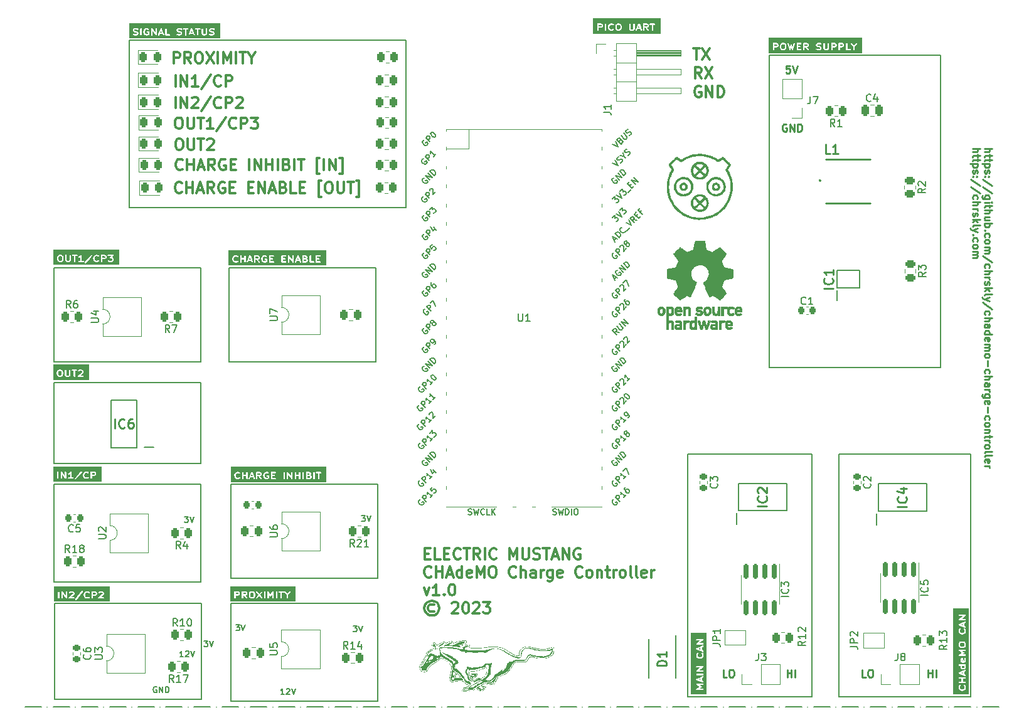
<source format=gto>
%TF.GenerationSoftware,KiCad,Pcbnew,7.0.1-0*%
%TF.CreationDate,2023-08-06T23:45:38+01:00*%
%TF.ProjectId,chademo-charge-controller,63686164-656d-46f2-9d63-68617267652d,rev?*%
%TF.SameCoordinates,Original*%
%TF.FileFunction,Legend,Top*%
%TF.FilePolarity,Positive*%
%FSLAX46Y46*%
G04 Gerber Fmt 4.6, Leading zero omitted, Abs format (unit mm)*
G04 Created by KiCad (PCBNEW 7.0.1-0) date 2023-08-06 23:45:38*
%MOMM*%
%LPD*%
G01*
G04 APERTURE LIST*
G04 Aperture macros list*
%AMRoundRect*
0 Rectangle with rounded corners*
0 $1 Rounding radius*
0 $2 $3 $4 $5 $6 $7 $8 $9 X,Y pos of 4 corners*
0 Add a 4 corners polygon primitive as box body*
4,1,4,$2,$3,$4,$5,$6,$7,$8,$9,$2,$3,0*
0 Add four circle primitives for the rounded corners*
1,1,$1+$1,$2,$3*
1,1,$1+$1,$4,$5*
1,1,$1+$1,$6,$7*
1,1,$1+$1,$8,$9*
0 Add four rect primitives between the rounded corners*
20,1,$1+$1,$2,$3,$4,$5,0*
20,1,$1+$1,$4,$5,$6,$7,0*
20,1,$1+$1,$6,$7,$8,$9,0*
20,1,$1+$1,$8,$9,$2,$3,0*%
G04 Aperture macros list end*
%ADD10C,0.200000*%
%ADD11C,0.250000*%
%ADD12C,0.187500*%
%ADD13C,0.150000*%
%ADD14C,0.300000*%
%ADD15C,0.254000*%
%ADD16C,0.010000*%
%ADD17C,0.120000*%
%ADD18R,1.200000X1.000000*%
%ADD19R,1.200000X3.300000*%
%ADD20R,0.450000X1.475000*%
%ADD21R,0.450000X1.400000*%
%ADD22R,1.600000X1.600000*%
%ADD23O,1.600000X1.600000*%
%ADD24RoundRect,0.250000X0.262500X0.450000X-0.262500X0.450000X-0.262500X-0.450000X0.262500X-0.450000X0*%
%ADD25RoundRect,0.243750X-0.243750X-0.456250X0.243750X-0.456250X0.243750X0.456250X-0.243750X0.456250X0*%
%ADD26RoundRect,0.250000X-0.262500X-0.450000X0.262500X-0.450000X0.262500X0.450000X-0.262500X0.450000X0*%
%ADD27RoundRect,0.225000X0.225000X0.250000X-0.225000X0.250000X-0.225000X-0.250000X0.225000X-0.250000X0*%
%ADD28C,1.800000*%
%ADD29C,5.000000*%
%ADD30R,1.700000X1.700000*%
%ADD31O,1.700000X1.700000*%
%ADD32R,2.050000X2.250000*%
%ADD33RoundRect,0.150000X-0.150000X0.825000X-0.150000X-0.825000X0.150000X-0.825000X0.150000X0.825000X0*%
%ADD34C,5.600000*%
%ADD35R,1.000000X1.500000*%
%ADD36RoundRect,0.250000X-0.250000X-0.475000X0.250000X-0.475000X0.250000X0.475000X-0.250000X0.475000X0*%
%ADD37RoundRect,0.225000X-0.250000X0.225000X-0.250000X-0.225000X0.250000X-0.225000X0.250000X0.225000X0*%
%ADD38RoundRect,0.250000X-0.450000X0.262500X-0.450000X-0.262500X0.450000X-0.262500X0.450000X0.262500X0*%
%ADD39O,1.800000X1.800000*%
%ADD40O,1.500000X1.500000*%
%ADD41R,3.500000X1.700000*%
%ADD42R,1.700000X3.500000*%
%ADD43R,1.600000X5.700000*%
G04 APERTURE END LIST*
D10*
X119735523Y-117300990D02*
X119659333Y-117262895D01*
X119659333Y-117262895D02*
X119545047Y-117262895D01*
X119545047Y-117262895D02*
X119430761Y-117300990D01*
X119430761Y-117300990D02*
X119354571Y-117377180D01*
X119354571Y-117377180D02*
X119316476Y-117453371D01*
X119316476Y-117453371D02*
X119278380Y-117605752D01*
X119278380Y-117605752D02*
X119278380Y-117720038D01*
X119278380Y-117720038D02*
X119316476Y-117872419D01*
X119316476Y-117872419D02*
X119354571Y-117948609D01*
X119354571Y-117948609D02*
X119430761Y-118024800D01*
X119430761Y-118024800D02*
X119545047Y-118062895D01*
X119545047Y-118062895D02*
X119621238Y-118062895D01*
X119621238Y-118062895D02*
X119735523Y-118024800D01*
X119735523Y-118024800D02*
X119773619Y-117986704D01*
X119773619Y-117986704D02*
X119773619Y-117720038D01*
X119773619Y-117720038D02*
X119621238Y-117720038D01*
X120116476Y-118062895D02*
X120116476Y-117262895D01*
X120116476Y-117262895D02*
X120573619Y-118062895D01*
X120573619Y-118062895D02*
X120573619Y-117262895D01*
X120954571Y-118062895D02*
X120954571Y-117262895D01*
X120954571Y-117262895D02*
X121145047Y-117262895D01*
X121145047Y-117262895D02*
X121259333Y-117300990D01*
X121259333Y-117300990D02*
X121335523Y-117377180D01*
X121335523Y-117377180D02*
X121373618Y-117453371D01*
X121373618Y-117453371D02*
X121411714Y-117605752D01*
X121411714Y-117605752D02*
X121411714Y-117720038D01*
X121411714Y-117720038D02*
X121373618Y-117872419D01*
X121373618Y-117872419D02*
X121335523Y-117948609D01*
X121335523Y-117948609D02*
X121259333Y-118024800D01*
X121259333Y-118024800D02*
X121145047Y-118062895D01*
X121145047Y-118062895D02*
X120954571Y-118062895D01*
X126149085Y-111065295D02*
X126644323Y-111065295D01*
X126644323Y-111065295D02*
X126377657Y-111370057D01*
X126377657Y-111370057D02*
X126491942Y-111370057D01*
X126491942Y-111370057D02*
X126568133Y-111408152D01*
X126568133Y-111408152D02*
X126606228Y-111446247D01*
X126606228Y-111446247D02*
X126644323Y-111522438D01*
X126644323Y-111522438D02*
X126644323Y-111712914D01*
X126644323Y-111712914D02*
X126606228Y-111789104D01*
X126606228Y-111789104D02*
X126568133Y-111827200D01*
X126568133Y-111827200D02*
X126491942Y-111865295D01*
X126491942Y-111865295D02*
X126263371Y-111865295D01*
X126263371Y-111865295D02*
X126187180Y-111827200D01*
X126187180Y-111827200D02*
X126149085Y-111789104D01*
X126872895Y-111065295D02*
X127139562Y-111865295D01*
X127139562Y-111865295D02*
X127406228Y-111065295D01*
D11*
X231459980Y-44637295D02*
X232459980Y-44637295D01*
X231459980Y-45065866D02*
X231983790Y-45065866D01*
X231983790Y-45065866D02*
X232079028Y-45018247D01*
X232079028Y-45018247D02*
X232126647Y-44923009D01*
X232126647Y-44923009D02*
X232126647Y-44780152D01*
X232126647Y-44780152D02*
X232079028Y-44684914D01*
X232079028Y-44684914D02*
X232031409Y-44637295D01*
X232126647Y-45399200D02*
X232126647Y-45780152D01*
X232459980Y-45542057D02*
X231602838Y-45542057D01*
X231602838Y-45542057D02*
X231507600Y-45589676D01*
X231507600Y-45589676D02*
X231459980Y-45684914D01*
X231459980Y-45684914D02*
X231459980Y-45780152D01*
X232126647Y-45970629D02*
X232126647Y-46351581D01*
X232459980Y-46113486D02*
X231602838Y-46113486D01*
X231602838Y-46113486D02*
X231507600Y-46161105D01*
X231507600Y-46161105D02*
X231459980Y-46256343D01*
X231459980Y-46256343D02*
X231459980Y-46351581D01*
X232126647Y-46684915D02*
X231126647Y-46684915D01*
X232079028Y-46684915D02*
X232126647Y-46780153D01*
X232126647Y-46780153D02*
X232126647Y-46970629D01*
X232126647Y-46970629D02*
X232079028Y-47065867D01*
X232079028Y-47065867D02*
X232031409Y-47113486D01*
X232031409Y-47113486D02*
X231936171Y-47161105D01*
X231936171Y-47161105D02*
X231650457Y-47161105D01*
X231650457Y-47161105D02*
X231555219Y-47113486D01*
X231555219Y-47113486D02*
X231507600Y-47065867D01*
X231507600Y-47065867D02*
X231459980Y-46970629D01*
X231459980Y-46970629D02*
X231459980Y-46780153D01*
X231459980Y-46780153D02*
X231507600Y-46684915D01*
X231507600Y-47542058D02*
X231459980Y-47637296D01*
X231459980Y-47637296D02*
X231459980Y-47827772D01*
X231459980Y-47827772D02*
X231507600Y-47923010D01*
X231507600Y-47923010D02*
X231602838Y-47970629D01*
X231602838Y-47970629D02*
X231650457Y-47970629D01*
X231650457Y-47970629D02*
X231745695Y-47923010D01*
X231745695Y-47923010D02*
X231793314Y-47827772D01*
X231793314Y-47827772D02*
X231793314Y-47684915D01*
X231793314Y-47684915D02*
X231840933Y-47589677D01*
X231840933Y-47589677D02*
X231936171Y-47542058D01*
X231936171Y-47542058D02*
X231983790Y-47542058D01*
X231983790Y-47542058D02*
X232079028Y-47589677D01*
X232079028Y-47589677D02*
X232126647Y-47684915D01*
X232126647Y-47684915D02*
X232126647Y-47827772D01*
X232126647Y-47827772D02*
X232079028Y-47923010D01*
X231555219Y-48399201D02*
X231507600Y-48446820D01*
X231507600Y-48446820D02*
X231459980Y-48399201D01*
X231459980Y-48399201D02*
X231507600Y-48351582D01*
X231507600Y-48351582D02*
X231555219Y-48399201D01*
X231555219Y-48399201D02*
X231459980Y-48399201D01*
X232079028Y-48399201D02*
X232031409Y-48446820D01*
X232031409Y-48446820D02*
X231983790Y-48399201D01*
X231983790Y-48399201D02*
X232031409Y-48351582D01*
X232031409Y-48351582D02*
X232079028Y-48399201D01*
X232079028Y-48399201D02*
X231983790Y-48399201D01*
X232507600Y-49589676D02*
X231221885Y-48732534D01*
X232507600Y-50637295D02*
X231221885Y-49780153D01*
X232126647Y-51399200D02*
X231317123Y-51399200D01*
X231317123Y-51399200D02*
X231221885Y-51351581D01*
X231221885Y-51351581D02*
X231174266Y-51303962D01*
X231174266Y-51303962D02*
X231126647Y-51208724D01*
X231126647Y-51208724D02*
X231126647Y-51065867D01*
X231126647Y-51065867D02*
X231174266Y-50970629D01*
X231507600Y-51399200D02*
X231459980Y-51303962D01*
X231459980Y-51303962D02*
X231459980Y-51113486D01*
X231459980Y-51113486D02*
X231507600Y-51018248D01*
X231507600Y-51018248D02*
X231555219Y-50970629D01*
X231555219Y-50970629D02*
X231650457Y-50923010D01*
X231650457Y-50923010D02*
X231936171Y-50923010D01*
X231936171Y-50923010D02*
X232031409Y-50970629D01*
X232031409Y-50970629D02*
X232079028Y-51018248D01*
X232079028Y-51018248D02*
X232126647Y-51113486D01*
X232126647Y-51113486D02*
X232126647Y-51303962D01*
X232126647Y-51303962D02*
X232079028Y-51399200D01*
X231459980Y-51875391D02*
X232126647Y-51875391D01*
X232459980Y-51875391D02*
X232412361Y-51827772D01*
X232412361Y-51827772D02*
X232364742Y-51875391D01*
X232364742Y-51875391D02*
X232412361Y-51923010D01*
X232412361Y-51923010D02*
X232459980Y-51875391D01*
X232459980Y-51875391D02*
X232364742Y-51875391D01*
X232126647Y-52208724D02*
X232126647Y-52589676D01*
X232459980Y-52351581D02*
X231602838Y-52351581D01*
X231602838Y-52351581D02*
X231507600Y-52399200D01*
X231507600Y-52399200D02*
X231459980Y-52494438D01*
X231459980Y-52494438D02*
X231459980Y-52589676D01*
X231459980Y-52923010D02*
X232459980Y-52923010D01*
X231459980Y-53351581D02*
X231983790Y-53351581D01*
X231983790Y-53351581D02*
X232079028Y-53303962D01*
X232079028Y-53303962D02*
X232126647Y-53208724D01*
X232126647Y-53208724D02*
X232126647Y-53065867D01*
X232126647Y-53065867D02*
X232079028Y-52970629D01*
X232079028Y-52970629D02*
X232031409Y-52923010D01*
X232126647Y-54256343D02*
X231459980Y-54256343D01*
X232126647Y-53827772D02*
X231602838Y-53827772D01*
X231602838Y-53827772D02*
X231507600Y-53875391D01*
X231507600Y-53875391D02*
X231459980Y-53970629D01*
X231459980Y-53970629D02*
X231459980Y-54113486D01*
X231459980Y-54113486D02*
X231507600Y-54208724D01*
X231507600Y-54208724D02*
X231555219Y-54256343D01*
X231459980Y-54732534D02*
X232459980Y-54732534D01*
X232079028Y-54732534D02*
X232126647Y-54827772D01*
X232126647Y-54827772D02*
X232126647Y-55018248D01*
X232126647Y-55018248D02*
X232079028Y-55113486D01*
X232079028Y-55113486D02*
X232031409Y-55161105D01*
X232031409Y-55161105D02*
X231936171Y-55208724D01*
X231936171Y-55208724D02*
X231650457Y-55208724D01*
X231650457Y-55208724D02*
X231555219Y-55161105D01*
X231555219Y-55161105D02*
X231507600Y-55113486D01*
X231507600Y-55113486D02*
X231459980Y-55018248D01*
X231459980Y-55018248D02*
X231459980Y-54827772D01*
X231459980Y-54827772D02*
X231507600Y-54732534D01*
X231555219Y-55637296D02*
X231507600Y-55684915D01*
X231507600Y-55684915D02*
X231459980Y-55637296D01*
X231459980Y-55637296D02*
X231507600Y-55589677D01*
X231507600Y-55589677D02*
X231555219Y-55637296D01*
X231555219Y-55637296D02*
X231459980Y-55637296D01*
X231507600Y-56542057D02*
X231459980Y-56446819D01*
X231459980Y-56446819D02*
X231459980Y-56256343D01*
X231459980Y-56256343D02*
X231507600Y-56161105D01*
X231507600Y-56161105D02*
X231555219Y-56113486D01*
X231555219Y-56113486D02*
X231650457Y-56065867D01*
X231650457Y-56065867D02*
X231936171Y-56065867D01*
X231936171Y-56065867D02*
X232031409Y-56113486D01*
X232031409Y-56113486D02*
X232079028Y-56161105D01*
X232079028Y-56161105D02*
X232126647Y-56256343D01*
X232126647Y-56256343D02*
X232126647Y-56446819D01*
X232126647Y-56446819D02*
X232079028Y-56542057D01*
X231459980Y-57113486D02*
X231507600Y-57018248D01*
X231507600Y-57018248D02*
X231555219Y-56970629D01*
X231555219Y-56970629D02*
X231650457Y-56923010D01*
X231650457Y-56923010D02*
X231936171Y-56923010D01*
X231936171Y-56923010D02*
X232031409Y-56970629D01*
X232031409Y-56970629D02*
X232079028Y-57018248D01*
X232079028Y-57018248D02*
X232126647Y-57113486D01*
X232126647Y-57113486D02*
X232126647Y-57256343D01*
X232126647Y-57256343D02*
X232079028Y-57351581D01*
X232079028Y-57351581D02*
X232031409Y-57399200D01*
X232031409Y-57399200D02*
X231936171Y-57446819D01*
X231936171Y-57446819D02*
X231650457Y-57446819D01*
X231650457Y-57446819D02*
X231555219Y-57399200D01*
X231555219Y-57399200D02*
X231507600Y-57351581D01*
X231507600Y-57351581D02*
X231459980Y-57256343D01*
X231459980Y-57256343D02*
X231459980Y-57113486D01*
X231459980Y-57875391D02*
X232126647Y-57875391D01*
X232031409Y-57875391D02*
X232079028Y-57923010D01*
X232079028Y-57923010D02*
X232126647Y-58018248D01*
X232126647Y-58018248D02*
X232126647Y-58161105D01*
X232126647Y-58161105D02*
X232079028Y-58256343D01*
X232079028Y-58256343D02*
X231983790Y-58303962D01*
X231983790Y-58303962D02*
X231459980Y-58303962D01*
X231983790Y-58303962D02*
X232079028Y-58351581D01*
X232079028Y-58351581D02*
X232126647Y-58446819D01*
X232126647Y-58446819D02*
X232126647Y-58589676D01*
X232126647Y-58589676D02*
X232079028Y-58684915D01*
X232079028Y-58684915D02*
X231983790Y-58732534D01*
X231983790Y-58732534D02*
X231459980Y-58732534D01*
X232507600Y-59923009D02*
X231221885Y-59065867D01*
X231507600Y-60684914D02*
X231459980Y-60589676D01*
X231459980Y-60589676D02*
X231459980Y-60399200D01*
X231459980Y-60399200D02*
X231507600Y-60303962D01*
X231507600Y-60303962D02*
X231555219Y-60256343D01*
X231555219Y-60256343D02*
X231650457Y-60208724D01*
X231650457Y-60208724D02*
X231936171Y-60208724D01*
X231936171Y-60208724D02*
X232031409Y-60256343D01*
X232031409Y-60256343D02*
X232079028Y-60303962D01*
X232079028Y-60303962D02*
X232126647Y-60399200D01*
X232126647Y-60399200D02*
X232126647Y-60589676D01*
X232126647Y-60589676D02*
X232079028Y-60684914D01*
X231459980Y-61113486D02*
X232459980Y-61113486D01*
X231459980Y-61542057D02*
X231983790Y-61542057D01*
X231983790Y-61542057D02*
X232079028Y-61494438D01*
X232079028Y-61494438D02*
X232126647Y-61399200D01*
X232126647Y-61399200D02*
X232126647Y-61256343D01*
X232126647Y-61256343D02*
X232079028Y-61161105D01*
X232079028Y-61161105D02*
X232031409Y-61113486D01*
X231459980Y-62018248D02*
X232126647Y-62018248D01*
X231936171Y-62018248D02*
X232031409Y-62065867D01*
X232031409Y-62065867D02*
X232079028Y-62113486D01*
X232079028Y-62113486D02*
X232126647Y-62208724D01*
X232126647Y-62208724D02*
X232126647Y-62303962D01*
X231507600Y-62589677D02*
X231459980Y-62684915D01*
X231459980Y-62684915D02*
X231459980Y-62875391D01*
X231459980Y-62875391D02*
X231507600Y-62970629D01*
X231507600Y-62970629D02*
X231602838Y-63018248D01*
X231602838Y-63018248D02*
X231650457Y-63018248D01*
X231650457Y-63018248D02*
X231745695Y-62970629D01*
X231745695Y-62970629D02*
X231793314Y-62875391D01*
X231793314Y-62875391D02*
X231793314Y-62732534D01*
X231793314Y-62732534D02*
X231840933Y-62637296D01*
X231840933Y-62637296D02*
X231936171Y-62589677D01*
X231936171Y-62589677D02*
X231983790Y-62589677D01*
X231983790Y-62589677D02*
X232079028Y-62637296D01*
X232079028Y-62637296D02*
X232126647Y-62732534D01*
X232126647Y-62732534D02*
X232126647Y-62875391D01*
X232126647Y-62875391D02*
X232079028Y-62970629D01*
X231459980Y-63446820D02*
X232459980Y-63446820D01*
X231840933Y-63542058D02*
X231459980Y-63827772D01*
X232126647Y-63827772D02*
X231745695Y-63446820D01*
X231459980Y-64399201D02*
X231507600Y-64303963D01*
X231507600Y-64303963D02*
X231602838Y-64256344D01*
X231602838Y-64256344D02*
X232459980Y-64256344D01*
X232126647Y-64684916D02*
X231459980Y-64923011D01*
X232126647Y-65161106D02*
X231459980Y-64923011D01*
X231459980Y-64923011D02*
X231221885Y-64827773D01*
X231221885Y-64827773D02*
X231174266Y-64780154D01*
X231174266Y-64780154D02*
X231126647Y-64684916D01*
X232507600Y-66256344D02*
X231221885Y-65399202D01*
X231507600Y-67018249D02*
X231459980Y-66923011D01*
X231459980Y-66923011D02*
X231459980Y-66732535D01*
X231459980Y-66732535D02*
X231507600Y-66637297D01*
X231507600Y-66637297D02*
X231555219Y-66589678D01*
X231555219Y-66589678D02*
X231650457Y-66542059D01*
X231650457Y-66542059D02*
X231936171Y-66542059D01*
X231936171Y-66542059D02*
X232031409Y-66589678D01*
X232031409Y-66589678D02*
X232079028Y-66637297D01*
X232079028Y-66637297D02*
X232126647Y-66732535D01*
X232126647Y-66732535D02*
X232126647Y-66923011D01*
X232126647Y-66923011D02*
X232079028Y-67018249D01*
X231459980Y-67446821D02*
X232459980Y-67446821D01*
X231459980Y-67875392D02*
X231983790Y-67875392D01*
X231983790Y-67875392D02*
X232079028Y-67827773D01*
X232079028Y-67827773D02*
X232126647Y-67732535D01*
X232126647Y-67732535D02*
X232126647Y-67589678D01*
X232126647Y-67589678D02*
X232079028Y-67494440D01*
X232079028Y-67494440D02*
X232031409Y-67446821D01*
X231459980Y-68780154D02*
X231983790Y-68780154D01*
X231983790Y-68780154D02*
X232079028Y-68732535D01*
X232079028Y-68732535D02*
X232126647Y-68637297D01*
X232126647Y-68637297D02*
X232126647Y-68446821D01*
X232126647Y-68446821D02*
X232079028Y-68351583D01*
X231507600Y-68780154D02*
X231459980Y-68684916D01*
X231459980Y-68684916D02*
X231459980Y-68446821D01*
X231459980Y-68446821D02*
X231507600Y-68351583D01*
X231507600Y-68351583D02*
X231602838Y-68303964D01*
X231602838Y-68303964D02*
X231698076Y-68303964D01*
X231698076Y-68303964D02*
X231793314Y-68351583D01*
X231793314Y-68351583D02*
X231840933Y-68446821D01*
X231840933Y-68446821D02*
X231840933Y-68684916D01*
X231840933Y-68684916D02*
X231888552Y-68780154D01*
X231459980Y-69684916D02*
X232459980Y-69684916D01*
X231507600Y-69684916D02*
X231459980Y-69589678D01*
X231459980Y-69589678D02*
X231459980Y-69399202D01*
X231459980Y-69399202D02*
X231507600Y-69303964D01*
X231507600Y-69303964D02*
X231555219Y-69256345D01*
X231555219Y-69256345D02*
X231650457Y-69208726D01*
X231650457Y-69208726D02*
X231936171Y-69208726D01*
X231936171Y-69208726D02*
X232031409Y-69256345D01*
X232031409Y-69256345D02*
X232079028Y-69303964D01*
X232079028Y-69303964D02*
X232126647Y-69399202D01*
X232126647Y-69399202D02*
X232126647Y-69589678D01*
X232126647Y-69589678D02*
X232079028Y-69684916D01*
X231507600Y-70542059D02*
X231459980Y-70446821D01*
X231459980Y-70446821D02*
X231459980Y-70256345D01*
X231459980Y-70256345D02*
X231507600Y-70161107D01*
X231507600Y-70161107D02*
X231602838Y-70113488D01*
X231602838Y-70113488D02*
X231983790Y-70113488D01*
X231983790Y-70113488D02*
X232079028Y-70161107D01*
X232079028Y-70161107D02*
X232126647Y-70256345D01*
X232126647Y-70256345D02*
X232126647Y-70446821D01*
X232126647Y-70446821D02*
X232079028Y-70542059D01*
X232079028Y-70542059D02*
X231983790Y-70589678D01*
X231983790Y-70589678D02*
X231888552Y-70589678D01*
X231888552Y-70589678D02*
X231793314Y-70113488D01*
X231459980Y-71018250D02*
X232126647Y-71018250D01*
X232031409Y-71018250D02*
X232079028Y-71065869D01*
X232079028Y-71065869D02*
X232126647Y-71161107D01*
X232126647Y-71161107D02*
X232126647Y-71303964D01*
X232126647Y-71303964D02*
X232079028Y-71399202D01*
X232079028Y-71399202D02*
X231983790Y-71446821D01*
X231983790Y-71446821D02*
X231459980Y-71446821D01*
X231983790Y-71446821D02*
X232079028Y-71494440D01*
X232079028Y-71494440D02*
X232126647Y-71589678D01*
X232126647Y-71589678D02*
X232126647Y-71732535D01*
X232126647Y-71732535D02*
X232079028Y-71827774D01*
X232079028Y-71827774D02*
X231983790Y-71875393D01*
X231983790Y-71875393D02*
X231459980Y-71875393D01*
X231459980Y-72494440D02*
X231507600Y-72399202D01*
X231507600Y-72399202D02*
X231555219Y-72351583D01*
X231555219Y-72351583D02*
X231650457Y-72303964D01*
X231650457Y-72303964D02*
X231936171Y-72303964D01*
X231936171Y-72303964D02*
X232031409Y-72351583D01*
X232031409Y-72351583D02*
X232079028Y-72399202D01*
X232079028Y-72399202D02*
X232126647Y-72494440D01*
X232126647Y-72494440D02*
X232126647Y-72637297D01*
X232126647Y-72637297D02*
X232079028Y-72732535D01*
X232079028Y-72732535D02*
X232031409Y-72780154D01*
X232031409Y-72780154D02*
X231936171Y-72827773D01*
X231936171Y-72827773D02*
X231650457Y-72827773D01*
X231650457Y-72827773D02*
X231555219Y-72780154D01*
X231555219Y-72780154D02*
X231507600Y-72732535D01*
X231507600Y-72732535D02*
X231459980Y-72637297D01*
X231459980Y-72637297D02*
X231459980Y-72494440D01*
X231840933Y-73256345D02*
X231840933Y-74018250D01*
X231507600Y-74923011D02*
X231459980Y-74827773D01*
X231459980Y-74827773D02*
X231459980Y-74637297D01*
X231459980Y-74637297D02*
X231507600Y-74542059D01*
X231507600Y-74542059D02*
X231555219Y-74494440D01*
X231555219Y-74494440D02*
X231650457Y-74446821D01*
X231650457Y-74446821D02*
X231936171Y-74446821D01*
X231936171Y-74446821D02*
X232031409Y-74494440D01*
X232031409Y-74494440D02*
X232079028Y-74542059D01*
X232079028Y-74542059D02*
X232126647Y-74637297D01*
X232126647Y-74637297D02*
X232126647Y-74827773D01*
X232126647Y-74827773D02*
X232079028Y-74923011D01*
X231459980Y-75351583D02*
X232459980Y-75351583D01*
X231459980Y-75780154D02*
X231983790Y-75780154D01*
X231983790Y-75780154D02*
X232079028Y-75732535D01*
X232079028Y-75732535D02*
X232126647Y-75637297D01*
X232126647Y-75637297D02*
X232126647Y-75494440D01*
X232126647Y-75494440D02*
X232079028Y-75399202D01*
X232079028Y-75399202D02*
X232031409Y-75351583D01*
X231459980Y-76684916D02*
X231983790Y-76684916D01*
X231983790Y-76684916D02*
X232079028Y-76637297D01*
X232079028Y-76637297D02*
X232126647Y-76542059D01*
X232126647Y-76542059D02*
X232126647Y-76351583D01*
X232126647Y-76351583D02*
X232079028Y-76256345D01*
X231507600Y-76684916D02*
X231459980Y-76589678D01*
X231459980Y-76589678D02*
X231459980Y-76351583D01*
X231459980Y-76351583D02*
X231507600Y-76256345D01*
X231507600Y-76256345D02*
X231602838Y-76208726D01*
X231602838Y-76208726D02*
X231698076Y-76208726D01*
X231698076Y-76208726D02*
X231793314Y-76256345D01*
X231793314Y-76256345D02*
X231840933Y-76351583D01*
X231840933Y-76351583D02*
X231840933Y-76589678D01*
X231840933Y-76589678D02*
X231888552Y-76684916D01*
X231459980Y-77161107D02*
X232126647Y-77161107D01*
X231936171Y-77161107D02*
X232031409Y-77208726D01*
X232031409Y-77208726D02*
X232079028Y-77256345D01*
X232079028Y-77256345D02*
X232126647Y-77351583D01*
X232126647Y-77351583D02*
X232126647Y-77446821D01*
X232126647Y-78208726D02*
X231317123Y-78208726D01*
X231317123Y-78208726D02*
X231221885Y-78161107D01*
X231221885Y-78161107D02*
X231174266Y-78113488D01*
X231174266Y-78113488D02*
X231126647Y-78018250D01*
X231126647Y-78018250D02*
X231126647Y-77875393D01*
X231126647Y-77875393D02*
X231174266Y-77780155D01*
X231507600Y-78208726D02*
X231459980Y-78113488D01*
X231459980Y-78113488D02*
X231459980Y-77923012D01*
X231459980Y-77923012D02*
X231507600Y-77827774D01*
X231507600Y-77827774D02*
X231555219Y-77780155D01*
X231555219Y-77780155D02*
X231650457Y-77732536D01*
X231650457Y-77732536D02*
X231936171Y-77732536D01*
X231936171Y-77732536D02*
X232031409Y-77780155D01*
X232031409Y-77780155D02*
X232079028Y-77827774D01*
X232079028Y-77827774D02*
X232126647Y-77923012D01*
X232126647Y-77923012D02*
X232126647Y-78113488D01*
X232126647Y-78113488D02*
X232079028Y-78208726D01*
X231507600Y-79065869D02*
X231459980Y-78970631D01*
X231459980Y-78970631D02*
X231459980Y-78780155D01*
X231459980Y-78780155D02*
X231507600Y-78684917D01*
X231507600Y-78684917D02*
X231602838Y-78637298D01*
X231602838Y-78637298D02*
X231983790Y-78637298D01*
X231983790Y-78637298D02*
X232079028Y-78684917D01*
X232079028Y-78684917D02*
X232126647Y-78780155D01*
X232126647Y-78780155D02*
X232126647Y-78970631D01*
X232126647Y-78970631D02*
X232079028Y-79065869D01*
X232079028Y-79065869D02*
X231983790Y-79113488D01*
X231983790Y-79113488D02*
X231888552Y-79113488D01*
X231888552Y-79113488D02*
X231793314Y-78637298D01*
X231840933Y-79542060D02*
X231840933Y-80303965D01*
X231507600Y-81208726D02*
X231459980Y-81113488D01*
X231459980Y-81113488D02*
X231459980Y-80923012D01*
X231459980Y-80923012D02*
X231507600Y-80827774D01*
X231507600Y-80827774D02*
X231555219Y-80780155D01*
X231555219Y-80780155D02*
X231650457Y-80732536D01*
X231650457Y-80732536D02*
X231936171Y-80732536D01*
X231936171Y-80732536D02*
X232031409Y-80780155D01*
X232031409Y-80780155D02*
X232079028Y-80827774D01*
X232079028Y-80827774D02*
X232126647Y-80923012D01*
X232126647Y-80923012D02*
X232126647Y-81113488D01*
X232126647Y-81113488D02*
X232079028Y-81208726D01*
X231459980Y-81780155D02*
X231507600Y-81684917D01*
X231507600Y-81684917D02*
X231555219Y-81637298D01*
X231555219Y-81637298D02*
X231650457Y-81589679D01*
X231650457Y-81589679D02*
X231936171Y-81589679D01*
X231936171Y-81589679D02*
X232031409Y-81637298D01*
X232031409Y-81637298D02*
X232079028Y-81684917D01*
X232079028Y-81684917D02*
X232126647Y-81780155D01*
X232126647Y-81780155D02*
X232126647Y-81923012D01*
X232126647Y-81923012D02*
X232079028Y-82018250D01*
X232079028Y-82018250D02*
X232031409Y-82065869D01*
X232031409Y-82065869D02*
X231936171Y-82113488D01*
X231936171Y-82113488D02*
X231650457Y-82113488D01*
X231650457Y-82113488D02*
X231555219Y-82065869D01*
X231555219Y-82065869D02*
X231507600Y-82018250D01*
X231507600Y-82018250D02*
X231459980Y-81923012D01*
X231459980Y-81923012D02*
X231459980Y-81780155D01*
X232126647Y-82542060D02*
X231459980Y-82542060D01*
X232031409Y-82542060D02*
X232079028Y-82589679D01*
X232079028Y-82589679D02*
X232126647Y-82684917D01*
X232126647Y-82684917D02*
X232126647Y-82827774D01*
X232126647Y-82827774D02*
X232079028Y-82923012D01*
X232079028Y-82923012D02*
X231983790Y-82970631D01*
X231983790Y-82970631D02*
X231459980Y-82970631D01*
X232126647Y-83303965D02*
X232126647Y-83684917D01*
X232459980Y-83446822D02*
X231602838Y-83446822D01*
X231602838Y-83446822D02*
X231507600Y-83494441D01*
X231507600Y-83494441D02*
X231459980Y-83589679D01*
X231459980Y-83589679D02*
X231459980Y-83684917D01*
X231459980Y-84018251D02*
X232126647Y-84018251D01*
X231936171Y-84018251D02*
X232031409Y-84065870D01*
X232031409Y-84065870D02*
X232079028Y-84113489D01*
X232079028Y-84113489D02*
X232126647Y-84208727D01*
X232126647Y-84208727D02*
X232126647Y-84303965D01*
X231459980Y-84780156D02*
X231507600Y-84684918D01*
X231507600Y-84684918D02*
X231555219Y-84637299D01*
X231555219Y-84637299D02*
X231650457Y-84589680D01*
X231650457Y-84589680D02*
X231936171Y-84589680D01*
X231936171Y-84589680D02*
X232031409Y-84637299D01*
X232031409Y-84637299D02*
X232079028Y-84684918D01*
X232079028Y-84684918D02*
X232126647Y-84780156D01*
X232126647Y-84780156D02*
X232126647Y-84923013D01*
X232126647Y-84923013D02*
X232079028Y-85018251D01*
X232079028Y-85018251D02*
X232031409Y-85065870D01*
X232031409Y-85065870D02*
X231936171Y-85113489D01*
X231936171Y-85113489D02*
X231650457Y-85113489D01*
X231650457Y-85113489D02*
X231555219Y-85065870D01*
X231555219Y-85065870D02*
X231507600Y-85018251D01*
X231507600Y-85018251D02*
X231459980Y-84923013D01*
X231459980Y-84923013D02*
X231459980Y-84780156D01*
X231459980Y-85684918D02*
X231507600Y-85589680D01*
X231507600Y-85589680D02*
X231602838Y-85542061D01*
X231602838Y-85542061D02*
X232459980Y-85542061D01*
X231459980Y-86208728D02*
X231507600Y-86113490D01*
X231507600Y-86113490D02*
X231602838Y-86065871D01*
X231602838Y-86065871D02*
X232459980Y-86065871D01*
X231507600Y-86970633D02*
X231459980Y-86875395D01*
X231459980Y-86875395D02*
X231459980Y-86684919D01*
X231459980Y-86684919D02*
X231507600Y-86589681D01*
X231507600Y-86589681D02*
X231602838Y-86542062D01*
X231602838Y-86542062D02*
X231983790Y-86542062D01*
X231983790Y-86542062D02*
X232079028Y-86589681D01*
X232079028Y-86589681D02*
X232126647Y-86684919D01*
X232126647Y-86684919D02*
X232126647Y-86875395D01*
X232126647Y-86875395D02*
X232079028Y-86970633D01*
X232079028Y-86970633D02*
X231983790Y-87018252D01*
X231983790Y-87018252D02*
X231888552Y-87018252D01*
X231888552Y-87018252D02*
X231793314Y-86542062D01*
X231459980Y-87446824D02*
X232126647Y-87446824D01*
X231936171Y-87446824D02*
X232031409Y-87494443D01*
X232031409Y-87494443D02*
X232079028Y-87542062D01*
X232079028Y-87542062D02*
X232126647Y-87637300D01*
X232126647Y-87637300D02*
X232126647Y-87732538D01*
X229839980Y-44637295D02*
X230839980Y-44637295D01*
X229839980Y-45065866D02*
X230363790Y-45065866D01*
X230363790Y-45065866D02*
X230459028Y-45018247D01*
X230459028Y-45018247D02*
X230506647Y-44923009D01*
X230506647Y-44923009D02*
X230506647Y-44780152D01*
X230506647Y-44780152D02*
X230459028Y-44684914D01*
X230459028Y-44684914D02*
X230411409Y-44637295D01*
X230506647Y-45399200D02*
X230506647Y-45780152D01*
X230839980Y-45542057D02*
X229982838Y-45542057D01*
X229982838Y-45542057D02*
X229887600Y-45589676D01*
X229887600Y-45589676D02*
X229839980Y-45684914D01*
X229839980Y-45684914D02*
X229839980Y-45780152D01*
X230506647Y-45970629D02*
X230506647Y-46351581D01*
X230839980Y-46113486D02*
X229982838Y-46113486D01*
X229982838Y-46113486D02*
X229887600Y-46161105D01*
X229887600Y-46161105D02*
X229839980Y-46256343D01*
X229839980Y-46256343D02*
X229839980Y-46351581D01*
X230506647Y-46684915D02*
X229506647Y-46684915D01*
X230459028Y-46684915D02*
X230506647Y-46780153D01*
X230506647Y-46780153D02*
X230506647Y-46970629D01*
X230506647Y-46970629D02*
X230459028Y-47065867D01*
X230459028Y-47065867D02*
X230411409Y-47113486D01*
X230411409Y-47113486D02*
X230316171Y-47161105D01*
X230316171Y-47161105D02*
X230030457Y-47161105D01*
X230030457Y-47161105D02*
X229935219Y-47113486D01*
X229935219Y-47113486D02*
X229887600Y-47065867D01*
X229887600Y-47065867D02*
X229839980Y-46970629D01*
X229839980Y-46970629D02*
X229839980Y-46780153D01*
X229839980Y-46780153D02*
X229887600Y-46684915D01*
X229887600Y-47542058D02*
X229839980Y-47637296D01*
X229839980Y-47637296D02*
X229839980Y-47827772D01*
X229839980Y-47827772D02*
X229887600Y-47923010D01*
X229887600Y-47923010D02*
X229982838Y-47970629D01*
X229982838Y-47970629D02*
X230030457Y-47970629D01*
X230030457Y-47970629D02*
X230125695Y-47923010D01*
X230125695Y-47923010D02*
X230173314Y-47827772D01*
X230173314Y-47827772D02*
X230173314Y-47684915D01*
X230173314Y-47684915D02*
X230220933Y-47589677D01*
X230220933Y-47589677D02*
X230316171Y-47542058D01*
X230316171Y-47542058D02*
X230363790Y-47542058D01*
X230363790Y-47542058D02*
X230459028Y-47589677D01*
X230459028Y-47589677D02*
X230506647Y-47684915D01*
X230506647Y-47684915D02*
X230506647Y-47827772D01*
X230506647Y-47827772D02*
X230459028Y-47923010D01*
X229935219Y-48399201D02*
X229887600Y-48446820D01*
X229887600Y-48446820D02*
X229839980Y-48399201D01*
X229839980Y-48399201D02*
X229887600Y-48351582D01*
X229887600Y-48351582D02*
X229935219Y-48399201D01*
X229935219Y-48399201D02*
X229839980Y-48399201D01*
X230459028Y-48399201D02*
X230411409Y-48446820D01*
X230411409Y-48446820D02*
X230363790Y-48399201D01*
X230363790Y-48399201D02*
X230411409Y-48351582D01*
X230411409Y-48351582D02*
X230459028Y-48399201D01*
X230459028Y-48399201D02*
X230363790Y-48399201D01*
X230887600Y-49589676D02*
X229601885Y-48732534D01*
X230887600Y-50637295D02*
X229601885Y-49780153D01*
X229887600Y-51399200D02*
X229839980Y-51303962D01*
X229839980Y-51303962D02*
X229839980Y-51113486D01*
X229839980Y-51113486D02*
X229887600Y-51018248D01*
X229887600Y-51018248D02*
X229935219Y-50970629D01*
X229935219Y-50970629D02*
X230030457Y-50923010D01*
X230030457Y-50923010D02*
X230316171Y-50923010D01*
X230316171Y-50923010D02*
X230411409Y-50970629D01*
X230411409Y-50970629D02*
X230459028Y-51018248D01*
X230459028Y-51018248D02*
X230506647Y-51113486D01*
X230506647Y-51113486D02*
X230506647Y-51303962D01*
X230506647Y-51303962D02*
X230459028Y-51399200D01*
X229839980Y-51827772D02*
X230839980Y-51827772D01*
X229839980Y-52256343D02*
X230363790Y-52256343D01*
X230363790Y-52256343D02*
X230459028Y-52208724D01*
X230459028Y-52208724D02*
X230506647Y-52113486D01*
X230506647Y-52113486D02*
X230506647Y-51970629D01*
X230506647Y-51970629D02*
X230459028Y-51875391D01*
X230459028Y-51875391D02*
X230411409Y-51827772D01*
X229839980Y-52732534D02*
X230506647Y-52732534D01*
X230316171Y-52732534D02*
X230411409Y-52780153D01*
X230411409Y-52780153D02*
X230459028Y-52827772D01*
X230459028Y-52827772D02*
X230506647Y-52923010D01*
X230506647Y-52923010D02*
X230506647Y-53018248D01*
X229887600Y-53303963D02*
X229839980Y-53399201D01*
X229839980Y-53399201D02*
X229839980Y-53589677D01*
X229839980Y-53589677D02*
X229887600Y-53684915D01*
X229887600Y-53684915D02*
X229982838Y-53732534D01*
X229982838Y-53732534D02*
X230030457Y-53732534D01*
X230030457Y-53732534D02*
X230125695Y-53684915D01*
X230125695Y-53684915D02*
X230173314Y-53589677D01*
X230173314Y-53589677D02*
X230173314Y-53446820D01*
X230173314Y-53446820D02*
X230220933Y-53351582D01*
X230220933Y-53351582D02*
X230316171Y-53303963D01*
X230316171Y-53303963D02*
X230363790Y-53303963D01*
X230363790Y-53303963D02*
X230459028Y-53351582D01*
X230459028Y-53351582D02*
X230506647Y-53446820D01*
X230506647Y-53446820D02*
X230506647Y-53589677D01*
X230506647Y-53589677D02*
X230459028Y-53684915D01*
X229839980Y-54161106D02*
X230839980Y-54161106D01*
X230220933Y-54256344D02*
X229839980Y-54542058D01*
X230506647Y-54542058D02*
X230125695Y-54161106D01*
X229839980Y-55113487D02*
X229887600Y-55018249D01*
X229887600Y-55018249D02*
X229982838Y-54970630D01*
X229982838Y-54970630D02*
X230839980Y-54970630D01*
X230506647Y-55399202D02*
X229839980Y-55637297D01*
X230506647Y-55875392D02*
X229839980Y-55637297D01*
X229839980Y-55637297D02*
X229601885Y-55542059D01*
X229601885Y-55542059D02*
X229554266Y-55494440D01*
X229554266Y-55494440D02*
X229506647Y-55399202D01*
X229935219Y-56256345D02*
X229887600Y-56303964D01*
X229887600Y-56303964D02*
X229839980Y-56256345D01*
X229839980Y-56256345D02*
X229887600Y-56208726D01*
X229887600Y-56208726D02*
X229935219Y-56256345D01*
X229935219Y-56256345D02*
X229839980Y-56256345D01*
X229887600Y-57161106D02*
X229839980Y-57065868D01*
X229839980Y-57065868D02*
X229839980Y-56875392D01*
X229839980Y-56875392D02*
X229887600Y-56780154D01*
X229887600Y-56780154D02*
X229935219Y-56732535D01*
X229935219Y-56732535D02*
X230030457Y-56684916D01*
X230030457Y-56684916D02*
X230316171Y-56684916D01*
X230316171Y-56684916D02*
X230411409Y-56732535D01*
X230411409Y-56732535D02*
X230459028Y-56780154D01*
X230459028Y-56780154D02*
X230506647Y-56875392D01*
X230506647Y-56875392D02*
X230506647Y-57065868D01*
X230506647Y-57065868D02*
X230459028Y-57161106D01*
X229839980Y-57732535D02*
X229887600Y-57637297D01*
X229887600Y-57637297D02*
X229935219Y-57589678D01*
X229935219Y-57589678D02*
X230030457Y-57542059D01*
X230030457Y-57542059D02*
X230316171Y-57542059D01*
X230316171Y-57542059D02*
X230411409Y-57589678D01*
X230411409Y-57589678D02*
X230459028Y-57637297D01*
X230459028Y-57637297D02*
X230506647Y-57732535D01*
X230506647Y-57732535D02*
X230506647Y-57875392D01*
X230506647Y-57875392D02*
X230459028Y-57970630D01*
X230459028Y-57970630D02*
X230411409Y-58018249D01*
X230411409Y-58018249D02*
X230316171Y-58065868D01*
X230316171Y-58065868D02*
X230030457Y-58065868D01*
X230030457Y-58065868D02*
X229935219Y-58018249D01*
X229935219Y-58018249D02*
X229887600Y-57970630D01*
X229887600Y-57970630D02*
X229839980Y-57875392D01*
X229839980Y-57875392D02*
X229839980Y-57732535D01*
X229839980Y-58494440D02*
X230506647Y-58494440D01*
X230411409Y-58494440D02*
X230459028Y-58542059D01*
X230459028Y-58542059D02*
X230506647Y-58637297D01*
X230506647Y-58637297D02*
X230506647Y-58780154D01*
X230506647Y-58780154D02*
X230459028Y-58875392D01*
X230459028Y-58875392D02*
X230363790Y-58923011D01*
X230363790Y-58923011D02*
X229839980Y-58923011D01*
X230363790Y-58923011D02*
X230459028Y-58970630D01*
X230459028Y-58970630D02*
X230506647Y-59065868D01*
X230506647Y-59065868D02*
X230506647Y-59208725D01*
X230506647Y-59208725D02*
X230459028Y-59303964D01*
X230459028Y-59303964D02*
X230363790Y-59351583D01*
X230363790Y-59351583D02*
X229839980Y-59351583D01*
D10*
X123342323Y-113236895D02*
X122885180Y-113236895D01*
X123113752Y-113236895D02*
X123113752Y-112436895D01*
X123113752Y-112436895D02*
X123037561Y-112551180D01*
X123037561Y-112551180D02*
X122961371Y-112627371D01*
X122961371Y-112627371D02*
X122885180Y-112665466D01*
X123647085Y-112513085D02*
X123685181Y-112474990D01*
X123685181Y-112474990D02*
X123761371Y-112436895D01*
X123761371Y-112436895D02*
X123951847Y-112436895D01*
X123951847Y-112436895D02*
X124028038Y-112474990D01*
X124028038Y-112474990D02*
X124066133Y-112513085D01*
X124066133Y-112513085D02*
X124104228Y-112589276D01*
X124104228Y-112589276D02*
X124104228Y-112665466D01*
X124104228Y-112665466D02*
X124066133Y-112779752D01*
X124066133Y-112779752D02*
X123608990Y-113236895D01*
X123608990Y-113236895D02*
X124104228Y-113236895D01*
X124332800Y-112436895D02*
X124599467Y-113236895D01*
X124599467Y-113236895D02*
X124866133Y-112436895D01*
X136956723Y-118316895D02*
X136499580Y-118316895D01*
X136728152Y-118316895D02*
X136728152Y-117516895D01*
X136728152Y-117516895D02*
X136651961Y-117631180D01*
X136651961Y-117631180D02*
X136575771Y-117707371D01*
X136575771Y-117707371D02*
X136499580Y-117745466D01*
X137261485Y-117593085D02*
X137299581Y-117554990D01*
X137299581Y-117554990D02*
X137375771Y-117516895D01*
X137375771Y-117516895D02*
X137566247Y-117516895D01*
X137566247Y-117516895D02*
X137642438Y-117554990D01*
X137642438Y-117554990D02*
X137680533Y-117593085D01*
X137680533Y-117593085D02*
X137718628Y-117669276D01*
X137718628Y-117669276D02*
X137718628Y-117745466D01*
X137718628Y-117745466D02*
X137680533Y-117859752D01*
X137680533Y-117859752D02*
X137223390Y-118316895D01*
X137223390Y-118316895D02*
X137718628Y-118316895D01*
X137947200Y-117516895D02*
X138213867Y-118316895D01*
X138213867Y-118316895D02*
X138480533Y-117516895D01*
X123507485Y-94301295D02*
X124002723Y-94301295D01*
X124002723Y-94301295D02*
X123736057Y-94606057D01*
X123736057Y-94606057D02*
X123850342Y-94606057D01*
X123850342Y-94606057D02*
X123926533Y-94644152D01*
X123926533Y-94644152D02*
X123964628Y-94682247D01*
X123964628Y-94682247D02*
X124002723Y-94758438D01*
X124002723Y-94758438D02*
X124002723Y-94948914D01*
X124002723Y-94948914D02*
X123964628Y-95025104D01*
X123964628Y-95025104D02*
X123926533Y-95063200D01*
X123926533Y-95063200D02*
X123850342Y-95101295D01*
X123850342Y-95101295D02*
X123621771Y-95101295D01*
X123621771Y-95101295D02*
X123545580Y-95063200D01*
X123545580Y-95063200D02*
X123507485Y-95025104D01*
X124231295Y-94301295D02*
X124497962Y-95101295D01*
X124497962Y-95101295D02*
X124764628Y-94301295D01*
X130416285Y-108880895D02*
X130911523Y-108880895D01*
X130911523Y-108880895D02*
X130644857Y-109185657D01*
X130644857Y-109185657D02*
X130759142Y-109185657D01*
X130759142Y-109185657D02*
X130835333Y-109223752D01*
X130835333Y-109223752D02*
X130873428Y-109261847D01*
X130873428Y-109261847D02*
X130911523Y-109338038D01*
X130911523Y-109338038D02*
X130911523Y-109528514D01*
X130911523Y-109528514D02*
X130873428Y-109604704D01*
X130873428Y-109604704D02*
X130835333Y-109642800D01*
X130835333Y-109642800D02*
X130759142Y-109680895D01*
X130759142Y-109680895D02*
X130530571Y-109680895D01*
X130530571Y-109680895D02*
X130454380Y-109642800D01*
X130454380Y-109642800D02*
X130416285Y-109604704D01*
X131140095Y-108880895D02*
X131406762Y-109680895D01*
X131406762Y-109680895D02*
X131673428Y-108880895D01*
X146265885Y-109033295D02*
X146761123Y-109033295D01*
X146761123Y-109033295D02*
X146494457Y-109338057D01*
X146494457Y-109338057D02*
X146608742Y-109338057D01*
X146608742Y-109338057D02*
X146684933Y-109376152D01*
X146684933Y-109376152D02*
X146723028Y-109414247D01*
X146723028Y-109414247D02*
X146761123Y-109490438D01*
X146761123Y-109490438D02*
X146761123Y-109680914D01*
X146761123Y-109680914D02*
X146723028Y-109757104D01*
X146723028Y-109757104D02*
X146684933Y-109795200D01*
X146684933Y-109795200D02*
X146608742Y-109833295D01*
X146608742Y-109833295D02*
X146380171Y-109833295D01*
X146380171Y-109833295D02*
X146303980Y-109795200D01*
X146303980Y-109795200D02*
X146265885Y-109757104D01*
X146989695Y-109033295D02*
X147256362Y-109833295D01*
X147256362Y-109833295D02*
X147523028Y-109033295D01*
X147383485Y-94148895D02*
X147878723Y-94148895D01*
X147878723Y-94148895D02*
X147612057Y-94453657D01*
X147612057Y-94453657D02*
X147726342Y-94453657D01*
X147726342Y-94453657D02*
X147802533Y-94491752D01*
X147802533Y-94491752D02*
X147840628Y-94529847D01*
X147840628Y-94529847D02*
X147878723Y-94606038D01*
X147878723Y-94606038D02*
X147878723Y-94796514D01*
X147878723Y-94796514D02*
X147840628Y-94872704D01*
X147840628Y-94872704D02*
X147802533Y-94910800D01*
X147802533Y-94910800D02*
X147726342Y-94948895D01*
X147726342Y-94948895D02*
X147497771Y-94948895D01*
X147497771Y-94948895D02*
X147421580Y-94910800D01*
X147421580Y-94910800D02*
X147383485Y-94872704D01*
X148107295Y-94148895D02*
X148373962Y-94948895D01*
X148373962Y-94948895D02*
X148640628Y-94148895D01*
D12*
G36*
X138911728Y-59585500D02*
G01*
X138716788Y-59585500D01*
X138814257Y-59351571D01*
X138911728Y-59585500D01*
G37*
G36*
X132435537Y-59585500D02*
G01*
X132240597Y-59585500D01*
X132338066Y-59351571D01*
X132435537Y-59585500D01*
G37*
G36*
X139913929Y-59612379D02*
G01*
X139933697Y-59628194D01*
X139958603Y-59668042D01*
X139958603Y-59728554D01*
X139933698Y-59768401D01*
X139909396Y-59787842D01*
X139843823Y-59814072D01*
X139574675Y-59814072D01*
X139574675Y-59582524D01*
X139801972Y-59582524D01*
X139913929Y-59612379D01*
G37*
G36*
X139861779Y-59227802D02*
G01*
X139886078Y-59247241D01*
X139910984Y-59287090D01*
X139910984Y-59309506D01*
X139886079Y-59349353D01*
X139861778Y-59368794D01*
X139796204Y-59395024D01*
X139574675Y-59395024D01*
X139574675Y-59201572D01*
X139796204Y-59201572D01*
X139861779Y-59227802D01*
G37*
G36*
X133433207Y-59227802D02*
G01*
X133457506Y-59247241D01*
X133482412Y-59287090D01*
X133482412Y-59347601D01*
X133457507Y-59387448D01*
X133433206Y-59406889D01*
X133367632Y-59433119D01*
X133270111Y-59433119D01*
X133269903Y-59432987D01*
X133242583Y-59433119D01*
X133098484Y-59433119D01*
X133098484Y-59201572D01*
X133367632Y-59201572D01*
X133433207Y-59227802D01*
G37*
G36*
X142621402Y-60401263D02*
G01*
X129466341Y-60401263D01*
X129466341Y-59566653D01*
X129954660Y-59566653D01*
X129962619Y-59592124D01*
X129970156Y-59617790D01*
X129970819Y-59618365D01*
X130006041Y-59731074D01*
X130005882Y-59743690D01*
X130014084Y-59756814D01*
X130014510Y-59758175D01*
X130021210Y-59768215D01*
X130062256Y-59833888D01*
X130067530Y-59849546D01*
X130087124Y-59865221D01*
X130105885Y-59881896D01*
X130108474Y-59882301D01*
X130178500Y-59938322D01*
X130192075Y-59953219D01*
X130212843Y-59958757D01*
X130232730Y-59966912D01*
X130239056Y-59965747D01*
X130347348Y-59994624D01*
X130358158Y-60001572D01*
X130373400Y-60001572D01*
X130374555Y-60001880D01*
X130386873Y-60001572D01*
X130466247Y-60001572D01*
X130478481Y-60005499D01*
X130493207Y-60001572D01*
X130494404Y-60001572D01*
X130506235Y-59998098D01*
X130640806Y-59962212D01*
X130660851Y-59960130D01*
X130677634Y-59946702D01*
X130696001Y-59935538D01*
X130698818Y-59929755D01*
X130740492Y-59896416D01*
X130763998Y-59862815D01*
X130766158Y-59807803D01*
X130738233Y-59760356D01*
X130689090Y-59735537D01*
X130634330Y-59741228D01*
X130580593Y-59784217D01*
X130468640Y-59814072D01*
X130397972Y-59814072D01*
X130286014Y-59784216D01*
X130218627Y-59730307D01*
X130185858Y-59677877D01*
X130146103Y-59550657D01*
X130146103Y-59502679D01*
X131003259Y-59502679D01*
X131006222Y-59509167D01*
X131006222Y-59921302D01*
X131017775Y-59960647D01*
X131059383Y-59996700D01*
X131113877Y-60004535D01*
X131163957Y-59981665D01*
X131193722Y-59935350D01*
X131193722Y-59582524D01*
X131577650Y-59582524D01*
X131577650Y-59921302D01*
X131589203Y-59960647D01*
X131630811Y-59996700D01*
X131685305Y-60004535D01*
X131735385Y-59981665D01*
X131765150Y-59935350D01*
X131765150Y-59924969D01*
X131908543Y-59924969D01*
X131933083Y-59974252D01*
X131980372Y-60002444D01*
X132035396Y-60000594D01*
X132080685Y-59969290D01*
X132162472Y-59773000D01*
X132513662Y-59773000D01*
X132590046Y-59956323D01*
X132615843Y-59988198D01*
X132668117Y-60005475D01*
X132721433Y-59991748D01*
X132758864Y-59951376D01*
X132768526Y-59897175D01*
X132672632Y-59667030D01*
X132672875Y-59665345D01*
X132662091Y-59641732D01*
X132620025Y-59540774D01*
X132908021Y-59540774D01*
X132910984Y-59547262D01*
X132910984Y-59921302D01*
X132922537Y-59960647D01*
X132964145Y-59996700D01*
X133018639Y-60004535D01*
X133068719Y-59981665D01*
X133098484Y-59935350D01*
X133098484Y-59620619D01*
X133200288Y-59620619D01*
X133514485Y-59979702D01*
X133549088Y-60001704D01*
X133604142Y-60001438D01*
X133650313Y-59971450D01*
X133672942Y-59921260D01*
X133664844Y-59866804D01*
X133438915Y-59608599D01*
X133441634Y-59605461D01*
X133503610Y-59580671D01*
X133517993Y-59579177D01*
X133533648Y-59566653D01*
X133859422Y-59566653D01*
X133867381Y-59592124D01*
X133874918Y-59617790D01*
X133875581Y-59618365D01*
X133910803Y-59731074D01*
X133910644Y-59743690D01*
X133918846Y-59756814D01*
X133919272Y-59758175D01*
X133925972Y-59768215D01*
X133967018Y-59833888D01*
X133972292Y-59849546D01*
X133991886Y-59865221D01*
X134010647Y-59881896D01*
X134013236Y-59882301D01*
X134083262Y-59938322D01*
X134096837Y-59953219D01*
X134117605Y-59958757D01*
X134137492Y-59966912D01*
X134143818Y-59965747D01*
X134252110Y-59994624D01*
X134262920Y-60001572D01*
X134278162Y-60001572D01*
X134279317Y-60001880D01*
X134291635Y-60001572D01*
X134371009Y-60001572D01*
X134383243Y-60005499D01*
X134397969Y-60001572D01*
X134399166Y-60001572D01*
X134410997Y-59998098D01*
X134545568Y-59962212D01*
X134565613Y-59960130D01*
X134582396Y-59946702D01*
X134600763Y-59935538D01*
X134603580Y-59929755D01*
X134613615Y-59921727D01*
X134908021Y-59921727D01*
X134916670Y-59940666D01*
X134922537Y-59960647D01*
X134927927Y-59965317D01*
X134930891Y-59971807D01*
X134948410Y-59983066D01*
X134964145Y-59996700D01*
X134971204Y-59997714D01*
X134977206Y-60001572D01*
X134998031Y-60001572D01*
X135018639Y-60004535D01*
X135025127Y-60001572D01*
X135494404Y-60001572D01*
X135533749Y-59990019D01*
X135569802Y-59948411D01*
X135573639Y-59921727D01*
X136574688Y-59921727D01*
X136583337Y-59940666D01*
X136589204Y-59960647D01*
X136594594Y-59965317D01*
X136597558Y-59971807D01*
X136615077Y-59983066D01*
X136630812Y-59996700D01*
X136637871Y-59997714D01*
X136643873Y-60001572D01*
X136664698Y-60001572D01*
X136685306Y-60004535D01*
X136691794Y-60001572D01*
X137161071Y-60001572D01*
X137200416Y-59990019D01*
X137236469Y-59948411D01*
X137244304Y-59893917D01*
X137221434Y-59843837D01*
X137175119Y-59814072D01*
X136765151Y-59814072D01*
X136765151Y-59582524D01*
X137018214Y-59582524D01*
X137057559Y-59570971D01*
X137093612Y-59529363D01*
X137101447Y-59474869D01*
X137078577Y-59424789D01*
X137032262Y-59395024D01*
X136765151Y-59395024D01*
X136765151Y-59201572D01*
X137161071Y-59201572D01*
X137200416Y-59190019D01*
X137236469Y-59148411D01*
X137244304Y-59093917D01*
X137240197Y-59084924D01*
X137481176Y-59084924D01*
X137482413Y-59110126D01*
X137482413Y-59921302D01*
X137493966Y-59960647D01*
X137535574Y-59996700D01*
X137590068Y-60004535D01*
X137640148Y-59981665D01*
X137669913Y-59935350D01*
X137669913Y-59400366D01*
X138062099Y-59949428D01*
X138065394Y-59960647D01*
X138077778Y-59971377D01*
X138079139Y-59973283D01*
X138087945Y-59980187D01*
X138107002Y-59996700D01*
X138109456Y-59997052D01*
X138111409Y-59998584D01*
X138136533Y-60000945D01*
X138161496Y-60004535D01*
X138163751Y-60003504D01*
X138166222Y-60003737D01*
X138188629Y-59992143D01*
X138211576Y-59981665D01*
X138212917Y-59979578D01*
X138215119Y-59978439D01*
X138227698Y-59956578D01*
X138241341Y-59935350D01*
X138241341Y-59932870D01*
X138242578Y-59930720D01*
X138242296Y-59924969D01*
X138384734Y-59924969D01*
X138409274Y-59974252D01*
X138456563Y-60002444D01*
X138511587Y-60000594D01*
X138556876Y-59969290D01*
X138638663Y-59773000D01*
X138989853Y-59773000D01*
X139066237Y-59956323D01*
X139092034Y-59988198D01*
X139144308Y-60005475D01*
X139197624Y-59991748D01*
X139235055Y-59951376D01*
X139240340Y-59921727D01*
X139384212Y-59921727D01*
X139392861Y-59940666D01*
X139398728Y-59960647D01*
X139404118Y-59965317D01*
X139407082Y-59971807D01*
X139424601Y-59983066D01*
X139440336Y-59996700D01*
X139447395Y-59997714D01*
X139453397Y-60001572D01*
X139474222Y-60001572D01*
X139494830Y-60004535D01*
X139501318Y-60001572D01*
X139852912Y-60001572D01*
X139871136Y-60005090D01*
X139892559Y-59996520D01*
X139914702Y-59990019D01*
X139917825Y-59986414D01*
X139979801Y-59961624D01*
X139994185Y-59960130D01*
X140015338Y-59943207D01*
X140036689Y-59926427D01*
X140036833Y-59926010D01*
X140042187Y-59921727D01*
X140384212Y-59921727D01*
X140392861Y-59940666D01*
X140398728Y-59960647D01*
X140404118Y-59965317D01*
X140407082Y-59971807D01*
X140424601Y-59983066D01*
X140440336Y-59996700D01*
X140447395Y-59997714D01*
X140453397Y-60001572D01*
X140474222Y-60001572D01*
X140494830Y-60004535D01*
X140501318Y-60001572D01*
X140970595Y-60001572D01*
X141009940Y-59990019D01*
X141045993Y-59948411D01*
X141049830Y-59921727D01*
X141193736Y-59921727D01*
X141202385Y-59940666D01*
X141208252Y-59960647D01*
X141213642Y-59965317D01*
X141216606Y-59971807D01*
X141234125Y-59983066D01*
X141249860Y-59996700D01*
X141256919Y-59997714D01*
X141262921Y-60001572D01*
X141283746Y-60001572D01*
X141304354Y-60004535D01*
X141310842Y-60001572D01*
X141780119Y-60001572D01*
X141819464Y-59990019D01*
X141855517Y-59948411D01*
X141863352Y-59893917D01*
X141840482Y-59843837D01*
X141794167Y-59814072D01*
X141384199Y-59814072D01*
X141384199Y-59582524D01*
X141637262Y-59582524D01*
X141676607Y-59570971D01*
X141712660Y-59529363D01*
X141720495Y-59474869D01*
X141697625Y-59424789D01*
X141651310Y-59395024D01*
X141384199Y-59395024D01*
X141384199Y-59201572D01*
X141780119Y-59201572D01*
X141819464Y-59190019D01*
X141855517Y-59148411D01*
X141863352Y-59093917D01*
X141840482Y-59043837D01*
X141794167Y-59014072D01*
X141297152Y-59014072D01*
X141276544Y-59011109D01*
X141257604Y-59019758D01*
X141237624Y-59025625D01*
X141232953Y-59031015D01*
X141226464Y-59033979D01*
X141215204Y-59051498D01*
X141201571Y-59067233D01*
X141200556Y-59074292D01*
X141196699Y-59080294D01*
X141196699Y-59101119D01*
X141193736Y-59121727D01*
X141196699Y-59128215D01*
X141196699Y-59482071D01*
X141193736Y-59502679D01*
X141196699Y-59509167D01*
X141196699Y-59901119D01*
X141193736Y-59921727D01*
X141049830Y-59921727D01*
X141053828Y-59893917D01*
X141030958Y-59843837D01*
X140984643Y-59814072D01*
X140574675Y-59814072D01*
X140574675Y-59094342D01*
X140563122Y-59054997D01*
X140521514Y-59018944D01*
X140467020Y-59011109D01*
X140416940Y-59033979D01*
X140387175Y-59080294D01*
X140387175Y-59901119D01*
X140384212Y-59921727D01*
X140042187Y-59921727D01*
X140054704Y-59911713D01*
X140069644Y-59904662D01*
X140082944Y-59883382D01*
X140097332Y-59862815D01*
X140097434Y-59860197D01*
X140131534Y-59805637D01*
X140146103Y-59782969D01*
X140146103Y-59768318D01*
X140150053Y-59754210D01*
X140146103Y-59741359D01*
X140146103Y-59641781D01*
X140146443Y-59614811D01*
X140138677Y-59602386D01*
X140134550Y-59588330D01*
X140124389Y-59579526D01*
X140090068Y-59524613D01*
X140084796Y-59508956D01*
X140065199Y-59493278D01*
X140046440Y-59476605D01*
X140043851Y-59476199D01*
X140033223Y-59467697D01*
X140035323Y-59464337D01*
X140049712Y-59443770D01*
X140049814Y-59441150D01*
X140083897Y-59386617D01*
X140098484Y-59363921D01*
X140098484Y-59349269D01*
X140102434Y-59335161D01*
X140098484Y-59322310D01*
X140098484Y-59260830D01*
X140098824Y-59233860D01*
X140091058Y-59221435D01*
X140086931Y-59207378D01*
X140076770Y-59198573D01*
X140042449Y-59143659D01*
X140037176Y-59128002D01*
X140017582Y-59112327D01*
X139998821Y-59095652D01*
X139996230Y-59095246D01*
X139978263Y-59080872D01*
X139969872Y-59069096D01*
X139944725Y-59059037D01*
X139919594Y-59048732D01*
X139919161Y-59048811D01*
X139857401Y-59024107D01*
X139841786Y-59014072D01*
X139818712Y-59014072D01*
X139795738Y-59011885D01*
X139791499Y-59014072D01*
X139487628Y-59014072D01*
X139467020Y-59011109D01*
X139448080Y-59019758D01*
X139428100Y-59025625D01*
X139423429Y-59031015D01*
X139416940Y-59033979D01*
X139405680Y-59051498D01*
X139392047Y-59067233D01*
X139391032Y-59074292D01*
X139387175Y-59080294D01*
X139387175Y-59101119D01*
X139384212Y-59121727D01*
X139387175Y-59128215D01*
X139387175Y-59482071D01*
X139384212Y-59502679D01*
X139387175Y-59509167D01*
X139387175Y-59901119D01*
X139384212Y-59921727D01*
X139240340Y-59921727D01*
X139244717Y-59897175D01*
X139148823Y-59667030D01*
X139149066Y-59665345D01*
X139138282Y-59641732D01*
X138910080Y-59094045D01*
X138910450Y-59090674D01*
X138899581Y-59068848D01*
X138895612Y-59059321D01*
X138893598Y-59056833D01*
X138885909Y-59041391D01*
X138876618Y-59035852D01*
X138869815Y-59027446D01*
X138853437Y-59022033D01*
X138838620Y-59013200D01*
X138827808Y-59013563D01*
X138817541Y-59010170D01*
X138800841Y-59014469D01*
X138783596Y-59015049D01*
X138774695Y-59021201D01*
X138764225Y-59023897D01*
X138752501Y-59036541D01*
X138738307Y-59046353D01*
X138734146Y-59056339D01*
X138726794Y-59064269D01*
X138723767Y-59081248D01*
X138495428Y-59629262D01*
X138487285Y-59638661D01*
X138485057Y-59654153D01*
X138389202Y-59884207D01*
X138384734Y-59924969D01*
X138242296Y-59924969D01*
X138241341Y-59905518D01*
X138241341Y-59094342D01*
X138229788Y-59054997D01*
X138188180Y-59018944D01*
X138133686Y-59011109D01*
X138083606Y-59033979D01*
X138053841Y-59080294D01*
X138053841Y-59615279D01*
X137661654Y-59066217D01*
X137658360Y-59054997D01*
X137645974Y-59044264D01*
X137644615Y-59042362D01*
X137635818Y-59035464D01*
X137616752Y-59018944D01*
X137614297Y-59018591D01*
X137612346Y-59017061D01*
X137587230Y-59014699D01*
X137562258Y-59011109D01*
X137560001Y-59012139D01*
X137557532Y-59011907D01*
X137535124Y-59023500D01*
X137512178Y-59033979D01*
X137510836Y-59036065D01*
X137508635Y-59037205D01*
X137496055Y-59059065D01*
X137482413Y-59080294D01*
X137482413Y-59082774D01*
X137481176Y-59084924D01*
X137240197Y-59084924D01*
X137221434Y-59043837D01*
X137175119Y-59014072D01*
X136678104Y-59014072D01*
X136657496Y-59011109D01*
X136638556Y-59019758D01*
X136618576Y-59025625D01*
X136613905Y-59031015D01*
X136607416Y-59033979D01*
X136596156Y-59051498D01*
X136582523Y-59067233D01*
X136581508Y-59074292D01*
X136577651Y-59080294D01*
X136577651Y-59101119D01*
X136574688Y-59121727D01*
X136577651Y-59128215D01*
X136577651Y-59482071D01*
X136574688Y-59502679D01*
X136577651Y-59509167D01*
X136577651Y-59901119D01*
X136574688Y-59921727D01*
X135573639Y-59921727D01*
X135577637Y-59893917D01*
X135554767Y-59843837D01*
X135508452Y-59814072D01*
X135098484Y-59814072D01*
X135098484Y-59582524D01*
X135351547Y-59582524D01*
X135390892Y-59570971D01*
X135426945Y-59529363D01*
X135434780Y-59474869D01*
X135411910Y-59424789D01*
X135365595Y-59395024D01*
X135098484Y-59395024D01*
X135098484Y-59201572D01*
X135494404Y-59201572D01*
X135533749Y-59190019D01*
X135569802Y-59148411D01*
X135577637Y-59093917D01*
X135554767Y-59043837D01*
X135508452Y-59014072D01*
X135011437Y-59014072D01*
X134990829Y-59011109D01*
X134971889Y-59019758D01*
X134951909Y-59025625D01*
X134947238Y-59031015D01*
X134940749Y-59033979D01*
X134929489Y-59051498D01*
X134915856Y-59067233D01*
X134914841Y-59074292D01*
X134910984Y-59080294D01*
X134910984Y-59101119D01*
X134908021Y-59121727D01*
X134910984Y-59128215D01*
X134910984Y-59482071D01*
X134908021Y-59502679D01*
X134910984Y-59509167D01*
X134910984Y-59901119D01*
X134908021Y-59921727D01*
X134613615Y-59921727D01*
X134625665Y-59912087D01*
X134640147Y-59905474D01*
X134654035Y-59883862D01*
X134668760Y-59862815D01*
X134668837Y-59860830D01*
X134669912Y-59859159D01*
X134669912Y-59833475D01*
X134670920Y-59807803D01*
X134669912Y-59806090D01*
X134669912Y-59571668D01*
X134672875Y-59551060D01*
X134664225Y-59532120D01*
X134658359Y-59512140D01*
X134652968Y-59507469D01*
X134650005Y-59500980D01*
X134632485Y-59489720D01*
X134616751Y-59476087D01*
X134609691Y-59475072D01*
X134603690Y-59471215D01*
X134582865Y-59471215D01*
X134562257Y-59468252D01*
X134555769Y-59471215D01*
X134372206Y-59471215D01*
X134332861Y-59482768D01*
X134296808Y-59524376D01*
X134288973Y-59578870D01*
X134311843Y-59628950D01*
X134358158Y-59658715D01*
X134482412Y-59658715D01*
X134482412Y-59785003D01*
X134373402Y-59814072D01*
X134302734Y-59814072D01*
X134190776Y-59784216D01*
X134123389Y-59730307D01*
X134090620Y-59677877D01*
X134050865Y-59550657D01*
X134050865Y-59464987D01*
X134090621Y-59337764D01*
X134123388Y-59285337D01*
X134190777Y-59231426D01*
X134302732Y-59201572D01*
X134415251Y-59201572D01*
X134506241Y-59237968D01*
X134547062Y-59241854D01*
X134595990Y-59216611D01*
X134623503Y-59168925D01*
X134620868Y-59113933D01*
X134588919Y-59069096D01*
X134476448Y-59024107D01*
X134460833Y-59014072D01*
X134437759Y-59014072D01*
X134414785Y-59011885D01*
X134410546Y-59014072D01*
X134305125Y-59014072D01*
X134292891Y-59010145D01*
X134278165Y-59014072D01*
X134276968Y-59014072D01*
X134265136Y-59017545D01*
X134130565Y-59053431D01*
X134110522Y-59055514D01*
X134093739Y-59068939D01*
X134075371Y-59080106D01*
X134072553Y-59085888D01*
X134002383Y-59142023D01*
X133987443Y-59149076D01*
X133974144Y-59170353D01*
X133959756Y-59190921D01*
X133959653Y-59193540D01*
X133933138Y-59235963D01*
X133923462Y-59244060D01*
X133918845Y-59258833D01*
X133918090Y-59260042D01*
X133914837Y-59271658D01*
X133871407Y-59410637D01*
X133863365Y-59423151D01*
X133863365Y-59449865D01*
X133862903Y-59476582D01*
X133863365Y-59477329D01*
X133863365Y-59552312D01*
X133859422Y-59566653D01*
X133533648Y-59566653D01*
X133539128Y-59562269D01*
X133560498Y-59545474D01*
X133560642Y-59545058D01*
X133578512Y-59530762D01*
X133593453Y-59523710D01*
X133606751Y-59502432D01*
X133621140Y-59481865D01*
X133621242Y-59479245D01*
X133655325Y-59424712D01*
X133669912Y-59402016D01*
X133669912Y-59387364D01*
X133673862Y-59373256D01*
X133669912Y-59360405D01*
X133669912Y-59260830D01*
X133670252Y-59233860D01*
X133662486Y-59221435D01*
X133658359Y-59207378D01*
X133648198Y-59198573D01*
X133613877Y-59143659D01*
X133608604Y-59128002D01*
X133589010Y-59112327D01*
X133570249Y-59095652D01*
X133567658Y-59095246D01*
X133549691Y-59080872D01*
X133541300Y-59069096D01*
X133516153Y-59059037D01*
X133491022Y-59048732D01*
X133490589Y-59048811D01*
X133428829Y-59024107D01*
X133413214Y-59014072D01*
X133390140Y-59014072D01*
X133367166Y-59011885D01*
X133362927Y-59014072D01*
X133011437Y-59014072D01*
X132990829Y-59011109D01*
X132971889Y-59019758D01*
X132951909Y-59025625D01*
X132947238Y-59031015D01*
X132940749Y-59033979D01*
X132929489Y-59051498D01*
X132915856Y-59067233D01*
X132914841Y-59074292D01*
X132910984Y-59080294D01*
X132910984Y-59101119D01*
X132908021Y-59121727D01*
X132910984Y-59128215D01*
X132910984Y-59520166D01*
X132908021Y-59540774D01*
X132620025Y-59540774D01*
X132433889Y-59094045D01*
X132434259Y-59090674D01*
X132423390Y-59068848D01*
X132419421Y-59059321D01*
X132417407Y-59056833D01*
X132409718Y-59041391D01*
X132400427Y-59035852D01*
X132393624Y-59027446D01*
X132377246Y-59022033D01*
X132362429Y-59013200D01*
X132351617Y-59013563D01*
X132341350Y-59010170D01*
X132324650Y-59014469D01*
X132307405Y-59015049D01*
X132298504Y-59021201D01*
X132288034Y-59023897D01*
X132276310Y-59036541D01*
X132262116Y-59046353D01*
X132257955Y-59056339D01*
X132250603Y-59064269D01*
X132247576Y-59081248D01*
X132019237Y-59629262D01*
X132011094Y-59638661D01*
X132008866Y-59654153D01*
X131913011Y-59884207D01*
X131908543Y-59924969D01*
X131765150Y-59924969D01*
X131765150Y-59495477D01*
X131768113Y-59474869D01*
X131765150Y-59468381D01*
X131765150Y-59094342D01*
X131753597Y-59054997D01*
X131711989Y-59018944D01*
X131657495Y-59011109D01*
X131607415Y-59033979D01*
X131577650Y-59080294D01*
X131577650Y-59395024D01*
X131193722Y-59395024D01*
X131193722Y-59094342D01*
X131182169Y-59054997D01*
X131140561Y-59018944D01*
X131086067Y-59011109D01*
X131035987Y-59033979D01*
X131006222Y-59080294D01*
X131006222Y-59482071D01*
X131003259Y-59502679D01*
X130146103Y-59502679D01*
X130146103Y-59464987D01*
X130185859Y-59337764D01*
X130218626Y-59285337D01*
X130286015Y-59231426D01*
X130397970Y-59201572D01*
X130468638Y-59201572D01*
X130580595Y-59231427D01*
X130623361Y-59265639D01*
X130661302Y-59281197D01*
X130715447Y-59271228D01*
X130755607Y-59233570D01*
X130769033Y-59180177D01*
X130751461Y-59128002D01*
X130688108Y-59077320D01*
X130674535Y-59062425D01*
X130653764Y-59056886D01*
X130633879Y-59048732D01*
X130627553Y-59049896D01*
X130519261Y-59021019D01*
X130508452Y-59014072D01*
X130493210Y-59014072D01*
X130492055Y-59013764D01*
X130479737Y-59014072D01*
X130400363Y-59014072D01*
X130388129Y-59010145D01*
X130373403Y-59014072D01*
X130372206Y-59014072D01*
X130360374Y-59017545D01*
X130225803Y-59053431D01*
X130205760Y-59055514D01*
X130188977Y-59068939D01*
X130170609Y-59080106D01*
X130167791Y-59085888D01*
X130097621Y-59142023D01*
X130082681Y-59149076D01*
X130069382Y-59170353D01*
X130054994Y-59190921D01*
X130054891Y-59193540D01*
X130028376Y-59235963D01*
X130018700Y-59244060D01*
X130014083Y-59258833D01*
X130013328Y-59260042D01*
X130010075Y-59271658D01*
X129966645Y-59410637D01*
X129958603Y-59423151D01*
X129958603Y-59449865D01*
X129958141Y-59476582D01*
X129958603Y-59477329D01*
X129958603Y-59552312D01*
X129954660Y-59566653D01*
X129466341Y-59566653D01*
X129466341Y-58341441D01*
X142621402Y-58341441D01*
X142621402Y-60401263D01*
G37*
D13*
X129540000Y-60706000D02*
X149352000Y-60706000D01*
X149352000Y-73406000D01*
X129540000Y-73406000D01*
X129540000Y-60706000D01*
D14*
X123134285Y-50473571D02*
X123062857Y-50545000D01*
X123062857Y-50545000D02*
X122848571Y-50616428D01*
X122848571Y-50616428D02*
X122705714Y-50616428D01*
X122705714Y-50616428D02*
X122491428Y-50545000D01*
X122491428Y-50545000D02*
X122348571Y-50402142D01*
X122348571Y-50402142D02*
X122277142Y-50259285D01*
X122277142Y-50259285D02*
X122205714Y-49973571D01*
X122205714Y-49973571D02*
X122205714Y-49759285D01*
X122205714Y-49759285D02*
X122277142Y-49473571D01*
X122277142Y-49473571D02*
X122348571Y-49330714D01*
X122348571Y-49330714D02*
X122491428Y-49187857D01*
X122491428Y-49187857D02*
X122705714Y-49116428D01*
X122705714Y-49116428D02*
X122848571Y-49116428D01*
X122848571Y-49116428D02*
X123062857Y-49187857D01*
X123062857Y-49187857D02*
X123134285Y-49259285D01*
X123777142Y-50616428D02*
X123777142Y-49116428D01*
X123777142Y-49830714D02*
X124634285Y-49830714D01*
X124634285Y-50616428D02*
X124634285Y-49116428D01*
X125277143Y-50187857D02*
X125991429Y-50187857D01*
X125134286Y-50616428D02*
X125634286Y-49116428D01*
X125634286Y-49116428D02*
X126134286Y-50616428D01*
X127491428Y-50616428D02*
X126991428Y-49902142D01*
X126634285Y-50616428D02*
X126634285Y-49116428D01*
X126634285Y-49116428D02*
X127205714Y-49116428D01*
X127205714Y-49116428D02*
X127348571Y-49187857D01*
X127348571Y-49187857D02*
X127420000Y-49259285D01*
X127420000Y-49259285D02*
X127491428Y-49402142D01*
X127491428Y-49402142D02*
X127491428Y-49616428D01*
X127491428Y-49616428D02*
X127420000Y-49759285D01*
X127420000Y-49759285D02*
X127348571Y-49830714D01*
X127348571Y-49830714D02*
X127205714Y-49902142D01*
X127205714Y-49902142D02*
X126634285Y-49902142D01*
X128920000Y-49187857D02*
X128777143Y-49116428D01*
X128777143Y-49116428D02*
X128562857Y-49116428D01*
X128562857Y-49116428D02*
X128348571Y-49187857D01*
X128348571Y-49187857D02*
X128205714Y-49330714D01*
X128205714Y-49330714D02*
X128134285Y-49473571D01*
X128134285Y-49473571D02*
X128062857Y-49759285D01*
X128062857Y-49759285D02*
X128062857Y-49973571D01*
X128062857Y-49973571D02*
X128134285Y-50259285D01*
X128134285Y-50259285D02*
X128205714Y-50402142D01*
X128205714Y-50402142D02*
X128348571Y-50545000D01*
X128348571Y-50545000D02*
X128562857Y-50616428D01*
X128562857Y-50616428D02*
X128705714Y-50616428D01*
X128705714Y-50616428D02*
X128920000Y-50545000D01*
X128920000Y-50545000D02*
X128991428Y-50473571D01*
X128991428Y-50473571D02*
X128991428Y-49973571D01*
X128991428Y-49973571D02*
X128705714Y-49973571D01*
X129634285Y-49830714D02*
X130134285Y-49830714D01*
X130348571Y-50616428D02*
X129634285Y-50616428D01*
X129634285Y-50616428D02*
X129634285Y-49116428D01*
X129634285Y-49116428D02*
X130348571Y-49116428D01*
X132134285Y-49830714D02*
X132634285Y-49830714D01*
X132848571Y-50616428D02*
X132134285Y-50616428D01*
X132134285Y-50616428D02*
X132134285Y-49116428D01*
X132134285Y-49116428D02*
X132848571Y-49116428D01*
X133491428Y-50616428D02*
X133491428Y-49116428D01*
X133491428Y-49116428D02*
X134348571Y-50616428D01*
X134348571Y-50616428D02*
X134348571Y-49116428D01*
X134991429Y-50187857D02*
X135705715Y-50187857D01*
X134848572Y-50616428D02*
X135348572Y-49116428D01*
X135348572Y-49116428D02*
X135848572Y-50616428D01*
X136848571Y-49830714D02*
X137062857Y-49902142D01*
X137062857Y-49902142D02*
X137134286Y-49973571D01*
X137134286Y-49973571D02*
X137205714Y-50116428D01*
X137205714Y-50116428D02*
X137205714Y-50330714D01*
X137205714Y-50330714D02*
X137134286Y-50473571D01*
X137134286Y-50473571D02*
X137062857Y-50545000D01*
X137062857Y-50545000D02*
X136920000Y-50616428D01*
X136920000Y-50616428D02*
X136348571Y-50616428D01*
X136348571Y-50616428D02*
X136348571Y-49116428D01*
X136348571Y-49116428D02*
X136848571Y-49116428D01*
X136848571Y-49116428D02*
X136991429Y-49187857D01*
X136991429Y-49187857D02*
X137062857Y-49259285D01*
X137062857Y-49259285D02*
X137134286Y-49402142D01*
X137134286Y-49402142D02*
X137134286Y-49545000D01*
X137134286Y-49545000D02*
X137062857Y-49687857D01*
X137062857Y-49687857D02*
X136991429Y-49759285D01*
X136991429Y-49759285D02*
X136848571Y-49830714D01*
X136848571Y-49830714D02*
X136348571Y-49830714D01*
X138562857Y-50616428D02*
X137848571Y-50616428D01*
X137848571Y-50616428D02*
X137848571Y-49116428D01*
X139062857Y-49830714D02*
X139562857Y-49830714D01*
X139777143Y-50616428D02*
X139062857Y-50616428D01*
X139062857Y-50616428D02*
X139062857Y-49116428D01*
X139062857Y-49116428D02*
X139777143Y-49116428D01*
X141991429Y-51116428D02*
X141634286Y-51116428D01*
X141634286Y-51116428D02*
X141634286Y-48973571D01*
X141634286Y-48973571D02*
X141991429Y-48973571D01*
X142848572Y-49116428D02*
X143134286Y-49116428D01*
X143134286Y-49116428D02*
X143277143Y-49187857D01*
X143277143Y-49187857D02*
X143420000Y-49330714D01*
X143420000Y-49330714D02*
X143491429Y-49616428D01*
X143491429Y-49616428D02*
X143491429Y-50116428D01*
X143491429Y-50116428D02*
X143420000Y-50402142D01*
X143420000Y-50402142D02*
X143277143Y-50545000D01*
X143277143Y-50545000D02*
X143134286Y-50616428D01*
X143134286Y-50616428D02*
X142848572Y-50616428D01*
X142848572Y-50616428D02*
X142705715Y-50545000D01*
X142705715Y-50545000D02*
X142562857Y-50402142D01*
X142562857Y-50402142D02*
X142491429Y-50116428D01*
X142491429Y-50116428D02*
X142491429Y-49616428D01*
X142491429Y-49616428D02*
X142562857Y-49330714D01*
X142562857Y-49330714D02*
X142705715Y-49187857D01*
X142705715Y-49187857D02*
X142848572Y-49116428D01*
X144134286Y-49116428D02*
X144134286Y-50330714D01*
X144134286Y-50330714D02*
X144205715Y-50473571D01*
X144205715Y-50473571D02*
X144277144Y-50545000D01*
X144277144Y-50545000D02*
X144420001Y-50616428D01*
X144420001Y-50616428D02*
X144705715Y-50616428D01*
X144705715Y-50616428D02*
X144848572Y-50545000D01*
X144848572Y-50545000D02*
X144920001Y-50473571D01*
X144920001Y-50473571D02*
X144991429Y-50330714D01*
X144991429Y-50330714D02*
X144991429Y-49116428D01*
X145491430Y-49116428D02*
X146348573Y-49116428D01*
X145920001Y-50616428D02*
X145920001Y-49116428D01*
X146705715Y-51116428D02*
X147062858Y-51116428D01*
X147062858Y-51116428D02*
X147062858Y-48973571D01*
X147062858Y-48973571D02*
X146705715Y-48973571D01*
X123239190Y-47380303D02*
X123167762Y-47451732D01*
X123167762Y-47451732D02*
X122953476Y-47523160D01*
X122953476Y-47523160D02*
X122810619Y-47523160D01*
X122810619Y-47523160D02*
X122596333Y-47451732D01*
X122596333Y-47451732D02*
X122453476Y-47308874D01*
X122453476Y-47308874D02*
X122382047Y-47166017D01*
X122382047Y-47166017D02*
X122310619Y-46880303D01*
X122310619Y-46880303D02*
X122310619Y-46666017D01*
X122310619Y-46666017D02*
X122382047Y-46380303D01*
X122382047Y-46380303D02*
X122453476Y-46237446D01*
X122453476Y-46237446D02*
X122596333Y-46094589D01*
X122596333Y-46094589D02*
X122810619Y-46023160D01*
X122810619Y-46023160D02*
X122953476Y-46023160D01*
X122953476Y-46023160D02*
X123167762Y-46094589D01*
X123167762Y-46094589D02*
X123239190Y-46166017D01*
X123882047Y-47523160D02*
X123882047Y-46023160D01*
X123882047Y-46737446D02*
X124739190Y-46737446D01*
X124739190Y-47523160D02*
X124739190Y-46023160D01*
X125382048Y-47094589D02*
X126096334Y-47094589D01*
X125239191Y-47523160D02*
X125739191Y-46023160D01*
X125739191Y-46023160D02*
X126239191Y-47523160D01*
X127596333Y-47523160D02*
X127096333Y-46808874D01*
X126739190Y-47523160D02*
X126739190Y-46023160D01*
X126739190Y-46023160D02*
X127310619Y-46023160D01*
X127310619Y-46023160D02*
X127453476Y-46094589D01*
X127453476Y-46094589D02*
X127524905Y-46166017D01*
X127524905Y-46166017D02*
X127596333Y-46308874D01*
X127596333Y-46308874D02*
X127596333Y-46523160D01*
X127596333Y-46523160D02*
X127524905Y-46666017D01*
X127524905Y-46666017D02*
X127453476Y-46737446D01*
X127453476Y-46737446D02*
X127310619Y-46808874D01*
X127310619Y-46808874D02*
X126739190Y-46808874D01*
X129024905Y-46094589D02*
X128882048Y-46023160D01*
X128882048Y-46023160D02*
X128667762Y-46023160D01*
X128667762Y-46023160D02*
X128453476Y-46094589D01*
X128453476Y-46094589D02*
X128310619Y-46237446D01*
X128310619Y-46237446D02*
X128239190Y-46380303D01*
X128239190Y-46380303D02*
X128167762Y-46666017D01*
X128167762Y-46666017D02*
X128167762Y-46880303D01*
X128167762Y-46880303D02*
X128239190Y-47166017D01*
X128239190Y-47166017D02*
X128310619Y-47308874D01*
X128310619Y-47308874D02*
X128453476Y-47451732D01*
X128453476Y-47451732D02*
X128667762Y-47523160D01*
X128667762Y-47523160D02*
X128810619Y-47523160D01*
X128810619Y-47523160D02*
X129024905Y-47451732D01*
X129024905Y-47451732D02*
X129096333Y-47380303D01*
X129096333Y-47380303D02*
X129096333Y-46880303D01*
X129096333Y-46880303D02*
X128810619Y-46880303D01*
X129739190Y-46737446D02*
X130239190Y-46737446D01*
X130453476Y-47523160D02*
X129739190Y-47523160D01*
X129739190Y-47523160D02*
X129739190Y-46023160D01*
X129739190Y-46023160D02*
X130453476Y-46023160D01*
X132239190Y-47523160D02*
X132239190Y-46023160D01*
X132953476Y-47523160D02*
X132953476Y-46023160D01*
X132953476Y-46023160D02*
X133810619Y-47523160D01*
X133810619Y-47523160D02*
X133810619Y-46023160D01*
X134524905Y-47523160D02*
X134524905Y-46023160D01*
X134524905Y-46737446D02*
X135382048Y-46737446D01*
X135382048Y-47523160D02*
X135382048Y-46023160D01*
X136096334Y-47523160D02*
X136096334Y-46023160D01*
X137310620Y-46737446D02*
X137524906Y-46808874D01*
X137524906Y-46808874D02*
X137596335Y-46880303D01*
X137596335Y-46880303D02*
X137667763Y-47023160D01*
X137667763Y-47023160D02*
X137667763Y-47237446D01*
X137667763Y-47237446D02*
X137596335Y-47380303D01*
X137596335Y-47380303D02*
X137524906Y-47451732D01*
X137524906Y-47451732D02*
X137382049Y-47523160D01*
X137382049Y-47523160D02*
X136810620Y-47523160D01*
X136810620Y-47523160D02*
X136810620Y-46023160D01*
X136810620Y-46023160D02*
X137310620Y-46023160D01*
X137310620Y-46023160D02*
X137453478Y-46094589D01*
X137453478Y-46094589D02*
X137524906Y-46166017D01*
X137524906Y-46166017D02*
X137596335Y-46308874D01*
X137596335Y-46308874D02*
X137596335Y-46451732D01*
X137596335Y-46451732D02*
X137524906Y-46594589D01*
X137524906Y-46594589D02*
X137453478Y-46666017D01*
X137453478Y-46666017D02*
X137310620Y-46737446D01*
X137310620Y-46737446D02*
X136810620Y-46737446D01*
X138310620Y-47523160D02*
X138310620Y-46023160D01*
X138810621Y-46023160D02*
X139667764Y-46023160D01*
X139239192Y-47523160D02*
X139239192Y-46023160D01*
X141739192Y-48023160D02*
X141382049Y-48023160D01*
X141382049Y-48023160D02*
X141382049Y-45880303D01*
X141382049Y-45880303D02*
X141739192Y-45880303D01*
X142310620Y-47523160D02*
X142310620Y-46023160D01*
X143024906Y-47523160D02*
X143024906Y-46023160D01*
X143024906Y-46023160D02*
X143882049Y-47523160D01*
X143882049Y-47523160D02*
X143882049Y-46023160D01*
X144453478Y-48023160D02*
X144810621Y-48023160D01*
X144810621Y-48023160D02*
X144810621Y-45880303D01*
X144810621Y-45880303D02*
X144453478Y-45880303D01*
D12*
G36*
X132697900Y-88822114D02*
G01*
X132502960Y-88822114D01*
X132600429Y-88588185D01*
X132697900Y-88822114D01*
G37*
G36*
X140414386Y-88848993D02*
G01*
X140434154Y-88864808D01*
X140459060Y-88904656D01*
X140459060Y-88965168D01*
X140434155Y-89005015D01*
X140409853Y-89024456D01*
X140344280Y-89050686D01*
X140075132Y-89050686D01*
X140075132Y-88819138D01*
X140302429Y-88819138D01*
X140414386Y-88848993D01*
G37*
G36*
X140362236Y-88464416D02*
G01*
X140386535Y-88483855D01*
X140411441Y-88523704D01*
X140411441Y-88546120D01*
X140386536Y-88585967D01*
X140362235Y-88605408D01*
X140296661Y-88631638D01*
X140075132Y-88631638D01*
X140075132Y-88438186D01*
X140296661Y-88438186D01*
X140362236Y-88464416D01*
G37*
G36*
X133695570Y-88464416D02*
G01*
X133719869Y-88483855D01*
X133744775Y-88523704D01*
X133744775Y-88584215D01*
X133719870Y-88624062D01*
X133695569Y-88643503D01*
X133629995Y-88669733D01*
X133532474Y-88669733D01*
X133532266Y-88669601D01*
X133504946Y-88669733D01*
X133360847Y-88669733D01*
X133360847Y-88438186D01*
X133629995Y-88438186D01*
X133695570Y-88464416D01*
G37*
G36*
X142645668Y-89637877D02*
G01*
X129728704Y-89637877D01*
X129728704Y-88803267D01*
X130217023Y-88803267D01*
X130224982Y-88828738D01*
X130232519Y-88854404D01*
X130233182Y-88854979D01*
X130268404Y-88967688D01*
X130268245Y-88980304D01*
X130276447Y-88993428D01*
X130276873Y-88994789D01*
X130283573Y-89004829D01*
X130324619Y-89070502D01*
X130329893Y-89086160D01*
X130349487Y-89101835D01*
X130368248Y-89118510D01*
X130370837Y-89118915D01*
X130440863Y-89174936D01*
X130454438Y-89189833D01*
X130475206Y-89195371D01*
X130495093Y-89203526D01*
X130501419Y-89202361D01*
X130609711Y-89231238D01*
X130620521Y-89238186D01*
X130635763Y-89238186D01*
X130636918Y-89238494D01*
X130649236Y-89238186D01*
X130728610Y-89238186D01*
X130740844Y-89242113D01*
X130755570Y-89238186D01*
X130756767Y-89238186D01*
X130768598Y-89234712D01*
X130903169Y-89198826D01*
X130923214Y-89196744D01*
X130939997Y-89183316D01*
X130958364Y-89172152D01*
X130961181Y-89166369D01*
X131002855Y-89133030D01*
X131026361Y-89099429D01*
X131028521Y-89044417D01*
X131000596Y-88996970D01*
X130951453Y-88972151D01*
X130896693Y-88977842D01*
X130842956Y-89020831D01*
X130731003Y-89050686D01*
X130660335Y-89050686D01*
X130548377Y-89020830D01*
X130480990Y-88966921D01*
X130448221Y-88914491D01*
X130408466Y-88787271D01*
X130408466Y-88739293D01*
X131265622Y-88739293D01*
X131268585Y-88745781D01*
X131268585Y-89157916D01*
X131280138Y-89197261D01*
X131321746Y-89233314D01*
X131376240Y-89241149D01*
X131426320Y-89218279D01*
X131456085Y-89171964D01*
X131456085Y-88819138D01*
X131840013Y-88819138D01*
X131840013Y-89157916D01*
X131851566Y-89197261D01*
X131893174Y-89233314D01*
X131947668Y-89241149D01*
X131997748Y-89218279D01*
X132027513Y-89171964D01*
X132027513Y-89161583D01*
X132170906Y-89161583D01*
X132195446Y-89210866D01*
X132242735Y-89239058D01*
X132297759Y-89237208D01*
X132343048Y-89205904D01*
X132424835Y-89009614D01*
X132776025Y-89009614D01*
X132852409Y-89192937D01*
X132878206Y-89224812D01*
X132930480Y-89242089D01*
X132983796Y-89228362D01*
X133021227Y-89187990D01*
X133030889Y-89133789D01*
X132934995Y-88903644D01*
X132935238Y-88901959D01*
X132924454Y-88878346D01*
X132882388Y-88777388D01*
X133170384Y-88777388D01*
X133173347Y-88783876D01*
X133173347Y-89157916D01*
X133184900Y-89197261D01*
X133226508Y-89233314D01*
X133281002Y-89241149D01*
X133331082Y-89218279D01*
X133360847Y-89171964D01*
X133360847Y-88857233D01*
X133462651Y-88857233D01*
X133776848Y-89216316D01*
X133811451Y-89238318D01*
X133866505Y-89238052D01*
X133912676Y-89208064D01*
X133935305Y-89157874D01*
X133927207Y-89103418D01*
X133701278Y-88845213D01*
X133703997Y-88842075D01*
X133765973Y-88817285D01*
X133780356Y-88815791D01*
X133796011Y-88803267D01*
X134121785Y-88803267D01*
X134129744Y-88828738D01*
X134137281Y-88854404D01*
X134137944Y-88854979D01*
X134173166Y-88967688D01*
X134173007Y-88980304D01*
X134181209Y-88993428D01*
X134181635Y-88994789D01*
X134188335Y-89004829D01*
X134229381Y-89070502D01*
X134234655Y-89086160D01*
X134254249Y-89101835D01*
X134273010Y-89118510D01*
X134275599Y-89118915D01*
X134345625Y-89174936D01*
X134359200Y-89189833D01*
X134379968Y-89195371D01*
X134399855Y-89203526D01*
X134406181Y-89202361D01*
X134514473Y-89231238D01*
X134525283Y-89238186D01*
X134540525Y-89238186D01*
X134541680Y-89238494D01*
X134553998Y-89238186D01*
X134633372Y-89238186D01*
X134645606Y-89242113D01*
X134660332Y-89238186D01*
X134661529Y-89238186D01*
X134673360Y-89234712D01*
X134807931Y-89198826D01*
X134827976Y-89196744D01*
X134844759Y-89183316D01*
X134863126Y-89172152D01*
X134865943Y-89166369D01*
X134875978Y-89158341D01*
X135170384Y-89158341D01*
X135179033Y-89177280D01*
X135184900Y-89197261D01*
X135190290Y-89201931D01*
X135193254Y-89208421D01*
X135210773Y-89219680D01*
X135226508Y-89233314D01*
X135233567Y-89234328D01*
X135239569Y-89238186D01*
X135260394Y-89238186D01*
X135281002Y-89241149D01*
X135287490Y-89238186D01*
X135756767Y-89238186D01*
X135796112Y-89226633D01*
X135832165Y-89185025D01*
X135836063Y-89157916D01*
X136840014Y-89157916D01*
X136851567Y-89197261D01*
X136893175Y-89233314D01*
X136947669Y-89241149D01*
X136997749Y-89218279D01*
X137027514Y-89171964D01*
X137027514Y-88330956D01*
X137024749Y-88321538D01*
X137314967Y-88321538D01*
X137316204Y-88346740D01*
X137316204Y-89157916D01*
X137327757Y-89197261D01*
X137369365Y-89233314D01*
X137423859Y-89241149D01*
X137473939Y-89218279D01*
X137503704Y-89171964D01*
X137503704Y-88636980D01*
X137895890Y-89186042D01*
X137899185Y-89197261D01*
X137911569Y-89207991D01*
X137912930Y-89209897D01*
X137921736Y-89216801D01*
X137940793Y-89233314D01*
X137943247Y-89233666D01*
X137945200Y-89235198D01*
X137970324Y-89237559D01*
X137995287Y-89241149D01*
X137997542Y-89240118D01*
X138000013Y-89240351D01*
X138022420Y-89228757D01*
X138045367Y-89218279D01*
X138046708Y-89216192D01*
X138048910Y-89215053D01*
X138061489Y-89193192D01*
X138075132Y-89171964D01*
X138075132Y-89169484D01*
X138076369Y-89167334D01*
X138075132Y-89142132D01*
X138075132Y-88739293D01*
X138360860Y-88739293D01*
X138363823Y-88745781D01*
X138363823Y-89157916D01*
X138375376Y-89197261D01*
X138416984Y-89233314D01*
X138471478Y-89241149D01*
X138521558Y-89218279D01*
X138551323Y-89171964D01*
X138551323Y-88819138D01*
X138935251Y-88819138D01*
X138935251Y-89157916D01*
X138946804Y-89197261D01*
X138988412Y-89233314D01*
X139042906Y-89241149D01*
X139092986Y-89218279D01*
X139122751Y-89171964D01*
X139122751Y-89157916D01*
X139411442Y-89157916D01*
X139422995Y-89197261D01*
X139464603Y-89233314D01*
X139519097Y-89241149D01*
X139569177Y-89218279D01*
X139598942Y-89171964D01*
X139598942Y-89158341D01*
X139884669Y-89158341D01*
X139893318Y-89177280D01*
X139899185Y-89197261D01*
X139904575Y-89201931D01*
X139907539Y-89208421D01*
X139925058Y-89219680D01*
X139940793Y-89233314D01*
X139947852Y-89234328D01*
X139953854Y-89238186D01*
X139974679Y-89238186D01*
X139995287Y-89241149D01*
X140001775Y-89238186D01*
X140353369Y-89238186D01*
X140371593Y-89241704D01*
X140393016Y-89233134D01*
X140415159Y-89226633D01*
X140418282Y-89223028D01*
X140480258Y-89198238D01*
X140494642Y-89196744D01*
X140515795Y-89179821D01*
X140537146Y-89163041D01*
X140537290Y-89162624D01*
X140543175Y-89157916D01*
X140887632Y-89157916D01*
X140899185Y-89197261D01*
X140940793Y-89233314D01*
X140995287Y-89241149D01*
X141045367Y-89218279D01*
X141075132Y-89171964D01*
X141075132Y-88358341D01*
X141218002Y-88358341D01*
X141240872Y-88408421D01*
X141287187Y-88438186D01*
X141506679Y-88438186D01*
X141506679Y-89157916D01*
X141518232Y-89197261D01*
X141559840Y-89233314D01*
X141614334Y-89241149D01*
X141664414Y-89218279D01*
X141694179Y-89171964D01*
X141694179Y-88438186D01*
X141899623Y-88438186D01*
X141938968Y-88426633D01*
X141975021Y-88385025D01*
X141982856Y-88330531D01*
X141959986Y-88280451D01*
X141913671Y-88250686D01*
X141607132Y-88250686D01*
X141586524Y-88247723D01*
X141580036Y-88250686D01*
X141301235Y-88250686D01*
X141261890Y-88262239D01*
X141225837Y-88303847D01*
X141218002Y-88358341D01*
X141075132Y-88358341D01*
X141075132Y-88330956D01*
X141063579Y-88291611D01*
X141021971Y-88255558D01*
X140967477Y-88247723D01*
X140917397Y-88270593D01*
X140887632Y-88316908D01*
X140887632Y-89157916D01*
X140543175Y-89157916D01*
X140555161Y-89148327D01*
X140570101Y-89141276D01*
X140583401Y-89119996D01*
X140597789Y-89099429D01*
X140597891Y-89096811D01*
X140631991Y-89042251D01*
X140646560Y-89019583D01*
X140646560Y-89004932D01*
X140650510Y-88990824D01*
X140646560Y-88977973D01*
X140646560Y-88878395D01*
X140646900Y-88851425D01*
X140639134Y-88839000D01*
X140635007Y-88824944D01*
X140624846Y-88816140D01*
X140590525Y-88761227D01*
X140585253Y-88745570D01*
X140565656Y-88729892D01*
X140546897Y-88713219D01*
X140544308Y-88712813D01*
X140533680Y-88704311D01*
X140535780Y-88700951D01*
X140550169Y-88680384D01*
X140550271Y-88677764D01*
X140584354Y-88623231D01*
X140598941Y-88600535D01*
X140598941Y-88585883D01*
X140602891Y-88571775D01*
X140598941Y-88558924D01*
X140598941Y-88497444D01*
X140599281Y-88470474D01*
X140591515Y-88458049D01*
X140587388Y-88443992D01*
X140577227Y-88435187D01*
X140542906Y-88380273D01*
X140537633Y-88364616D01*
X140518039Y-88348941D01*
X140499278Y-88332266D01*
X140496687Y-88331860D01*
X140478720Y-88317486D01*
X140470329Y-88305710D01*
X140445182Y-88295651D01*
X140420051Y-88285346D01*
X140419618Y-88285425D01*
X140357858Y-88260721D01*
X140342243Y-88250686D01*
X140319169Y-88250686D01*
X140296195Y-88248499D01*
X140291956Y-88250686D01*
X139988085Y-88250686D01*
X139967477Y-88247723D01*
X139948537Y-88256372D01*
X139928557Y-88262239D01*
X139923886Y-88267629D01*
X139917397Y-88270593D01*
X139906137Y-88288112D01*
X139892504Y-88303847D01*
X139891489Y-88310906D01*
X139887632Y-88316908D01*
X139887632Y-88337733D01*
X139884669Y-88358341D01*
X139887632Y-88364829D01*
X139887632Y-88718685D01*
X139884669Y-88739293D01*
X139887632Y-88745781D01*
X139887632Y-89137733D01*
X139884669Y-89158341D01*
X139598942Y-89158341D01*
X139598942Y-88330956D01*
X139587389Y-88291611D01*
X139545781Y-88255558D01*
X139491287Y-88247723D01*
X139441207Y-88270593D01*
X139411442Y-88316908D01*
X139411442Y-89157916D01*
X139122751Y-89157916D01*
X139122751Y-88732091D01*
X139125714Y-88711483D01*
X139122751Y-88704995D01*
X139122751Y-88330956D01*
X139111198Y-88291611D01*
X139069590Y-88255558D01*
X139015096Y-88247723D01*
X138965016Y-88270593D01*
X138935251Y-88316908D01*
X138935251Y-88631638D01*
X138551323Y-88631638D01*
X138551323Y-88330956D01*
X138539770Y-88291611D01*
X138498162Y-88255558D01*
X138443668Y-88247723D01*
X138393588Y-88270593D01*
X138363823Y-88316908D01*
X138363823Y-88718685D01*
X138360860Y-88739293D01*
X138075132Y-88739293D01*
X138075132Y-88330956D01*
X138063579Y-88291611D01*
X138021971Y-88255558D01*
X137967477Y-88247723D01*
X137917397Y-88270593D01*
X137887632Y-88316908D01*
X137887632Y-88851893D01*
X137495445Y-88302831D01*
X137492151Y-88291611D01*
X137479765Y-88280878D01*
X137478406Y-88278976D01*
X137469609Y-88272078D01*
X137450543Y-88255558D01*
X137448088Y-88255205D01*
X137446137Y-88253675D01*
X137421021Y-88251313D01*
X137396049Y-88247723D01*
X137393792Y-88248753D01*
X137391323Y-88248521D01*
X137368915Y-88260114D01*
X137345969Y-88270593D01*
X137344627Y-88272679D01*
X137342426Y-88273819D01*
X137329846Y-88295679D01*
X137316204Y-88316908D01*
X137316204Y-88319388D01*
X137314967Y-88321538D01*
X137024749Y-88321538D01*
X137015961Y-88291611D01*
X136974353Y-88255558D01*
X136919859Y-88247723D01*
X136869779Y-88270593D01*
X136840014Y-88316908D01*
X136840014Y-89157916D01*
X135836063Y-89157916D01*
X135840000Y-89130531D01*
X135817130Y-89080451D01*
X135770815Y-89050686D01*
X135360847Y-89050686D01*
X135360847Y-88819138D01*
X135613910Y-88819138D01*
X135653255Y-88807585D01*
X135689308Y-88765977D01*
X135697143Y-88711483D01*
X135674273Y-88661403D01*
X135627958Y-88631638D01*
X135360847Y-88631638D01*
X135360847Y-88438186D01*
X135756767Y-88438186D01*
X135796112Y-88426633D01*
X135832165Y-88385025D01*
X135840000Y-88330531D01*
X135817130Y-88280451D01*
X135770815Y-88250686D01*
X135273800Y-88250686D01*
X135253192Y-88247723D01*
X135234252Y-88256372D01*
X135214272Y-88262239D01*
X135209601Y-88267629D01*
X135203112Y-88270593D01*
X135191852Y-88288112D01*
X135178219Y-88303847D01*
X135177204Y-88310906D01*
X135173347Y-88316908D01*
X135173347Y-88337733D01*
X135170384Y-88358341D01*
X135173347Y-88364829D01*
X135173347Y-88718685D01*
X135170384Y-88739293D01*
X135173347Y-88745781D01*
X135173347Y-89137733D01*
X135170384Y-89158341D01*
X134875978Y-89158341D01*
X134888028Y-89148701D01*
X134902510Y-89142088D01*
X134916398Y-89120476D01*
X134931123Y-89099429D01*
X134931200Y-89097444D01*
X134932275Y-89095773D01*
X134932275Y-89070089D01*
X134933283Y-89044417D01*
X134932275Y-89042704D01*
X134932275Y-88808282D01*
X134935238Y-88787674D01*
X134926588Y-88768734D01*
X134920722Y-88748754D01*
X134915331Y-88744083D01*
X134912368Y-88737594D01*
X134894848Y-88726334D01*
X134879114Y-88712701D01*
X134872054Y-88711686D01*
X134866053Y-88707829D01*
X134845228Y-88707829D01*
X134824620Y-88704866D01*
X134818132Y-88707829D01*
X134634569Y-88707829D01*
X134595224Y-88719382D01*
X134559171Y-88760990D01*
X134551336Y-88815484D01*
X134574206Y-88865564D01*
X134620521Y-88895329D01*
X134744775Y-88895329D01*
X134744775Y-89021617D01*
X134635765Y-89050686D01*
X134565097Y-89050686D01*
X134453139Y-89020830D01*
X134385752Y-88966921D01*
X134352983Y-88914491D01*
X134313228Y-88787271D01*
X134313228Y-88701601D01*
X134352984Y-88574378D01*
X134385751Y-88521951D01*
X134453140Y-88468040D01*
X134565095Y-88438186D01*
X134677614Y-88438186D01*
X134768604Y-88474582D01*
X134809425Y-88478468D01*
X134858353Y-88453225D01*
X134885866Y-88405539D01*
X134883231Y-88350547D01*
X134851282Y-88305710D01*
X134738811Y-88260721D01*
X134723196Y-88250686D01*
X134700122Y-88250686D01*
X134677148Y-88248499D01*
X134672909Y-88250686D01*
X134567488Y-88250686D01*
X134555254Y-88246759D01*
X134540528Y-88250686D01*
X134539331Y-88250686D01*
X134527499Y-88254159D01*
X134392928Y-88290045D01*
X134372885Y-88292128D01*
X134356102Y-88305553D01*
X134337734Y-88316720D01*
X134334916Y-88322502D01*
X134264746Y-88378637D01*
X134249806Y-88385690D01*
X134236507Y-88406967D01*
X134222119Y-88427535D01*
X134222016Y-88430154D01*
X134195501Y-88472577D01*
X134185825Y-88480674D01*
X134181208Y-88495447D01*
X134180453Y-88496656D01*
X134177200Y-88508272D01*
X134133770Y-88647251D01*
X134125728Y-88659765D01*
X134125728Y-88686479D01*
X134125266Y-88713196D01*
X134125728Y-88713943D01*
X134125728Y-88788926D01*
X134121785Y-88803267D01*
X133796011Y-88803267D01*
X133801491Y-88798883D01*
X133822861Y-88782088D01*
X133823005Y-88781672D01*
X133840875Y-88767376D01*
X133855816Y-88760324D01*
X133869114Y-88739046D01*
X133883503Y-88718479D01*
X133883605Y-88715859D01*
X133917688Y-88661326D01*
X133932275Y-88638630D01*
X133932275Y-88623978D01*
X133936225Y-88609870D01*
X133932275Y-88597019D01*
X133932275Y-88497444D01*
X133932615Y-88470474D01*
X133924849Y-88458049D01*
X133920722Y-88443992D01*
X133910561Y-88435187D01*
X133876240Y-88380273D01*
X133870967Y-88364616D01*
X133851373Y-88348941D01*
X133832612Y-88332266D01*
X133830021Y-88331860D01*
X133812054Y-88317486D01*
X133803663Y-88305710D01*
X133778516Y-88295651D01*
X133753385Y-88285346D01*
X133752952Y-88285425D01*
X133691192Y-88260721D01*
X133675577Y-88250686D01*
X133652503Y-88250686D01*
X133629529Y-88248499D01*
X133625290Y-88250686D01*
X133273800Y-88250686D01*
X133253192Y-88247723D01*
X133234252Y-88256372D01*
X133214272Y-88262239D01*
X133209601Y-88267629D01*
X133203112Y-88270593D01*
X133191852Y-88288112D01*
X133178219Y-88303847D01*
X133177204Y-88310906D01*
X133173347Y-88316908D01*
X133173347Y-88337733D01*
X133170384Y-88358341D01*
X133173347Y-88364829D01*
X133173347Y-88756780D01*
X133170384Y-88777388D01*
X132882388Y-88777388D01*
X132696252Y-88330659D01*
X132696622Y-88327288D01*
X132685753Y-88305462D01*
X132681784Y-88295935D01*
X132679770Y-88293447D01*
X132672081Y-88278005D01*
X132662790Y-88272466D01*
X132655987Y-88264060D01*
X132639609Y-88258647D01*
X132624792Y-88249814D01*
X132613980Y-88250177D01*
X132603713Y-88246784D01*
X132587013Y-88251083D01*
X132569768Y-88251663D01*
X132560867Y-88257815D01*
X132550397Y-88260511D01*
X132538673Y-88273155D01*
X132524479Y-88282967D01*
X132520318Y-88292953D01*
X132512966Y-88300883D01*
X132509939Y-88317862D01*
X132281600Y-88865876D01*
X132273457Y-88875275D01*
X132271229Y-88890767D01*
X132175374Y-89120821D01*
X132170906Y-89161583D01*
X132027513Y-89161583D01*
X132027513Y-88732091D01*
X132030476Y-88711483D01*
X132027513Y-88704995D01*
X132027513Y-88330956D01*
X132015960Y-88291611D01*
X131974352Y-88255558D01*
X131919858Y-88247723D01*
X131869778Y-88270593D01*
X131840013Y-88316908D01*
X131840013Y-88631638D01*
X131456085Y-88631638D01*
X131456085Y-88330956D01*
X131444532Y-88291611D01*
X131402924Y-88255558D01*
X131348430Y-88247723D01*
X131298350Y-88270593D01*
X131268585Y-88316908D01*
X131268585Y-88718685D01*
X131265622Y-88739293D01*
X130408466Y-88739293D01*
X130408466Y-88701601D01*
X130448222Y-88574378D01*
X130480989Y-88521951D01*
X130548378Y-88468040D01*
X130660333Y-88438186D01*
X130731001Y-88438186D01*
X130842958Y-88468041D01*
X130885724Y-88502253D01*
X130923665Y-88517811D01*
X130977810Y-88507842D01*
X131017970Y-88470184D01*
X131031396Y-88416791D01*
X131013824Y-88364616D01*
X130950471Y-88313934D01*
X130936898Y-88299039D01*
X130916127Y-88293500D01*
X130896242Y-88285346D01*
X130889916Y-88286510D01*
X130781624Y-88257633D01*
X130770815Y-88250686D01*
X130755573Y-88250686D01*
X130754418Y-88250378D01*
X130742100Y-88250686D01*
X130662726Y-88250686D01*
X130650492Y-88246759D01*
X130635766Y-88250686D01*
X130634569Y-88250686D01*
X130622737Y-88254159D01*
X130488166Y-88290045D01*
X130468123Y-88292128D01*
X130451340Y-88305553D01*
X130432972Y-88316720D01*
X130430154Y-88322502D01*
X130359984Y-88378637D01*
X130345044Y-88385690D01*
X130331745Y-88406967D01*
X130317357Y-88427535D01*
X130317254Y-88430154D01*
X130290739Y-88472577D01*
X130281063Y-88480674D01*
X130276446Y-88495447D01*
X130275691Y-88496656D01*
X130272438Y-88508272D01*
X130229008Y-88647251D01*
X130220966Y-88659765D01*
X130220966Y-88686479D01*
X130220504Y-88713196D01*
X130220966Y-88713943D01*
X130220966Y-88788926D01*
X130217023Y-88803267D01*
X129728704Y-88803267D01*
X129728704Y-87578055D01*
X142645668Y-87578055D01*
X142645668Y-89637877D01*
G37*
D13*
X129799000Y-89926000D02*
X149611000Y-89926000D01*
X149611000Y-102626000D01*
X129799000Y-102626000D01*
X129799000Y-89926000D01*
D12*
G36*
X132752724Y-104572419D02*
G01*
X132814743Y-104622035D01*
X132849549Y-104733413D01*
X132849549Y-104971465D01*
X132814742Y-105082845D01*
X132752724Y-105132460D01*
X132687150Y-105158690D01*
X132532782Y-105158690D01*
X132467207Y-105132460D01*
X132405188Y-105082845D01*
X132370383Y-104971465D01*
X132370383Y-104733414D01*
X132405188Y-104622034D01*
X132467207Y-104572420D01*
X132532783Y-104546190D01*
X132687150Y-104546190D01*
X132752724Y-104572419D01*
G37*
G36*
X131752725Y-104572420D02*
G01*
X131777024Y-104591859D01*
X131801930Y-104631708D01*
X131801930Y-104692219D01*
X131777025Y-104732066D01*
X131752724Y-104751507D01*
X131687150Y-104777737D01*
X131589629Y-104777737D01*
X131589421Y-104777605D01*
X131562101Y-104777737D01*
X131418002Y-104777737D01*
X131418002Y-104546190D01*
X131687150Y-104546190D01*
X131752725Y-104572420D01*
G37*
G36*
X130752725Y-104572420D02*
G01*
X130777024Y-104591859D01*
X130801930Y-104631708D01*
X130801930Y-104692219D01*
X130777025Y-104732066D01*
X130752724Y-104751507D01*
X130687150Y-104777737D01*
X130418002Y-104777737D01*
X130418002Y-104546190D01*
X130687150Y-104546190D01*
X130752725Y-104572420D01*
G37*
G36*
X138464728Y-105745881D02*
G01*
X129690621Y-105745881D01*
X129690621Y-104885392D01*
X130227539Y-104885392D01*
X130230502Y-104891880D01*
X130230502Y-105265920D01*
X130242055Y-105305265D01*
X130283663Y-105341318D01*
X130338157Y-105349153D01*
X130388237Y-105326283D01*
X130418002Y-105279968D01*
X130418002Y-104965237D01*
X130696239Y-104965237D01*
X130714463Y-104968755D01*
X130735886Y-104960185D01*
X130758029Y-104953684D01*
X130761152Y-104950079D01*
X130823128Y-104925289D01*
X130837511Y-104923795D01*
X130858646Y-104906887D01*
X130880016Y-104890092D01*
X130880160Y-104889676D01*
X130885515Y-104885392D01*
X131227539Y-104885392D01*
X131230502Y-104891880D01*
X131230502Y-105265920D01*
X131242055Y-105305265D01*
X131283663Y-105341318D01*
X131338157Y-105349153D01*
X131388237Y-105326283D01*
X131418002Y-105279968D01*
X131418002Y-104965237D01*
X131519806Y-104965237D01*
X131834003Y-105324320D01*
X131868606Y-105346322D01*
X131923660Y-105346056D01*
X131969831Y-105316068D01*
X131992460Y-105265878D01*
X131984362Y-105211422D01*
X131788396Y-104987461D01*
X132178940Y-104987461D01*
X132186899Y-105012932D01*
X132194436Y-105038598D01*
X132195099Y-105039173D01*
X132226891Y-105140906D01*
X132226619Y-105141988D01*
X132235080Y-105167112D01*
X132238790Y-105178983D01*
X132239372Y-105179855D01*
X132244191Y-105194164D01*
X132254339Y-105202282D01*
X132261553Y-105213092D01*
X132275392Y-105219125D01*
X132350720Y-105279387D01*
X132359113Y-105291166D01*
X132384279Y-105301232D01*
X132409391Y-105311530D01*
X132409823Y-105311450D01*
X132471584Y-105336154D01*
X132487200Y-105346190D01*
X132510273Y-105346190D01*
X132533247Y-105348377D01*
X132537486Y-105346190D01*
X132696239Y-105346190D01*
X132714463Y-105349708D01*
X132735886Y-105341138D01*
X132758029Y-105334637D01*
X132761152Y-105331032D01*
X132823128Y-105306242D01*
X132837512Y-105304748D01*
X132858675Y-105287816D01*
X132880016Y-105271045D01*
X132880160Y-105270629D01*
X132917945Y-105240400D01*
X133179670Y-105240400D01*
X133188553Y-105294734D01*
X133225401Y-105335639D01*
X133278515Y-105350130D01*
X133331031Y-105333605D01*
X133609965Y-104998882D01*
X133879908Y-105322813D01*
X133913971Y-105345642D01*
X133969016Y-105346702D01*
X134015895Y-105317835D01*
X134039727Y-105268205D01*
X134039443Y-105265920D01*
X134230502Y-105265920D01*
X134242055Y-105305265D01*
X134283663Y-105341318D01*
X134338157Y-105349153D01*
X134388237Y-105326283D01*
X134418002Y-105279968D01*
X134418002Y-104475900D01*
X134705592Y-104475900D01*
X134706692Y-104477786D01*
X134706692Y-105265920D01*
X134718245Y-105305265D01*
X134759853Y-105341318D01*
X134814347Y-105349153D01*
X134864427Y-105326283D01*
X134894192Y-105279968D01*
X134894192Y-104799214D01*
X135048071Y-105063006D01*
X135053932Y-105080187D01*
X135072322Y-105094783D01*
X135089392Y-105110914D01*
X135093657Y-105111716D01*
X135097055Y-105114413D01*
X135120422Y-105116750D01*
X135143498Y-105121090D01*
X135147517Y-105119459D01*
X135151837Y-105119892D01*
X135172765Y-105109220D01*
X135194517Y-105100400D01*
X135197017Y-105096855D01*
X135200884Y-105094884D01*
X135212717Y-105074597D01*
X135226251Y-105055412D01*
X135226438Y-105051076D01*
X135373358Y-104799214D01*
X135373358Y-105265920D01*
X135384911Y-105305265D01*
X135426519Y-105341318D01*
X135481013Y-105349153D01*
X135531093Y-105326283D01*
X135560858Y-105279968D01*
X135560858Y-105265920D01*
X135849549Y-105265920D01*
X135861102Y-105305265D01*
X135902710Y-105341318D01*
X135957204Y-105349153D01*
X136007284Y-105326283D01*
X136037049Y-105279968D01*
X136037049Y-104466345D01*
X136179919Y-104466345D01*
X136202789Y-104516425D01*
X136249104Y-104546190D01*
X136468596Y-104546190D01*
X136468596Y-105265920D01*
X136480149Y-105305265D01*
X136521757Y-105341318D01*
X136576251Y-105349153D01*
X136626331Y-105326283D01*
X136656096Y-105279968D01*
X136656096Y-104546190D01*
X136861540Y-104546190D01*
X136900885Y-104534637D01*
X136936938Y-104493029D01*
X136943674Y-104446172D01*
X136948031Y-104489258D01*
X137278120Y-104904226D01*
X137278120Y-105265920D01*
X137289673Y-105305265D01*
X137331281Y-105341318D01*
X137385775Y-105349153D01*
X137435855Y-105326283D01*
X137465620Y-105279968D01*
X137465620Y-104904226D01*
X137786963Y-104500252D01*
X137802415Y-104462269D01*
X137792296Y-104408152D01*
X137754527Y-104368096D01*
X137701097Y-104354818D01*
X137648971Y-104372535D01*
X137371869Y-104720891D01*
X137103514Y-104383529D01*
X137069980Y-104359930D01*
X137014973Y-104357616D01*
X136967449Y-104385409D01*
X136942719Y-104434037D01*
X136921903Y-104388455D01*
X136875588Y-104358690D01*
X136569049Y-104358690D01*
X136548441Y-104355727D01*
X136541953Y-104358690D01*
X136263152Y-104358690D01*
X136223807Y-104370243D01*
X136187754Y-104411851D01*
X136179919Y-104466345D01*
X136037049Y-104466345D01*
X136037049Y-104438960D01*
X136025496Y-104399615D01*
X135983888Y-104363562D01*
X135929394Y-104355727D01*
X135879314Y-104378597D01*
X135849549Y-104424912D01*
X135849549Y-105265920D01*
X135560858Y-105265920D01*
X135560858Y-104463862D01*
X135564725Y-104448228D01*
X135556493Y-104424096D01*
X135549305Y-104399615D01*
X135547655Y-104398185D01*
X135546951Y-104396121D01*
X135526977Y-104380268D01*
X135507697Y-104363562D01*
X135505537Y-104363251D01*
X135503828Y-104361895D01*
X135478447Y-104359356D01*
X135453203Y-104355727D01*
X135451218Y-104356633D01*
X135449046Y-104356416D01*
X135426317Y-104368004D01*
X135403123Y-104378597D01*
X135401943Y-104380432D01*
X135399999Y-104381424D01*
X135387147Y-104403455D01*
X135373358Y-104424912D01*
X135373358Y-104427094D01*
X135133775Y-104837808D01*
X134887176Y-104415068D01*
X134882639Y-104399615D01*
X134863370Y-104382918D01*
X134844825Y-104365394D01*
X134842679Y-104364990D01*
X134841031Y-104363562D01*
X134815794Y-104359933D01*
X134790719Y-104355217D01*
X134788696Y-104356037D01*
X134786537Y-104355727D01*
X134763333Y-104366323D01*
X134739700Y-104375908D01*
X134738442Y-104377690D01*
X134736457Y-104378597D01*
X134722663Y-104400059D01*
X134707966Y-104420896D01*
X134707871Y-104423076D01*
X134706692Y-104424912D01*
X134706692Y-104450414D01*
X134705592Y-104475900D01*
X134418002Y-104475900D01*
X134418002Y-104438960D01*
X134406449Y-104399615D01*
X134364841Y-104363562D01*
X134310347Y-104355727D01*
X134260267Y-104378597D01*
X134230502Y-104424912D01*
X134230502Y-105265920D01*
X134039443Y-105265920D01*
X134032943Y-105213570D01*
X133732001Y-104852439D01*
X134023949Y-104502102D01*
X134040262Y-104464480D01*
X134031378Y-104410147D01*
X133994531Y-104369241D01*
X133941417Y-104354750D01*
X133888901Y-104371275D01*
X133609966Y-104705997D01*
X133340024Y-104382067D01*
X133305961Y-104359237D01*
X133250916Y-104358178D01*
X133204037Y-104387045D01*
X133180205Y-104436674D01*
X133186989Y-104491310D01*
X133487930Y-104852440D01*
X133195983Y-105202778D01*
X133179670Y-105240400D01*
X132917945Y-105240400D01*
X132933620Y-105227860D01*
X132934727Y-105227721D01*
X132955060Y-105210708D01*
X132964772Y-105202939D01*
X132965372Y-105202080D01*
X132976952Y-105192392D01*
X132980828Y-105179987D01*
X132988278Y-105169339D01*
X132988870Y-105154252D01*
X133029006Y-105025814D01*
X133037049Y-105013301D01*
X133037049Y-104986587D01*
X133037511Y-104959870D01*
X133037049Y-104959123D01*
X133037049Y-104731759D01*
X133040992Y-104717418D01*
X133033031Y-104691944D01*
X133025496Y-104666281D01*
X133024832Y-104665705D01*
X132993040Y-104563972D01*
X132993313Y-104562890D01*
X132984853Y-104537771D01*
X132981142Y-104525895D01*
X132980559Y-104525022D01*
X132975741Y-104510715D01*
X132965593Y-104502596D01*
X132958379Y-104491787D01*
X132944538Y-104485753D01*
X132869209Y-104425490D01*
X132860818Y-104413714D01*
X132835671Y-104403655D01*
X132810540Y-104393350D01*
X132810107Y-104393429D01*
X132748347Y-104368725D01*
X132732732Y-104358690D01*
X132709658Y-104358690D01*
X132686684Y-104356503D01*
X132682445Y-104358690D01*
X132523693Y-104358690D01*
X132505469Y-104355172D01*
X132484046Y-104363740D01*
X132461903Y-104370243D01*
X132458779Y-104373847D01*
X132396805Y-104398637D01*
X132382421Y-104400132D01*
X132361255Y-104417064D01*
X132339916Y-104433836D01*
X132339772Y-104434250D01*
X132286312Y-104477018D01*
X132285205Y-104477158D01*
X132264872Y-104494169D01*
X132255161Y-104501939D01*
X132254559Y-104502798D01*
X132242980Y-104512487D01*
X132239103Y-104524891D01*
X132231655Y-104535539D01*
X132231062Y-104550623D01*
X132190925Y-104679064D01*
X132182883Y-104691578D01*
X132182883Y-104718292D01*
X132182421Y-104745009D01*
X132182883Y-104745756D01*
X132182883Y-104973120D01*
X132178940Y-104987461D01*
X131788396Y-104987461D01*
X131758433Y-104953217D01*
X131761152Y-104950079D01*
X131823128Y-104925289D01*
X131837511Y-104923795D01*
X131858646Y-104906887D01*
X131880016Y-104890092D01*
X131880160Y-104889676D01*
X131898030Y-104875380D01*
X131912971Y-104868328D01*
X131926269Y-104847050D01*
X131940658Y-104826483D01*
X131940760Y-104823863D01*
X131974843Y-104769330D01*
X131989430Y-104746634D01*
X131989430Y-104731982D01*
X131993380Y-104717874D01*
X131989430Y-104705023D01*
X131989430Y-104605448D01*
X131989770Y-104578478D01*
X131982004Y-104566053D01*
X131977877Y-104551996D01*
X131967716Y-104543191D01*
X131933395Y-104488277D01*
X131928122Y-104472620D01*
X131908528Y-104456945D01*
X131889767Y-104440270D01*
X131887176Y-104439864D01*
X131869209Y-104425490D01*
X131860818Y-104413714D01*
X131835671Y-104403655D01*
X131810540Y-104393350D01*
X131810107Y-104393429D01*
X131748347Y-104368725D01*
X131732732Y-104358690D01*
X131709658Y-104358690D01*
X131686684Y-104356503D01*
X131682445Y-104358690D01*
X131330955Y-104358690D01*
X131310347Y-104355727D01*
X131291407Y-104364376D01*
X131271427Y-104370243D01*
X131266756Y-104375633D01*
X131260267Y-104378597D01*
X131249007Y-104396116D01*
X131235374Y-104411851D01*
X131234359Y-104418910D01*
X131230502Y-104424912D01*
X131230502Y-104445737D01*
X131227539Y-104466345D01*
X131230502Y-104472833D01*
X131230502Y-104864784D01*
X131227539Y-104885392D01*
X130885515Y-104885392D01*
X130898030Y-104875380D01*
X130912971Y-104868328D01*
X130926269Y-104847050D01*
X130940658Y-104826483D01*
X130940760Y-104823863D01*
X130974843Y-104769330D01*
X130989430Y-104746634D01*
X130989430Y-104731982D01*
X130993380Y-104717874D01*
X130989430Y-104705023D01*
X130989430Y-104605448D01*
X130989770Y-104578478D01*
X130982004Y-104566053D01*
X130977877Y-104551996D01*
X130967716Y-104543191D01*
X130933395Y-104488277D01*
X130928122Y-104472620D01*
X130908528Y-104456945D01*
X130889767Y-104440270D01*
X130887176Y-104439864D01*
X130869209Y-104425490D01*
X130860818Y-104413714D01*
X130835671Y-104403655D01*
X130810540Y-104393350D01*
X130810107Y-104393429D01*
X130748347Y-104368725D01*
X130732732Y-104358690D01*
X130709658Y-104358690D01*
X130686684Y-104356503D01*
X130682445Y-104358690D01*
X130330955Y-104358690D01*
X130310347Y-104355727D01*
X130291407Y-104364376D01*
X130271427Y-104370243D01*
X130266756Y-104375633D01*
X130260267Y-104378597D01*
X130249007Y-104396116D01*
X130235374Y-104411851D01*
X130234359Y-104418910D01*
X130230502Y-104424912D01*
X130230502Y-104445737D01*
X130227539Y-104466345D01*
X130230502Y-104472833D01*
X130230502Y-104864784D01*
X130227539Y-104885392D01*
X129690621Y-104885392D01*
X129690621Y-103686059D01*
X138464728Y-103686059D01*
X138464728Y-105745881D01*
G37*
D13*
X116078000Y-29972000D02*
X153416000Y-29972000D01*
X153416000Y-52578000D01*
X116078000Y-52578000D01*
X116078000Y-29972000D01*
X211836000Y-85835641D02*
X229616000Y-85835641D01*
X229616000Y-118601641D01*
X211836000Y-118601641D01*
X211836000Y-85835641D01*
X105918000Y-76200000D02*
X125730000Y-76200000D01*
X125730000Y-87122000D01*
X105918000Y-87122000D01*
X105918000Y-76200000D01*
D10*
X102000000Y-120000000D02*
X104200000Y-120000000D01*
X105000000Y-120000000D02*
X105000000Y-120000000D01*
X105800000Y-120000000D02*
X108000000Y-120000000D01*
X108800000Y-120000000D02*
X108800000Y-120000000D01*
X109600000Y-120000000D02*
X111800000Y-120000000D01*
X112600000Y-120000000D02*
X112600000Y-120000000D01*
X113400000Y-120000000D02*
X115600000Y-120000000D01*
X116400000Y-120000000D02*
X116400000Y-120000000D01*
X117200000Y-120000000D02*
X119400000Y-120000000D01*
X120200000Y-120000000D02*
X120200000Y-120000000D01*
X121000000Y-120000000D02*
X123200000Y-120000000D01*
X124000000Y-120000000D02*
X124000000Y-120000000D01*
X124800000Y-120000000D02*
X127000000Y-120000000D01*
X127800000Y-120000000D02*
X127800000Y-120000000D01*
X128600000Y-120000000D02*
X130800000Y-120000000D01*
X131600000Y-120000000D02*
X131600000Y-120000000D01*
X132400000Y-120000000D02*
X134600000Y-120000000D01*
X135400000Y-120000000D02*
X135400000Y-120000000D01*
X136200000Y-120000000D02*
X138400000Y-120000000D01*
X139200000Y-120000000D02*
X139200000Y-120000000D01*
X140000000Y-120000000D02*
X142200000Y-120000000D01*
X143000000Y-120000000D02*
X143000000Y-120000000D01*
X143800000Y-120000000D02*
X146000000Y-120000000D01*
X146800000Y-120000000D02*
X146800000Y-120000000D01*
X147600000Y-120000000D02*
X149800000Y-120000000D01*
X150600000Y-120000000D02*
X150600000Y-120000000D01*
X151400000Y-120000000D02*
X153600000Y-120000000D01*
X154400000Y-120000000D02*
X154400000Y-120000000D01*
X155200000Y-120000000D02*
X157400000Y-120000000D01*
X158200000Y-120000000D02*
X158200000Y-120000000D01*
X159000000Y-120000000D02*
X161200000Y-120000000D01*
X162000000Y-120000000D02*
X162000000Y-120000000D01*
X162800000Y-120000000D02*
X165000000Y-120000000D01*
X165800000Y-120000000D02*
X165800000Y-120000000D01*
X166600000Y-120000000D02*
X168800000Y-120000000D01*
X169600000Y-120000000D02*
X169600000Y-120000000D01*
X170400000Y-120000000D02*
X172600000Y-120000000D01*
X173400000Y-120000000D02*
X173400000Y-120000000D01*
X174200000Y-120000000D02*
X176400000Y-120000000D01*
X177200000Y-120000000D02*
X177200000Y-120000000D01*
X178000000Y-120000000D02*
X180200000Y-120000000D01*
X181000000Y-120000000D02*
X181000000Y-120000000D01*
X181800000Y-120000000D02*
X184000000Y-120000000D01*
X184800000Y-120000000D02*
X184800000Y-120000000D01*
X185600000Y-120000000D02*
X187800000Y-120000000D01*
X188600000Y-120000000D02*
X188600000Y-120000000D01*
X189400000Y-120000000D02*
X191600000Y-120000000D01*
X192400000Y-120000000D02*
X192400000Y-120000000D01*
X193200000Y-120000000D02*
X195400000Y-120000000D01*
X196200000Y-120000000D02*
X196200000Y-120000000D01*
X197000000Y-120000000D02*
X199200000Y-120000000D01*
X200000000Y-120000000D02*
X200000000Y-120000000D01*
X200800000Y-120000000D02*
X203000000Y-120000000D01*
X203800000Y-120000000D02*
X203800000Y-120000000D01*
X204600000Y-120000000D02*
X206800000Y-120000000D01*
X207600000Y-120000000D02*
X207600000Y-120000000D01*
X208400000Y-120000000D02*
X210600000Y-120000000D01*
X211400000Y-120000000D02*
X211400000Y-120000000D01*
X212200000Y-120000000D02*
X214400000Y-120000000D01*
X215200000Y-120000000D02*
X215200000Y-120000000D01*
X216000000Y-120000000D02*
X218200000Y-120000000D01*
X219000000Y-120000000D02*
X219000000Y-120000000D01*
X219800000Y-120000000D02*
X222000000Y-120000000D01*
X222800000Y-120000000D02*
X222800000Y-120000000D01*
X223600000Y-120000000D02*
X225800000Y-120000000D01*
X226600000Y-120000000D02*
X226600000Y-120000000D01*
X227400000Y-120000000D02*
X229600000Y-120000000D01*
X230400000Y-120000000D02*
X230400000Y-120000000D01*
X231200000Y-120000000D02*
X233400000Y-120000000D01*
D13*
X105918000Y-60706000D02*
X125730000Y-60706000D01*
X125730000Y-73406000D01*
X105918000Y-73406000D01*
X105918000Y-60706000D01*
X105861250Y-89906000D02*
X125673250Y-89906000D01*
X125673250Y-103114000D01*
X105861250Y-103114000D01*
X105861250Y-89906000D01*
X105956440Y-106047601D02*
X125768440Y-106047601D01*
X125768440Y-119001601D01*
X105956440Y-119001601D01*
X105956440Y-106047601D01*
X129742872Y-106024471D02*
X149554872Y-106024471D01*
X149554872Y-119232471D01*
X129742872Y-119232471D01*
X129742872Y-106024471D01*
X202438000Y-32004000D02*
X225552000Y-32004000D01*
X225552000Y-74168000D01*
X202438000Y-74168000D01*
X202438000Y-32004000D01*
X191389000Y-85852000D02*
X208153000Y-85852000D01*
X208153000Y-118618000D01*
X191389000Y-118618000D01*
X191389000Y-85852000D01*
D11*
X204835095Y-115955619D02*
X204835095Y-114955619D01*
X204835095Y-115431809D02*
X205406523Y-115431809D01*
X205406523Y-115955619D02*
X205406523Y-114955619D01*
X205882714Y-115955619D02*
X205882714Y-114955619D01*
D14*
X193166857Y-36233857D02*
X193024000Y-36162428D01*
X193024000Y-36162428D02*
X192809714Y-36162428D01*
X192809714Y-36162428D02*
X192595428Y-36233857D01*
X192595428Y-36233857D02*
X192452571Y-36376714D01*
X192452571Y-36376714D02*
X192381142Y-36519571D01*
X192381142Y-36519571D02*
X192309714Y-36805285D01*
X192309714Y-36805285D02*
X192309714Y-37019571D01*
X192309714Y-37019571D02*
X192381142Y-37305285D01*
X192381142Y-37305285D02*
X192452571Y-37448142D01*
X192452571Y-37448142D02*
X192595428Y-37591000D01*
X192595428Y-37591000D02*
X192809714Y-37662428D01*
X192809714Y-37662428D02*
X192952571Y-37662428D01*
X192952571Y-37662428D02*
X193166857Y-37591000D01*
X193166857Y-37591000D02*
X193238285Y-37519571D01*
X193238285Y-37519571D02*
X193238285Y-37019571D01*
X193238285Y-37019571D02*
X192952571Y-37019571D01*
X193881142Y-37662428D02*
X193881142Y-36162428D01*
X193881142Y-36162428D02*
X194738285Y-37662428D01*
X194738285Y-37662428D02*
X194738285Y-36162428D01*
X195452571Y-37662428D02*
X195452571Y-36162428D01*
X195452571Y-36162428D02*
X195809714Y-36162428D01*
X195809714Y-36162428D02*
X196024000Y-36233857D01*
X196024000Y-36233857D02*
X196166857Y-36376714D01*
X196166857Y-36376714D02*
X196238286Y-36519571D01*
X196238286Y-36519571D02*
X196309714Y-36805285D01*
X196309714Y-36805285D02*
X196309714Y-37019571D01*
X196309714Y-37019571D02*
X196238286Y-37305285D01*
X196238286Y-37305285D02*
X196166857Y-37448142D01*
X196166857Y-37448142D02*
X196024000Y-37591000D01*
X196024000Y-37591000D02*
X195809714Y-37662428D01*
X195809714Y-37662428D02*
X195452571Y-37662428D01*
D11*
X205184285Y-33421619D02*
X204708095Y-33421619D01*
X204708095Y-33421619D02*
X204660476Y-33897809D01*
X204660476Y-33897809D02*
X204708095Y-33850190D01*
X204708095Y-33850190D02*
X204803333Y-33802571D01*
X204803333Y-33802571D02*
X205041428Y-33802571D01*
X205041428Y-33802571D02*
X205136666Y-33850190D01*
X205136666Y-33850190D02*
X205184285Y-33897809D01*
X205184285Y-33897809D02*
X205231904Y-33993047D01*
X205231904Y-33993047D02*
X205231904Y-34231142D01*
X205231904Y-34231142D02*
X205184285Y-34326380D01*
X205184285Y-34326380D02*
X205136666Y-34374000D01*
X205136666Y-34374000D02*
X205041428Y-34421619D01*
X205041428Y-34421619D02*
X204803333Y-34421619D01*
X204803333Y-34421619D02*
X204708095Y-34374000D01*
X204708095Y-34374000D02*
X204660476Y-34326380D01*
X205517619Y-33421619D02*
X205850952Y-34421619D01*
X205850952Y-34421619D02*
X206184285Y-33421619D01*
D14*
X122293766Y-36211208D02*
X122293766Y-34711208D01*
X123008052Y-36211208D02*
X123008052Y-34711208D01*
X123008052Y-34711208D02*
X123865195Y-36211208D01*
X123865195Y-36211208D02*
X123865195Y-34711208D01*
X125365196Y-36211208D02*
X124508053Y-36211208D01*
X124936624Y-36211208D02*
X124936624Y-34711208D01*
X124936624Y-34711208D02*
X124793767Y-34925494D01*
X124793767Y-34925494D02*
X124650910Y-35068351D01*
X124650910Y-35068351D02*
X124508053Y-35139780D01*
X127079481Y-34639780D02*
X125793767Y-36568351D01*
X128436624Y-36068351D02*
X128365196Y-36139780D01*
X128365196Y-36139780D02*
X128150910Y-36211208D01*
X128150910Y-36211208D02*
X128008053Y-36211208D01*
X128008053Y-36211208D02*
X127793767Y-36139780D01*
X127793767Y-36139780D02*
X127650910Y-35996922D01*
X127650910Y-35996922D02*
X127579481Y-35854065D01*
X127579481Y-35854065D02*
X127508053Y-35568351D01*
X127508053Y-35568351D02*
X127508053Y-35354065D01*
X127508053Y-35354065D02*
X127579481Y-35068351D01*
X127579481Y-35068351D02*
X127650910Y-34925494D01*
X127650910Y-34925494D02*
X127793767Y-34782637D01*
X127793767Y-34782637D02*
X128008053Y-34711208D01*
X128008053Y-34711208D02*
X128150910Y-34711208D01*
X128150910Y-34711208D02*
X128365196Y-34782637D01*
X128365196Y-34782637D02*
X128436624Y-34854065D01*
X129079481Y-36211208D02*
X129079481Y-34711208D01*
X129079481Y-34711208D02*
X129650910Y-34711208D01*
X129650910Y-34711208D02*
X129793767Y-34782637D01*
X129793767Y-34782637D02*
X129865196Y-34854065D01*
X129865196Y-34854065D02*
X129936624Y-34996922D01*
X129936624Y-34996922D02*
X129936624Y-35211208D01*
X129936624Y-35211208D02*
X129865196Y-35354065D01*
X129865196Y-35354065D02*
X129793767Y-35425494D01*
X129793767Y-35425494D02*
X129650910Y-35496922D01*
X129650910Y-35496922D02*
X129079481Y-35496922D01*
D10*
G36*
X228520916Y-115521536D02*
G01*
X228309488Y-115433440D01*
X228520916Y-115345346D01*
X228520916Y-115521536D01*
G37*
G36*
X228749488Y-114452700D02*
G01*
X228749488Y-114604659D01*
X228724049Y-114668256D01*
X228705851Y-114691002D01*
X228668428Y-114714393D01*
X228497215Y-114714393D01*
X228459790Y-114691002D01*
X228441594Y-114668256D01*
X228416154Y-114604659D01*
X228416154Y-114452700D01*
X228421953Y-114438203D01*
X228743689Y-114438203D01*
X228749488Y-114452700D01*
G37*
G36*
X228465549Y-113809631D02*
G01*
X228459120Y-113809631D01*
X228434960Y-113794531D01*
X228416154Y-113747516D01*
X228416154Y-113595557D01*
X228426970Y-113568515D01*
X228465549Y-113809631D01*
G37*
G36*
X228676205Y-111376916D02*
G01*
X228724048Y-111436719D01*
X228749488Y-111500319D01*
X228749488Y-111652278D01*
X228724048Y-111715876D01*
X228676205Y-111775679D01*
X228567560Y-111809631D01*
X228331416Y-111809631D01*
X228222769Y-111775679D01*
X228174927Y-111715876D01*
X228149488Y-111652277D01*
X228149488Y-111500319D01*
X228174927Y-111436718D01*
X228222769Y-111376916D01*
X228331415Y-111342965D01*
X228567559Y-111342965D01*
X228676205Y-111376916D01*
G37*
G36*
X228520916Y-108950107D02*
G01*
X228309488Y-108862011D01*
X228520916Y-108773917D01*
X228520916Y-108950107D01*
G37*
G36*
X229361679Y-118323918D02*
G01*
X227233107Y-118323918D01*
X227233107Y-117383217D01*
X227945299Y-117383217D01*
X227949488Y-117398926D01*
X227949488Y-117400201D01*
X227953189Y-117412808D01*
X227988931Y-117546841D01*
X227991153Y-117568220D01*
X228005475Y-117586122D01*
X228017385Y-117605714D01*
X228023551Y-117608718D01*
X228078353Y-117677221D01*
X228085874Y-117693155D01*
X228108560Y-117707334D01*
X228130508Y-117722688D01*
X228133302Y-117722797D01*
X228173474Y-117747905D01*
X228182110Y-117758226D01*
X228197866Y-117763149D01*
X228199158Y-117763957D01*
X228211569Y-117767431D01*
X228349634Y-117810577D01*
X228362982Y-117819155D01*
X228391456Y-117819155D01*
X228419975Y-117819648D01*
X228420772Y-117819155D01*
X228493134Y-117819155D01*
X228508432Y-117823361D01*
X228535603Y-117814869D01*
X228562978Y-117806832D01*
X228563591Y-117806123D01*
X228673656Y-117771728D01*
X228687112Y-117771898D01*
X228701109Y-117763149D01*
X228702564Y-117762695D01*
X228713293Y-117755534D01*
X228778244Y-117714939D01*
X228794946Y-117709315D01*
X228811665Y-117688415D01*
X228829453Y-117668403D01*
X228829885Y-117665640D01*
X228884559Y-117597298D01*
X228900451Y-117582817D01*
X228906358Y-117560663D01*
X228915057Y-117539451D01*
X228913814Y-117532702D01*
X228942076Y-117426716D01*
X228949488Y-117415185D01*
X228949488Y-117398925D01*
X228949816Y-117397695D01*
X228949488Y-117384573D01*
X228949488Y-117306240D01*
X228953677Y-117293189D01*
X228949488Y-117277480D01*
X228949488Y-117276205D01*
X228945786Y-117263597D01*
X228910044Y-117129565D01*
X228907823Y-117108185D01*
X228893500Y-117090281D01*
X228881591Y-117070692D01*
X228875423Y-117067686D01*
X228842401Y-117026410D01*
X228806561Y-117001337D01*
X228747880Y-116999033D01*
X228697270Y-117028819D01*
X228670797Y-117081239D01*
X228676868Y-117139650D01*
X228720182Y-117193792D01*
X228749488Y-117303690D01*
X228749488Y-117372717D01*
X228720182Y-117482613D01*
X228667756Y-117548146D01*
X228616913Y-117579922D01*
X228491370Y-117619155D01*
X228407607Y-117619155D01*
X228282062Y-117579922D01*
X228231218Y-117548145D01*
X228178793Y-117482614D01*
X228149488Y-117372716D01*
X228149488Y-117303689D01*
X228178793Y-117193792D01*
X228212748Y-117151349D01*
X228229342Y-117110879D01*
X228218709Y-117053124D01*
X228178540Y-117010287D01*
X228121587Y-116995966D01*
X228065934Y-117014710D01*
X228014413Y-117079110D01*
X227998525Y-117093589D01*
X227992618Y-117115739D01*
X227983919Y-117136955D01*
X227985161Y-117143703D01*
X227956899Y-117249689D01*
X227949488Y-117261221D01*
X227949488Y-117277481D01*
X227949160Y-117278711D01*
X227949488Y-117291833D01*
X227949488Y-117370166D01*
X227945299Y-117383217D01*
X227233107Y-117383217D01*
X227233107Y-116686368D01*
X227946327Y-116686368D01*
X227970722Y-116739787D01*
X228020125Y-116771536D01*
X228423286Y-116771536D01*
X228445272Y-116774697D01*
X228452194Y-116771536D01*
X228863867Y-116771536D01*
X228905835Y-116759213D01*
X228944292Y-116714831D01*
X228952649Y-116656704D01*
X228928254Y-116603285D01*
X228878851Y-116571536D01*
X228530440Y-116571536D01*
X228530440Y-116200108D01*
X228863867Y-116200108D01*
X228905835Y-116187785D01*
X228944292Y-116143403D01*
X228952649Y-116085276D01*
X228928254Y-116031857D01*
X228878851Y-116000108D01*
X228437594Y-116000108D01*
X228415608Y-115996947D01*
X228408686Y-116000108D01*
X228035109Y-116000108D01*
X227993141Y-116012431D01*
X227954684Y-116056813D01*
X227946327Y-116114940D01*
X227970722Y-116168359D01*
X228020125Y-116200108D01*
X228330440Y-116200108D01*
X228330440Y-116571536D01*
X228035109Y-116571536D01*
X227993141Y-116583859D01*
X227954684Y-116628241D01*
X227946327Y-116686368D01*
X227233107Y-116686368D01*
X227233107Y-115429939D01*
X227945325Y-115429939D01*
X227949912Y-115447758D01*
X227950531Y-115466147D01*
X227957090Y-115475637D01*
X227959967Y-115486809D01*
X227973460Y-115499319D01*
X227983922Y-115514455D01*
X227994569Y-115518891D01*
X228003031Y-115526737D01*
X228021149Y-115529966D01*
X228567593Y-115757651D01*
X228577621Y-115766340D01*
X228594150Y-115768716D01*
X228824300Y-115864612D01*
X228867779Y-115869379D01*
X228920348Y-115843202D01*
X228950419Y-115792760D01*
X228948446Y-115734068D01*
X228915054Y-115685760D01*
X228720916Y-115604869D01*
X228720916Y-115262013D01*
X228901223Y-115186885D01*
X228935223Y-115159369D01*
X228953652Y-115103609D01*
X228939009Y-115046739D01*
X228895945Y-115006812D01*
X228838131Y-114996507D01*
X228607882Y-115092443D01*
X228606084Y-115092185D01*
X228580882Y-115103693D01*
X228034794Y-115331230D01*
X228031197Y-115330836D01*
X228007907Y-115342433D01*
X227997754Y-115346664D01*
X227995102Y-115348809D01*
X227978629Y-115357013D01*
X227972721Y-115366921D01*
X227963753Y-115374180D01*
X227957978Y-115391653D01*
X227948558Y-115407455D01*
X227948945Y-115418983D01*
X227945325Y-115429939D01*
X227233107Y-115429939D01*
X227233107Y-114353035D01*
X227946327Y-114353035D01*
X227970722Y-114406454D01*
X228020125Y-114438203D01*
X228215248Y-114438203D01*
X228213821Y-114453195D01*
X228216154Y-114457717D01*
X228216154Y-114614351D01*
X228212401Y-114633794D01*
X228221542Y-114656646D01*
X228228477Y-114680264D01*
X228232322Y-114683596D01*
X228256225Y-114743351D01*
X228257820Y-114758696D01*
X228275890Y-114781283D01*
X228293771Y-114804035D01*
X228294213Y-114804188D01*
X228306923Y-114820075D01*
X228314445Y-114836011D01*
X228337140Y-114850195D01*
X228359080Y-114865545D01*
X228361874Y-114865654D01*
X228415005Y-114898862D01*
X228439172Y-114914393D01*
X228454797Y-114914393D01*
X228469848Y-114918607D01*
X228483558Y-114914393D01*
X228696443Y-114914393D01*
X228725207Y-114914755D01*
X228738457Y-114906473D01*
X228753454Y-114902070D01*
X228762846Y-114891230D01*
X228816338Y-114857797D01*
X228833040Y-114852173D01*
X228849761Y-114831271D01*
X228867548Y-114811260D01*
X228867980Y-114808497D01*
X228880771Y-114792509D01*
X228893336Y-114783557D01*
X228904080Y-114756696D01*
X228915057Y-114729928D01*
X228914972Y-114729466D01*
X228938784Y-114669935D01*
X228949488Y-114653280D01*
X228949488Y-114628671D01*
X228951821Y-114604163D01*
X228949488Y-114599641D01*
X228949488Y-114443006D01*
X228953241Y-114423565D01*
X228944100Y-114400712D01*
X228939934Y-114386526D01*
X228944292Y-114381498D01*
X228952649Y-114323371D01*
X228928254Y-114269952D01*
X228878851Y-114238203D01*
X228828225Y-114238203D01*
X228816382Y-114234100D01*
X228799449Y-114238203D01*
X228381031Y-114238203D01*
X228378793Y-114236912D01*
X228351843Y-114238203D01*
X228035109Y-114238203D01*
X227993141Y-114250526D01*
X227954684Y-114294908D01*
X227946327Y-114353035D01*
X227233107Y-114353035D01*
X227233107Y-113776651D01*
X228212401Y-113776651D01*
X228221542Y-113799503D01*
X228228477Y-113823121D01*
X228232322Y-113826453D01*
X228251706Y-113874913D01*
X228251284Y-113878143D01*
X228262528Y-113901966D01*
X228266743Y-113912502D01*
X228268641Y-113914917D01*
X228276350Y-113931249D01*
X228286426Y-113937546D01*
X228293771Y-113946892D01*
X228310837Y-113952804D01*
X228376910Y-113994100D01*
X228401077Y-114009631D01*
X228416702Y-114009631D01*
X228431753Y-114013845D01*
X228445463Y-114009631D01*
X228554316Y-114009631D01*
X228555048Y-114010085D01*
X228583650Y-114009631D01*
X228734537Y-114009631D01*
X228763302Y-114009993D01*
X228776552Y-114001711D01*
X228791549Y-113997308D01*
X228800941Y-113986468D01*
X228842254Y-113960648D01*
X228845510Y-113960492D01*
X228866968Y-113945201D01*
X228876586Y-113939191D01*
X228878626Y-113936894D01*
X228893336Y-113926414D01*
X228897749Y-113915379D01*
X228905644Y-113906498D01*
X228908439Y-113888655D01*
X228938784Y-113812792D01*
X228949488Y-113796137D01*
X228949488Y-113771528D01*
X228951821Y-113747020D01*
X228949488Y-113742498D01*
X228949488Y-113585863D01*
X228953241Y-113566422D01*
X228944100Y-113543569D01*
X228937165Y-113519951D01*
X228933320Y-113516619D01*
X228898901Y-113430571D01*
X228871872Y-113396181D01*
X228816382Y-113376957D01*
X228759309Y-113390786D01*
X228718771Y-113433275D01*
X228707640Y-113490936D01*
X228749488Y-113595557D01*
X228749488Y-113747516D01*
X228730681Y-113794531D01*
X228706523Y-113809631D01*
X228668093Y-113809631D01*
X228607774Y-113432641D01*
X228609792Y-113418609D01*
X228603230Y-113404240D01*
X228603103Y-113403444D01*
X228597271Y-113391192D01*
X228585397Y-113365190D01*
X228584674Y-113364725D01*
X228584305Y-113363950D01*
X228560044Y-113348896D01*
X228535994Y-113333441D01*
X228535134Y-113333441D01*
X228534404Y-113332988D01*
X228505834Y-113333441D01*
X228431104Y-113333441D01*
X228402340Y-113333079D01*
X228389089Y-113341360D01*
X228374093Y-113345764D01*
X228364700Y-113356603D01*
X228323389Y-113382423D01*
X228320134Y-113382579D01*
X228298671Y-113397871D01*
X228289057Y-113403881D01*
X228287016Y-113406176D01*
X228272308Y-113416657D01*
X228267894Y-113427691D01*
X228259999Y-113436574D01*
X228257203Y-113454416D01*
X228226858Y-113530278D01*
X228216154Y-113546935D01*
X228216154Y-113571544D01*
X228213821Y-113596052D01*
X228216154Y-113600574D01*
X228216154Y-113757208D01*
X228212401Y-113776651D01*
X227233107Y-113776651D01*
X227233107Y-113015241D01*
X227945783Y-113015241D01*
X227946658Y-113017398D01*
X227946327Y-113019701D01*
X227957626Y-113044444D01*
X227967853Y-113069660D01*
X227969754Y-113071001D01*
X227970722Y-113073120D01*
X227993608Y-113087828D01*
X228015841Y-113103511D01*
X228018168Y-113103611D01*
X228020125Y-113104869D01*
X228047321Y-113104869D01*
X228074512Y-113106042D01*
X228076523Y-113104869D01*
X228863867Y-113104869D01*
X228905835Y-113092546D01*
X228944292Y-113048164D01*
X228952649Y-112990037D01*
X228928254Y-112936618D01*
X228878851Y-112904869D01*
X228419380Y-112904869D01*
X228662665Y-112762952D01*
X228680990Y-112756702D01*
X228696557Y-112737087D01*
X228713765Y-112718878D01*
X228714620Y-112714327D01*
X228717497Y-112710704D01*
X228719989Y-112685787D01*
X228724621Y-112661164D01*
X228722881Y-112656874D01*
X228723342Y-112652270D01*
X228711964Y-112629956D01*
X228702551Y-112606745D01*
X228698768Y-112604077D01*
X228696666Y-112599953D01*
X228675030Y-112587332D01*
X228654562Y-112572894D01*
X228649937Y-112572694D01*
X228419380Y-112438203D01*
X228863867Y-112438203D01*
X228905835Y-112425880D01*
X228944292Y-112381498D01*
X228952649Y-112323371D01*
X228928254Y-112269952D01*
X228878851Y-112238203D01*
X228061673Y-112238203D01*
X228044995Y-112234078D01*
X228019249Y-112242859D01*
X227993141Y-112250526D01*
X227991616Y-112252285D01*
X227989413Y-112253037D01*
X227972498Y-112274348D01*
X227954684Y-112294908D01*
X227954352Y-112297212D01*
X227952906Y-112299035D01*
X227950198Y-112326105D01*
X227946327Y-112353035D01*
X227947293Y-112355151D01*
X227947062Y-112357469D01*
X227959420Y-112381706D01*
X227970722Y-112406454D01*
X227972680Y-112407712D01*
X227973738Y-112409786D01*
X227997233Y-112423491D01*
X228020125Y-112438203D01*
X228022453Y-112438203D01*
X228422452Y-112671536D01*
X228009625Y-112912351D01*
X227993141Y-112917192D01*
X227975322Y-112937755D01*
X227956639Y-112957527D01*
X227956208Y-112959814D01*
X227954684Y-112961574D01*
X227950812Y-112988503D01*
X227945783Y-113015241D01*
X227233107Y-113015241D01*
X227233107Y-111681412D01*
X227945735Y-111681412D01*
X227954875Y-111704264D01*
X227961811Y-111727883D01*
X227965655Y-111731214D01*
X227989558Y-111790971D01*
X227991153Y-111806315D01*
X228009220Y-111828899D01*
X228027103Y-111851653D01*
X228027545Y-111851806D01*
X228068086Y-111902482D01*
X228068235Y-111903662D01*
X228086362Y-111925328D01*
X228094668Y-111935710D01*
X228095586Y-111936352D01*
X228105919Y-111948702D01*
X228119148Y-111952836D01*
X228130508Y-111960783D01*
X228146601Y-111961415D01*
X228273443Y-112001053D01*
X228286791Y-112009631D01*
X228315265Y-112009631D01*
X228343784Y-112010124D01*
X228344581Y-112009631D01*
X228569324Y-112009631D01*
X228584622Y-112013837D01*
X228611793Y-112005345D01*
X228639168Y-111997308D01*
X228639781Y-111996599D01*
X228738137Y-111965863D01*
X228739292Y-111966154D01*
X228766093Y-111957127D01*
X228778754Y-111953171D01*
X228779684Y-111952549D01*
X228794946Y-111947410D01*
X228803604Y-111936586D01*
X228815136Y-111928891D01*
X228821572Y-111914127D01*
X228880770Y-111840129D01*
X228893336Y-111831176D01*
X228904096Y-111804274D01*
X228915057Y-111777546D01*
X228914972Y-111777085D01*
X228938784Y-111717554D01*
X228949488Y-111700899D01*
X228949488Y-111676290D01*
X228951821Y-111651782D01*
X228949488Y-111647260D01*
X228949488Y-111490625D01*
X228953241Y-111471184D01*
X228944100Y-111448331D01*
X228937165Y-111424713D01*
X228933320Y-111421381D01*
X228909417Y-111361624D01*
X228907823Y-111346281D01*
X228889755Y-111323696D01*
X228871872Y-111300943D01*
X228871429Y-111300789D01*
X228830888Y-111250114D01*
X228830740Y-111248934D01*
X228812593Y-111227245D01*
X228804306Y-111216886D01*
X228803389Y-111216245D01*
X228793056Y-111203894D01*
X228779824Y-111199759D01*
X228768466Y-111191813D01*
X228752373Y-111191180D01*
X228625531Y-111151542D01*
X228612184Y-111142965D01*
X228583710Y-111142965D01*
X228555191Y-111142472D01*
X228554394Y-111142965D01*
X228329651Y-111142965D01*
X228314353Y-111138759D01*
X228287181Y-111147250D01*
X228259807Y-111155288D01*
X228259193Y-111155996D01*
X228160837Y-111186732D01*
X228159682Y-111186442D01*
X228132874Y-111195470D01*
X228120221Y-111199425D01*
X228119290Y-111200045D01*
X228104029Y-111205186D01*
X228095370Y-111216009D01*
X228083839Y-111223705D01*
X228077402Y-111238468D01*
X228018201Y-111312469D01*
X228005640Y-111321421D01*
X227994922Y-111348215D01*
X227983919Y-111375050D01*
X227984003Y-111375511D01*
X227960192Y-111435039D01*
X227949488Y-111451697D01*
X227949488Y-111476307D01*
X227947155Y-111500815D01*
X227949488Y-111505337D01*
X227949488Y-111661971D01*
X227945735Y-111681412D01*
X227233107Y-111681412D01*
X227233107Y-109764169D01*
X227945299Y-109764169D01*
X227949488Y-109779878D01*
X227949488Y-109781153D01*
X227953189Y-109793760D01*
X227988931Y-109927793D01*
X227991153Y-109949172D01*
X228005475Y-109967074D01*
X228017385Y-109986666D01*
X228023551Y-109989670D01*
X228078353Y-110058173D01*
X228085874Y-110074107D01*
X228108560Y-110088286D01*
X228130508Y-110103640D01*
X228133302Y-110103749D01*
X228173474Y-110128857D01*
X228182110Y-110139178D01*
X228197866Y-110144101D01*
X228199158Y-110144909D01*
X228211569Y-110148383D01*
X228349634Y-110191529D01*
X228362982Y-110200107D01*
X228391456Y-110200107D01*
X228419975Y-110200600D01*
X228420772Y-110200107D01*
X228493134Y-110200107D01*
X228508432Y-110204313D01*
X228535603Y-110195821D01*
X228562978Y-110187784D01*
X228563591Y-110187075D01*
X228673656Y-110152680D01*
X228687112Y-110152850D01*
X228701109Y-110144101D01*
X228702564Y-110143647D01*
X228713293Y-110136486D01*
X228778244Y-110095891D01*
X228794946Y-110090267D01*
X228811665Y-110069367D01*
X228829453Y-110049355D01*
X228829885Y-110046592D01*
X228884559Y-109978250D01*
X228900451Y-109963769D01*
X228906358Y-109941615D01*
X228915057Y-109920403D01*
X228913814Y-109913654D01*
X228942076Y-109807668D01*
X228949488Y-109796137D01*
X228949488Y-109779877D01*
X228949816Y-109778647D01*
X228949488Y-109765525D01*
X228949488Y-109687192D01*
X228953677Y-109674141D01*
X228949488Y-109658432D01*
X228949488Y-109657157D01*
X228945786Y-109644549D01*
X228910044Y-109510517D01*
X228907823Y-109489137D01*
X228893500Y-109471233D01*
X228881591Y-109451644D01*
X228875423Y-109448638D01*
X228842401Y-109407362D01*
X228806561Y-109382289D01*
X228747880Y-109379985D01*
X228697270Y-109409771D01*
X228670797Y-109462191D01*
X228676868Y-109520602D01*
X228720182Y-109574744D01*
X228749488Y-109684642D01*
X228749488Y-109753669D01*
X228720182Y-109863565D01*
X228667756Y-109929098D01*
X228616913Y-109960874D01*
X228491370Y-110000107D01*
X228407607Y-110000107D01*
X228282062Y-109960874D01*
X228231218Y-109929097D01*
X228178793Y-109863566D01*
X228149488Y-109753668D01*
X228149488Y-109684641D01*
X228178793Y-109574744D01*
X228212748Y-109532301D01*
X228229342Y-109491831D01*
X228218709Y-109434076D01*
X228178540Y-109391239D01*
X228121587Y-109376918D01*
X228065934Y-109395662D01*
X228014413Y-109460062D01*
X227998525Y-109474541D01*
X227992618Y-109496691D01*
X227983919Y-109517907D01*
X227985161Y-109524655D01*
X227956899Y-109630641D01*
X227949488Y-109642173D01*
X227949488Y-109658433D01*
X227949160Y-109659663D01*
X227949488Y-109672785D01*
X227949488Y-109751118D01*
X227945299Y-109764169D01*
X227233107Y-109764169D01*
X227233107Y-108858510D01*
X227945325Y-108858510D01*
X227949912Y-108876329D01*
X227950531Y-108894718D01*
X227957090Y-108904208D01*
X227959967Y-108915380D01*
X227973460Y-108927890D01*
X227983922Y-108943026D01*
X227994569Y-108947462D01*
X228003031Y-108955308D01*
X228021149Y-108958537D01*
X228567593Y-109186222D01*
X228577621Y-109194911D01*
X228594150Y-109197287D01*
X228824300Y-109293183D01*
X228867779Y-109297950D01*
X228920348Y-109271773D01*
X228950419Y-109221331D01*
X228948446Y-109162639D01*
X228915054Y-109114331D01*
X228720916Y-109033440D01*
X228720916Y-108690584D01*
X228901223Y-108615456D01*
X228935223Y-108587940D01*
X228953652Y-108532180D01*
X228939009Y-108475310D01*
X228895945Y-108435383D01*
X228838131Y-108425078D01*
X228607882Y-108521014D01*
X228606084Y-108520756D01*
X228580882Y-108532264D01*
X228034794Y-108759801D01*
X228031197Y-108759407D01*
X228007907Y-108771004D01*
X227997754Y-108775235D01*
X227995102Y-108777380D01*
X227978629Y-108785584D01*
X227972721Y-108795492D01*
X227963753Y-108802751D01*
X227957978Y-108820224D01*
X227948558Y-108836026D01*
X227948945Y-108847554D01*
X227945325Y-108858510D01*
X227233107Y-108858510D01*
X227233107Y-108210177D01*
X227946327Y-108210177D01*
X227947425Y-108212582D01*
X227947178Y-108215218D01*
X227959544Y-108239120D01*
X227970722Y-108263596D01*
X227972947Y-108265026D01*
X227974163Y-108267375D01*
X227997483Y-108280794D01*
X228020125Y-108295345D01*
X228022770Y-108295345D01*
X228025064Y-108296665D01*
X228051947Y-108295345D01*
X228863867Y-108295345D01*
X228905835Y-108283022D01*
X228944292Y-108238640D01*
X228952649Y-108180513D01*
X228928254Y-108127094D01*
X228878851Y-108095345D01*
X228361534Y-108095345D01*
X228893865Y-107715108D01*
X228905835Y-107711594D01*
X228917283Y-107698381D01*
X228919313Y-107696932D01*
X228926667Y-107687551D01*
X228944292Y-107667212D01*
X228944668Y-107664593D01*
X228946301Y-107662511D01*
X228948820Y-107635715D01*
X228952649Y-107609085D01*
X228951550Y-107606679D01*
X228951798Y-107604044D01*
X228939429Y-107580137D01*
X228928254Y-107555666D01*
X228926028Y-107554235D01*
X228924813Y-107551886D01*
X228901481Y-107538460D01*
X228878851Y-107523917D01*
X228876207Y-107523917D01*
X228873913Y-107522597D01*
X228847020Y-107523917D01*
X228035109Y-107523917D01*
X227993141Y-107536240D01*
X227954684Y-107580622D01*
X227946327Y-107638749D01*
X227970722Y-107692168D01*
X228020125Y-107723917D01*
X228537441Y-107723917D01*
X228005109Y-108104153D01*
X227993141Y-108107668D01*
X227981693Y-108120879D01*
X227979664Y-108122329D01*
X227972307Y-108131711D01*
X227954684Y-108152050D01*
X227954307Y-108154667D01*
X227952675Y-108156750D01*
X227950155Y-108183547D01*
X227946327Y-108210177D01*
X227233107Y-108210177D01*
X227233107Y-106671536D01*
X229361679Y-106671536D01*
X229361679Y-118323918D01*
G37*
D12*
G36*
X111358605Y-88414359D02*
G01*
X111382904Y-88433798D01*
X111407810Y-88473647D01*
X111407810Y-88534158D01*
X111382905Y-88574005D01*
X111358604Y-88593446D01*
X111293030Y-88619676D01*
X111023882Y-88619676D01*
X111023882Y-88388129D01*
X111293030Y-88388129D01*
X111358605Y-88414359D01*
G37*
G36*
X112356323Y-89587820D02*
G01*
X105772692Y-89587820D01*
X105772692Y-89272815D01*
X108642693Y-89272815D01*
X108651576Y-89327149D01*
X108688424Y-89368054D01*
X108741538Y-89382545D01*
X108794054Y-89366020D01*
X109304728Y-88753210D01*
X109784820Y-88753210D01*
X109792779Y-88778681D01*
X109800316Y-88804347D01*
X109800979Y-88804922D01*
X109836201Y-88917631D01*
X109836042Y-88930247D01*
X109844244Y-88943371D01*
X109844670Y-88944732D01*
X109851370Y-88954772D01*
X109892416Y-89020445D01*
X109897690Y-89036103D01*
X109917284Y-89051778D01*
X109936045Y-89068453D01*
X109938634Y-89068858D01*
X110008660Y-89124879D01*
X110022235Y-89139776D01*
X110043003Y-89145314D01*
X110062890Y-89153469D01*
X110069216Y-89152304D01*
X110177508Y-89181181D01*
X110188318Y-89188129D01*
X110203560Y-89188129D01*
X110204715Y-89188437D01*
X110217033Y-89188129D01*
X110296407Y-89188129D01*
X110308641Y-89192056D01*
X110323367Y-89188129D01*
X110324564Y-89188129D01*
X110336395Y-89184655D01*
X110470966Y-89148769D01*
X110491011Y-89146687D01*
X110507794Y-89133259D01*
X110526161Y-89122095D01*
X110528978Y-89116312D01*
X110570652Y-89082973D01*
X110594158Y-89049372D01*
X110596318Y-88994360D01*
X110568393Y-88946913D01*
X110519250Y-88922094D01*
X110464490Y-88927785D01*
X110410753Y-88970774D01*
X110298800Y-89000629D01*
X110228132Y-89000629D01*
X110116174Y-88970773D01*
X110048787Y-88916864D01*
X110016018Y-88864434D01*
X109976263Y-88737214D01*
X109976263Y-88727331D01*
X110833419Y-88727331D01*
X110836382Y-88733819D01*
X110836382Y-89107859D01*
X110847935Y-89147204D01*
X110889543Y-89183257D01*
X110944037Y-89191092D01*
X110994117Y-89168222D01*
X111023882Y-89121907D01*
X111023882Y-88807176D01*
X111302119Y-88807176D01*
X111320343Y-88810694D01*
X111341766Y-88802124D01*
X111363909Y-88795623D01*
X111367032Y-88792018D01*
X111429008Y-88767228D01*
X111443391Y-88765734D01*
X111464526Y-88748826D01*
X111485896Y-88732031D01*
X111486040Y-88731615D01*
X111503910Y-88717319D01*
X111518851Y-88710267D01*
X111532149Y-88688989D01*
X111546538Y-88668422D01*
X111546640Y-88665802D01*
X111580723Y-88611269D01*
X111595310Y-88588573D01*
X111595310Y-88573921D01*
X111599260Y-88559813D01*
X111595310Y-88546962D01*
X111595310Y-88447387D01*
X111595650Y-88420417D01*
X111587884Y-88407992D01*
X111583757Y-88393935D01*
X111573596Y-88385130D01*
X111539275Y-88330216D01*
X111534002Y-88314559D01*
X111514408Y-88298884D01*
X111495647Y-88282209D01*
X111493056Y-88281803D01*
X111475089Y-88267429D01*
X111466698Y-88255653D01*
X111441551Y-88245594D01*
X111416420Y-88235289D01*
X111415987Y-88235368D01*
X111354227Y-88210664D01*
X111338612Y-88200629D01*
X111315538Y-88200629D01*
X111292564Y-88198442D01*
X111288325Y-88200629D01*
X110936835Y-88200629D01*
X110916227Y-88197666D01*
X110897287Y-88206315D01*
X110877307Y-88212182D01*
X110872636Y-88217572D01*
X110866147Y-88220536D01*
X110854887Y-88238055D01*
X110841254Y-88253790D01*
X110840239Y-88260849D01*
X110836382Y-88266851D01*
X110836382Y-88287676D01*
X110833419Y-88308284D01*
X110836382Y-88314772D01*
X110836382Y-88706723D01*
X110833419Y-88727331D01*
X109976263Y-88727331D01*
X109976263Y-88651544D01*
X110016019Y-88524321D01*
X110048786Y-88471894D01*
X110116175Y-88417983D01*
X110228130Y-88388129D01*
X110298798Y-88388129D01*
X110410755Y-88417984D01*
X110453521Y-88452196D01*
X110491462Y-88467754D01*
X110545607Y-88457785D01*
X110585767Y-88420127D01*
X110599193Y-88366734D01*
X110581621Y-88314559D01*
X110518268Y-88263877D01*
X110504695Y-88248982D01*
X110483924Y-88243443D01*
X110464039Y-88235289D01*
X110457713Y-88236453D01*
X110349421Y-88207576D01*
X110338612Y-88200629D01*
X110323370Y-88200629D01*
X110322215Y-88200321D01*
X110309897Y-88200629D01*
X110230523Y-88200629D01*
X110218289Y-88196702D01*
X110203563Y-88200629D01*
X110202366Y-88200629D01*
X110190534Y-88204102D01*
X110055963Y-88239988D01*
X110035920Y-88242071D01*
X110019137Y-88255496D01*
X110000769Y-88266663D01*
X109997951Y-88272445D01*
X109927781Y-88328580D01*
X109912841Y-88335633D01*
X109899542Y-88356910D01*
X109885154Y-88377478D01*
X109885051Y-88380097D01*
X109858536Y-88422520D01*
X109848860Y-88430617D01*
X109844243Y-88445390D01*
X109843488Y-88446599D01*
X109840235Y-88458215D01*
X109796805Y-88597194D01*
X109788763Y-88609708D01*
X109788763Y-88636422D01*
X109788301Y-88663139D01*
X109788763Y-88663886D01*
X109788763Y-88738869D01*
X109784820Y-88753210D01*
X109304728Y-88753210D01*
X109677448Y-88305946D01*
X109693761Y-88268324D01*
X109684878Y-88213990D01*
X109648030Y-88173085D01*
X109594916Y-88158594D01*
X109542400Y-88175119D01*
X108659006Y-89235193D01*
X108642693Y-89272815D01*
X105772692Y-89272815D01*
X105772692Y-89107859D01*
X106312573Y-89107859D01*
X106324126Y-89147204D01*
X106365734Y-89183257D01*
X106420228Y-89191092D01*
X106470308Y-89168222D01*
X106500073Y-89121907D01*
X106500073Y-88280899D01*
X106497308Y-88271481D01*
X106787526Y-88271481D01*
X106788763Y-88296683D01*
X106788763Y-89107859D01*
X106800316Y-89147204D01*
X106841924Y-89183257D01*
X106896418Y-89191092D01*
X106946498Y-89168222D01*
X106976263Y-89121907D01*
X106976263Y-88586923D01*
X107368449Y-89135985D01*
X107371744Y-89147204D01*
X107384128Y-89157934D01*
X107385489Y-89159840D01*
X107394295Y-89166744D01*
X107413352Y-89183257D01*
X107415806Y-89183609D01*
X107417759Y-89185141D01*
X107442883Y-89187502D01*
X107467846Y-89191092D01*
X107470101Y-89190061D01*
X107472572Y-89190294D01*
X107494979Y-89178700D01*
X107517926Y-89168222D01*
X107519267Y-89166135D01*
X107521469Y-89164996D01*
X107534048Y-89143135D01*
X107547691Y-89121907D01*
X107547691Y-89119427D01*
X107548928Y-89117277D01*
X107547691Y-89092075D01*
X107547691Y-88518272D01*
X107784917Y-88518272D01*
X107797881Y-88571779D01*
X107837715Y-88609783D01*
X107891772Y-88620218D01*
X108000437Y-88576752D01*
X108014821Y-88575258D01*
X108035984Y-88558326D01*
X108057325Y-88541555D01*
X108057469Y-88541139D01*
X108074477Y-88527533D01*
X108074477Y-89000629D01*
X107869033Y-89000629D01*
X107829688Y-89012182D01*
X107793635Y-89053790D01*
X107785800Y-89108284D01*
X107808670Y-89158364D01*
X107854985Y-89188129D01*
X108161524Y-89188129D01*
X108182132Y-89191092D01*
X108188620Y-89188129D01*
X108467421Y-89188129D01*
X108506766Y-89176576D01*
X108542819Y-89134968D01*
X108550654Y-89080474D01*
X108527784Y-89030394D01*
X108481469Y-89000629D01*
X108261977Y-89000629D01*
X108261977Y-88313829D01*
X108265190Y-88306419D01*
X108261977Y-88286767D01*
X108261977Y-88280899D01*
X108259812Y-88273527D01*
X108256307Y-88252086D01*
X108252167Y-88247490D01*
X108250424Y-88241554D01*
X108234001Y-88227324D01*
X108219459Y-88211180D01*
X108213490Y-88209551D01*
X108208816Y-88205501D01*
X108187311Y-88202409D01*
X108166346Y-88196689D01*
X108160443Y-88198546D01*
X108154322Y-88197666D01*
X108134559Y-88206690D01*
X108113829Y-88213214D01*
X108109868Y-88217966D01*
X108104242Y-88220536D01*
X108092494Y-88238815D01*
X108007029Y-88341373D01*
X107930033Y-88402970D01*
X107835179Y-88440912D01*
X107802939Y-88466251D01*
X107784917Y-88518272D01*
X107547691Y-88518272D01*
X107547691Y-88280899D01*
X107536138Y-88241554D01*
X107494530Y-88205501D01*
X107440036Y-88197666D01*
X107389956Y-88220536D01*
X107360191Y-88266851D01*
X107360191Y-88801836D01*
X106968004Y-88252774D01*
X106964710Y-88241554D01*
X106952324Y-88230821D01*
X106950965Y-88228919D01*
X106942168Y-88222021D01*
X106923102Y-88205501D01*
X106920647Y-88205148D01*
X106918696Y-88203618D01*
X106893580Y-88201256D01*
X106868608Y-88197666D01*
X106866351Y-88198696D01*
X106863882Y-88198464D01*
X106841474Y-88210057D01*
X106818528Y-88220536D01*
X106817186Y-88222622D01*
X106814985Y-88223762D01*
X106802405Y-88245622D01*
X106788763Y-88266851D01*
X106788763Y-88269331D01*
X106787526Y-88271481D01*
X106497308Y-88271481D01*
X106488520Y-88241554D01*
X106446912Y-88205501D01*
X106392418Y-88197666D01*
X106342338Y-88220536D01*
X106312573Y-88266851D01*
X106312573Y-89107859D01*
X105772692Y-89107859D01*
X105772692Y-87527998D01*
X112356323Y-87527998D01*
X112356323Y-89587820D01*
G37*
D14*
X122658072Y-43274428D02*
X122943786Y-43274428D01*
X122943786Y-43274428D02*
X123086643Y-43345857D01*
X123086643Y-43345857D02*
X123229500Y-43488714D01*
X123229500Y-43488714D02*
X123300929Y-43774428D01*
X123300929Y-43774428D02*
X123300929Y-44274428D01*
X123300929Y-44274428D02*
X123229500Y-44560142D01*
X123229500Y-44560142D02*
X123086643Y-44703000D01*
X123086643Y-44703000D02*
X122943786Y-44774428D01*
X122943786Y-44774428D02*
X122658072Y-44774428D01*
X122658072Y-44774428D02*
X122515215Y-44703000D01*
X122515215Y-44703000D02*
X122372357Y-44560142D01*
X122372357Y-44560142D02*
X122300929Y-44274428D01*
X122300929Y-44274428D02*
X122300929Y-43774428D01*
X122300929Y-43774428D02*
X122372357Y-43488714D01*
X122372357Y-43488714D02*
X122515215Y-43345857D01*
X122515215Y-43345857D02*
X122658072Y-43274428D01*
X123943786Y-43274428D02*
X123943786Y-44488714D01*
X123943786Y-44488714D02*
X124015215Y-44631571D01*
X124015215Y-44631571D02*
X124086644Y-44703000D01*
X124086644Y-44703000D02*
X124229501Y-44774428D01*
X124229501Y-44774428D02*
X124515215Y-44774428D01*
X124515215Y-44774428D02*
X124658072Y-44703000D01*
X124658072Y-44703000D02*
X124729501Y-44631571D01*
X124729501Y-44631571D02*
X124800929Y-44488714D01*
X124800929Y-44488714D02*
X124800929Y-43274428D01*
X125300930Y-43274428D02*
X126158073Y-43274428D01*
X125729501Y-44774428D02*
X125729501Y-43274428D01*
X126586644Y-43417285D02*
X126658072Y-43345857D01*
X126658072Y-43345857D02*
X126800930Y-43274428D01*
X126800930Y-43274428D02*
X127158072Y-43274428D01*
X127158072Y-43274428D02*
X127300930Y-43345857D01*
X127300930Y-43345857D02*
X127372358Y-43417285D01*
X127372358Y-43417285D02*
X127443787Y-43560142D01*
X127443787Y-43560142D02*
X127443787Y-43703000D01*
X127443787Y-43703000D02*
X127372358Y-43917285D01*
X127372358Y-43917285D02*
X126515215Y-44774428D01*
X126515215Y-44774428D02*
X127443787Y-44774428D01*
D10*
G36*
X184919999Y-28275523D02*
G01*
X184743809Y-28275523D01*
X184831903Y-28064094D01*
X184919999Y-28275523D01*
G37*
G36*
X182209578Y-27929534D02*
G01*
X182269380Y-27977376D01*
X182303332Y-28086022D01*
X182303332Y-28322166D01*
X182269380Y-28430812D01*
X182209577Y-28478655D01*
X182145978Y-28504095D01*
X181994019Y-28504095D01*
X181930420Y-28478655D01*
X181870617Y-28430812D01*
X181836666Y-28322167D01*
X181836666Y-28086023D01*
X181870617Y-27977377D01*
X181930422Y-27929533D01*
X181994020Y-27904095D01*
X182145978Y-27904095D01*
X182209578Y-27929534D01*
G37*
G36*
X185923863Y-27929534D02*
G01*
X185946609Y-27947731D01*
X185969999Y-27985155D01*
X185969999Y-28042081D01*
X185946608Y-28079506D01*
X185923863Y-28097702D01*
X185860264Y-28123142D01*
X185765767Y-28123142D01*
X185765545Y-28123001D01*
X185736389Y-28123142D01*
X185598571Y-28123142D01*
X185598571Y-27904095D01*
X185860264Y-27904095D01*
X185923863Y-27929534D01*
G37*
G36*
X179733387Y-27929534D02*
G01*
X179756133Y-27947731D01*
X179779523Y-27985155D01*
X179779523Y-28042081D01*
X179756132Y-28079506D01*
X179733387Y-28097702D01*
X179669788Y-28123142D01*
X179408095Y-28123142D01*
X179408095Y-27904095D01*
X179669788Y-27904095D01*
X179733387Y-27929534D01*
G37*
G36*
X187736667Y-29116286D02*
G01*
X178655714Y-29116286D01*
X178655714Y-28237974D01*
X179204934Y-28237974D01*
X179208095Y-28244896D01*
X179208095Y-28618474D01*
X179220418Y-28660442D01*
X179264800Y-28698899D01*
X179322927Y-28707256D01*
X179376346Y-28682861D01*
X179408095Y-28633458D01*
X179408095Y-28618474D01*
X180208095Y-28618474D01*
X180220418Y-28660442D01*
X180264800Y-28698899D01*
X180322927Y-28707256D01*
X180376346Y-28682861D01*
X180408095Y-28633458D01*
X180408095Y-28263039D01*
X180632460Y-28263039D01*
X180640951Y-28290210D01*
X180648989Y-28317585D01*
X180649697Y-28318198D01*
X180684092Y-28428263D01*
X180683923Y-28441719D01*
X180692671Y-28455716D01*
X180693126Y-28457171D01*
X180700286Y-28467900D01*
X180740881Y-28532851D01*
X180746506Y-28549553D01*
X180767405Y-28566272D01*
X180787418Y-28584060D01*
X180790180Y-28584492D01*
X180858522Y-28639166D01*
X180873004Y-28655058D01*
X180895157Y-28660965D01*
X180916370Y-28669664D01*
X180923118Y-28668421D01*
X181029104Y-28696683D01*
X181040636Y-28704095D01*
X181056896Y-28704095D01*
X181058126Y-28704423D01*
X181071248Y-28704095D01*
X181149581Y-28704095D01*
X181162632Y-28708284D01*
X181178341Y-28704095D01*
X181179616Y-28704095D01*
X181192223Y-28700393D01*
X181326259Y-28664650D01*
X181347636Y-28662429D01*
X181365534Y-28648109D01*
X181385129Y-28636198D01*
X181388134Y-28630029D01*
X181429412Y-28597007D01*
X181454485Y-28561167D01*
X181456789Y-28502487D01*
X181427002Y-28451877D01*
X181374582Y-28425404D01*
X181316171Y-28431474D01*
X181262028Y-28474789D01*
X181152131Y-28504095D01*
X181083104Y-28504095D01*
X180973207Y-28474789D01*
X180907674Y-28422363D01*
X180875898Y-28371520D01*
X180865807Y-28339229D01*
X181632460Y-28339229D01*
X181640951Y-28366400D01*
X181648989Y-28393775D01*
X181649697Y-28394388D01*
X181680433Y-28492744D01*
X181680143Y-28493899D01*
X181689169Y-28520700D01*
X181693126Y-28533361D01*
X181693747Y-28534291D01*
X181698887Y-28549553D01*
X181709710Y-28558211D01*
X181717406Y-28569743D01*
X181732169Y-28576179D01*
X181806167Y-28635377D01*
X181815121Y-28647943D01*
X181842022Y-28658703D01*
X181868751Y-28669664D01*
X181869211Y-28669579D01*
X181928742Y-28693391D01*
X181945398Y-28704095D01*
X181970007Y-28704095D01*
X181994515Y-28706428D01*
X181999037Y-28704095D01*
X182155672Y-28704095D01*
X182175113Y-28707848D01*
X182197965Y-28698707D01*
X182221584Y-28691772D01*
X182224915Y-28687927D01*
X182284672Y-28664024D01*
X182300016Y-28662430D01*
X182322576Y-28644381D01*
X182345354Y-28626480D01*
X182345507Y-28626036D01*
X182396182Y-28585495D01*
X182397363Y-28585347D01*
X182419051Y-28567200D01*
X182429411Y-28558913D01*
X182430051Y-28557996D01*
X182442403Y-28547663D01*
X182446537Y-28534433D01*
X182454485Y-28523073D01*
X182455116Y-28506978D01*
X182463605Y-28479814D01*
X183493447Y-28479814D01*
X183501728Y-28493064D01*
X183506132Y-28508061D01*
X183516971Y-28517453D01*
X183550404Y-28570945D01*
X183556029Y-28587647D01*
X183576930Y-28604368D01*
X183596942Y-28622155D01*
X183599704Y-28622587D01*
X183615692Y-28635378D01*
X183624645Y-28647943D01*
X183651505Y-28658687D01*
X183678274Y-28669664D01*
X183678735Y-28669579D01*
X183738266Y-28693391D01*
X183754922Y-28704095D01*
X183779531Y-28704095D01*
X183804039Y-28706428D01*
X183808561Y-28704095D01*
X183965196Y-28704095D01*
X183984637Y-28707848D01*
X184007489Y-28698707D01*
X184031108Y-28691772D01*
X184034439Y-28687927D01*
X184094198Y-28664023D01*
X184109541Y-28662429D01*
X184132074Y-28644401D01*
X184154878Y-28626480D01*
X184155031Y-28626035D01*
X184159592Y-28622386D01*
X184395966Y-28622386D01*
X184422143Y-28674954D01*
X184472585Y-28705025D01*
X184531277Y-28703052D01*
X184579585Y-28669661D01*
X184660476Y-28475523D01*
X185003332Y-28475523D01*
X185078460Y-28655830D01*
X185105976Y-28689830D01*
X185161736Y-28708259D01*
X185218606Y-28693616D01*
X185258533Y-28650552D01*
X185268838Y-28592738D01*
X185172901Y-28362489D01*
X185173160Y-28360691D01*
X185161651Y-28335489D01*
X185121020Y-28237974D01*
X185395410Y-28237974D01*
X185398571Y-28244896D01*
X185398571Y-28618474D01*
X185410894Y-28660442D01*
X185455276Y-28698899D01*
X185513403Y-28707256D01*
X185566822Y-28682861D01*
X185598571Y-28633458D01*
X185598571Y-28323142D01*
X185691290Y-28323142D01*
X186004210Y-28680767D01*
X186041120Y-28704236D01*
X186099845Y-28703953D01*
X186149093Y-28671965D01*
X186173231Y-28618429D01*
X186164593Y-28560343D01*
X185941938Y-28305879D01*
X185998958Y-28283071D01*
X186014302Y-28281477D01*
X186036874Y-28263419D01*
X186059640Y-28245527D01*
X186059793Y-28245083D01*
X186075682Y-28232372D01*
X186091618Y-28224851D01*
X186105802Y-28202155D01*
X186121151Y-28180217D01*
X186121260Y-28177422D01*
X186154451Y-28124316D01*
X186169999Y-28100124D01*
X186169999Y-28084498D01*
X186174213Y-28069447D01*
X186169999Y-28055737D01*
X186169999Y-27957141D01*
X186170361Y-27928376D01*
X186162079Y-27915125D01*
X186157676Y-27900129D01*
X186146836Y-27890736D01*
X186113403Y-27837242D01*
X186107778Y-27820541D01*
X186105761Y-27818927D01*
X186252553Y-27818927D01*
X186276948Y-27872346D01*
X186326351Y-27904095D01*
X186541428Y-27904095D01*
X186541428Y-28618474D01*
X186553751Y-28660442D01*
X186598133Y-28698899D01*
X186656260Y-28707256D01*
X186709679Y-28682861D01*
X186741428Y-28633458D01*
X186741428Y-27904095D01*
X186941521Y-27904095D01*
X186983489Y-27891772D01*
X187021946Y-27847390D01*
X187030303Y-27789263D01*
X187005908Y-27735844D01*
X186956505Y-27704095D01*
X186648582Y-27704095D01*
X186626596Y-27700934D01*
X186619674Y-27704095D01*
X186341335Y-27704095D01*
X186299367Y-27716418D01*
X186260910Y-27760800D01*
X186252553Y-27818927D01*
X186105761Y-27818927D01*
X186086878Y-27803820D01*
X186066866Y-27786034D01*
X186064103Y-27785601D01*
X186048113Y-27772809D01*
X186039162Y-27760247D01*
X186012367Y-27749529D01*
X185985533Y-27738526D01*
X185985071Y-27738610D01*
X185925543Y-27714799D01*
X185908886Y-27704095D01*
X185884276Y-27704095D01*
X185859768Y-27701762D01*
X185855246Y-27704095D01*
X185505725Y-27704095D01*
X185483739Y-27700934D01*
X185463535Y-27710160D01*
X185442224Y-27716418D01*
X185437241Y-27722168D01*
X185430320Y-27725329D01*
X185418311Y-27744014D01*
X185403767Y-27760800D01*
X185402684Y-27768331D01*
X185398571Y-27774732D01*
X185398571Y-27796941D01*
X185395410Y-27818927D01*
X185398571Y-27825849D01*
X185398571Y-28215988D01*
X185395410Y-28237974D01*
X185121020Y-28237974D01*
X184934114Y-27789401D01*
X184934509Y-27785804D01*
X184922910Y-27762511D01*
X184918681Y-27752361D01*
X184916536Y-27749710D01*
X184908332Y-27733235D01*
X184898421Y-27727326D01*
X184891165Y-27718360D01*
X184873695Y-27712586D01*
X184857890Y-27703164D01*
X184846358Y-27703551D01*
X184835406Y-27699932D01*
X184817591Y-27704518D01*
X184799198Y-27705137D01*
X184789706Y-27711698D01*
X184778536Y-27714574D01*
X184766026Y-27728066D01*
X184750890Y-27738529D01*
X184746453Y-27749176D01*
X184738608Y-27757638D01*
X184735378Y-27775756D01*
X184507693Y-28322201D01*
X184499005Y-28332228D01*
X184496628Y-28348756D01*
X184400733Y-28578906D01*
X184395966Y-28622386D01*
X184159592Y-28622386D01*
X184170918Y-28613325D01*
X184186855Y-28605804D01*
X184201038Y-28583111D01*
X184216390Y-28561167D01*
X184216499Y-28558373D01*
X184249706Y-28505243D01*
X184265237Y-28481077D01*
X184265237Y-28465452D01*
X184269451Y-28450401D01*
X184265237Y-28436691D01*
X184265237Y-27789716D01*
X184252914Y-27747748D01*
X184208532Y-27709291D01*
X184150405Y-27700934D01*
X184096986Y-27725329D01*
X184065237Y-27774732D01*
X184065237Y-28423034D01*
X184041846Y-28460458D01*
X184019100Y-28478655D01*
X183955502Y-28504095D01*
X183803543Y-28504095D01*
X183739945Y-28478656D01*
X183717199Y-28460458D01*
X183693809Y-28423035D01*
X183693809Y-27789716D01*
X183681486Y-27747748D01*
X183637104Y-27709291D01*
X183578977Y-27700934D01*
X183525558Y-27725329D01*
X183493809Y-27774732D01*
X183493809Y-28451050D01*
X183493447Y-28479814D01*
X182463605Y-28479814D01*
X182494754Y-28380138D01*
X182503332Y-28366791D01*
X182503332Y-28338317D01*
X182503825Y-28309798D01*
X182503332Y-28309001D01*
X182503332Y-28084258D01*
X182507538Y-28068960D01*
X182499046Y-28041788D01*
X182491009Y-28014414D01*
X182490300Y-28013800D01*
X182459564Y-27915444D01*
X182459855Y-27914289D01*
X182450826Y-27887481D01*
X182446872Y-27874828D01*
X182446251Y-27873897D01*
X182441111Y-27858636D01*
X182430287Y-27849977D01*
X182422592Y-27838446D01*
X182407828Y-27832009D01*
X182333827Y-27772808D01*
X182324876Y-27760247D01*
X182298081Y-27749529D01*
X182271247Y-27738526D01*
X182270785Y-27738610D01*
X182211257Y-27714799D01*
X182194600Y-27704095D01*
X182169990Y-27704095D01*
X182145482Y-27701762D01*
X182140960Y-27704095D01*
X181984326Y-27704095D01*
X181964885Y-27700342D01*
X181942032Y-27709482D01*
X181918414Y-27716418D01*
X181915082Y-27720262D01*
X181855325Y-27744165D01*
X181839982Y-27745760D01*
X181817383Y-27763839D01*
X181794644Y-27781711D01*
X181794490Y-27782152D01*
X181743815Y-27822693D01*
X181742635Y-27822842D01*
X181720948Y-27840986D01*
X181710588Y-27849275D01*
X181709946Y-27850191D01*
X181697595Y-27860526D01*
X181693460Y-27873756D01*
X181685514Y-27885115D01*
X181684881Y-27901208D01*
X181645243Y-28028050D01*
X181636666Y-28041398D01*
X181636666Y-28069872D01*
X181636173Y-28098391D01*
X181636666Y-28099188D01*
X181636666Y-28323931D01*
X181632460Y-28339229D01*
X180865807Y-28339229D01*
X180836666Y-28245977D01*
X180836666Y-28162214D01*
X180875898Y-28036668D01*
X180907674Y-27985826D01*
X180973208Y-27933400D01*
X181083105Y-27904095D01*
X181152132Y-27904095D01*
X181262028Y-27933400D01*
X181304472Y-27967355D01*
X181344942Y-27983949D01*
X181402697Y-27973316D01*
X181445534Y-27933147D01*
X181459855Y-27876194D01*
X181441111Y-27820541D01*
X181376710Y-27769020D01*
X181362232Y-27753132D01*
X181340081Y-27747225D01*
X181318866Y-27738526D01*
X181312117Y-27739768D01*
X181206131Y-27711506D01*
X181194600Y-27704095D01*
X181178340Y-27704095D01*
X181177110Y-27703767D01*
X181163988Y-27704095D01*
X181085655Y-27704095D01*
X181072604Y-27699906D01*
X181056895Y-27704095D01*
X181055620Y-27704095D01*
X181043012Y-27707796D01*
X180908979Y-27743538D01*
X180887601Y-27745760D01*
X180869698Y-27760081D01*
X180850107Y-27771992D01*
X180847102Y-27778159D01*
X180778604Y-27832957D01*
X180762666Y-27840480D01*
X180748476Y-27863182D01*
X180733133Y-27885115D01*
X180733023Y-27887909D01*
X180707915Y-27928081D01*
X180697595Y-27936717D01*
X180692671Y-27952473D01*
X180691864Y-27953765D01*
X180688389Y-27966176D01*
X180645243Y-28104241D01*
X180636666Y-28117589D01*
X180636666Y-28146063D01*
X180636173Y-28174582D01*
X180636666Y-28175379D01*
X180636666Y-28247741D01*
X180632460Y-28263039D01*
X180408095Y-28263039D01*
X180408095Y-27789716D01*
X180395772Y-27747748D01*
X180351390Y-27709291D01*
X180293263Y-27700934D01*
X180239844Y-27725329D01*
X180208095Y-27774732D01*
X180208095Y-28618474D01*
X179408095Y-28618474D01*
X179408095Y-28323142D01*
X179679482Y-28323142D01*
X179698923Y-28326895D01*
X179721775Y-28317754D01*
X179745394Y-28310819D01*
X179748725Y-28306974D01*
X179808482Y-28283071D01*
X179823826Y-28281477D01*
X179846398Y-28263419D01*
X179869164Y-28245527D01*
X179869317Y-28245083D01*
X179885206Y-28232372D01*
X179901142Y-28224851D01*
X179915326Y-28202155D01*
X179930675Y-28180217D01*
X179930784Y-28177422D01*
X179963975Y-28124316D01*
X179979523Y-28100124D01*
X179979523Y-28084498D01*
X179983737Y-28069447D01*
X179979523Y-28055737D01*
X179979523Y-27957141D01*
X179979885Y-27928376D01*
X179971603Y-27915125D01*
X179967200Y-27900129D01*
X179956360Y-27890736D01*
X179922927Y-27837242D01*
X179917302Y-27820541D01*
X179896402Y-27803820D01*
X179876390Y-27786034D01*
X179873627Y-27785601D01*
X179857637Y-27772809D01*
X179848686Y-27760247D01*
X179821891Y-27749529D01*
X179795057Y-27738526D01*
X179794595Y-27738610D01*
X179735067Y-27714799D01*
X179718410Y-27704095D01*
X179693800Y-27704095D01*
X179669292Y-27701762D01*
X179664770Y-27704095D01*
X179315249Y-27704095D01*
X179293263Y-27700934D01*
X179273059Y-27710160D01*
X179251748Y-27716418D01*
X179246765Y-27722168D01*
X179239844Y-27725329D01*
X179227835Y-27744014D01*
X179213291Y-27760800D01*
X179212208Y-27768331D01*
X179208095Y-27774732D01*
X179208095Y-27796941D01*
X179204934Y-27818927D01*
X179208095Y-27825849D01*
X179208095Y-28215988D01*
X179204934Y-28237974D01*
X178655714Y-28237974D01*
X178655714Y-26987714D01*
X187736667Y-26987714D01*
X187736667Y-29116286D01*
G37*
D14*
X122023142Y-33090428D02*
X122023142Y-31590428D01*
X122023142Y-31590428D02*
X122594571Y-31590428D01*
X122594571Y-31590428D02*
X122737428Y-31661857D01*
X122737428Y-31661857D02*
X122808857Y-31733285D01*
X122808857Y-31733285D02*
X122880285Y-31876142D01*
X122880285Y-31876142D02*
X122880285Y-32090428D01*
X122880285Y-32090428D02*
X122808857Y-32233285D01*
X122808857Y-32233285D02*
X122737428Y-32304714D01*
X122737428Y-32304714D02*
X122594571Y-32376142D01*
X122594571Y-32376142D02*
X122023142Y-32376142D01*
X124380285Y-33090428D02*
X123880285Y-32376142D01*
X123523142Y-33090428D02*
X123523142Y-31590428D01*
X123523142Y-31590428D02*
X124094571Y-31590428D01*
X124094571Y-31590428D02*
X124237428Y-31661857D01*
X124237428Y-31661857D02*
X124308857Y-31733285D01*
X124308857Y-31733285D02*
X124380285Y-31876142D01*
X124380285Y-31876142D02*
X124380285Y-32090428D01*
X124380285Y-32090428D02*
X124308857Y-32233285D01*
X124308857Y-32233285D02*
X124237428Y-32304714D01*
X124237428Y-32304714D02*
X124094571Y-32376142D01*
X124094571Y-32376142D02*
X123523142Y-32376142D01*
X125308857Y-31590428D02*
X125594571Y-31590428D01*
X125594571Y-31590428D02*
X125737428Y-31661857D01*
X125737428Y-31661857D02*
X125880285Y-31804714D01*
X125880285Y-31804714D02*
X125951714Y-32090428D01*
X125951714Y-32090428D02*
X125951714Y-32590428D01*
X125951714Y-32590428D02*
X125880285Y-32876142D01*
X125880285Y-32876142D02*
X125737428Y-33019000D01*
X125737428Y-33019000D02*
X125594571Y-33090428D01*
X125594571Y-33090428D02*
X125308857Y-33090428D01*
X125308857Y-33090428D02*
X125166000Y-33019000D01*
X125166000Y-33019000D02*
X125023142Y-32876142D01*
X125023142Y-32876142D02*
X124951714Y-32590428D01*
X124951714Y-32590428D02*
X124951714Y-32090428D01*
X124951714Y-32090428D02*
X125023142Y-31804714D01*
X125023142Y-31804714D02*
X125166000Y-31661857D01*
X125166000Y-31661857D02*
X125308857Y-31590428D01*
X126451714Y-31590428D02*
X127451714Y-33090428D01*
X127451714Y-31590428D02*
X126451714Y-33090428D01*
X128023142Y-33090428D02*
X128023142Y-31590428D01*
X128737428Y-33090428D02*
X128737428Y-31590428D01*
X128737428Y-31590428D02*
X129237428Y-32661857D01*
X129237428Y-32661857D02*
X129737428Y-31590428D01*
X129737428Y-31590428D02*
X129737428Y-33090428D01*
X130451714Y-33090428D02*
X130451714Y-31590428D01*
X130951715Y-31590428D02*
X131808858Y-31590428D01*
X131380286Y-33090428D02*
X131380286Y-31590428D01*
X132594572Y-32376142D02*
X132594572Y-33090428D01*
X132094572Y-31590428D02*
X132594572Y-32376142D01*
X132594572Y-32376142D02*
X133094572Y-31590428D01*
X122620665Y-40434893D02*
X122906379Y-40434893D01*
X122906379Y-40434893D02*
X123049236Y-40506322D01*
X123049236Y-40506322D02*
X123192093Y-40649179D01*
X123192093Y-40649179D02*
X123263522Y-40934893D01*
X123263522Y-40934893D02*
X123263522Y-41434893D01*
X123263522Y-41434893D02*
X123192093Y-41720607D01*
X123192093Y-41720607D02*
X123049236Y-41863465D01*
X123049236Y-41863465D02*
X122906379Y-41934893D01*
X122906379Y-41934893D02*
X122620665Y-41934893D01*
X122620665Y-41934893D02*
X122477808Y-41863465D01*
X122477808Y-41863465D02*
X122334950Y-41720607D01*
X122334950Y-41720607D02*
X122263522Y-41434893D01*
X122263522Y-41434893D02*
X122263522Y-40934893D01*
X122263522Y-40934893D02*
X122334950Y-40649179D01*
X122334950Y-40649179D02*
X122477808Y-40506322D01*
X122477808Y-40506322D02*
X122620665Y-40434893D01*
X123906379Y-40434893D02*
X123906379Y-41649179D01*
X123906379Y-41649179D02*
X123977808Y-41792036D01*
X123977808Y-41792036D02*
X124049237Y-41863465D01*
X124049237Y-41863465D02*
X124192094Y-41934893D01*
X124192094Y-41934893D02*
X124477808Y-41934893D01*
X124477808Y-41934893D02*
X124620665Y-41863465D01*
X124620665Y-41863465D02*
X124692094Y-41792036D01*
X124692094Y-41792036D02*
X124763522Y-41649179D01*
X124763522Y-41649179D02*
X124763522Y-40434893D01*
X125263523Y-40434893D02*
X126120666Y-40434893D01*
X125692094Y-41934893D02*
X125692094Y-40434893D01*
X127406380Y-41934893D02*
X126549237Y-41934893D01*
X126977808Y-41934893D02*
X126977808Y-40434893D01*
X126977808Y-40434893D02*
X126834951Y-40649179D01*
X126834951Y-40649179D02*
X126692094Y-40792036D01*
X126692094Y-40792036D02*
X126549237Y-40863465D01*
X129120665Y-40363465D02*
X127834951Y-42292036D01*
X130477808Y-41792036D02*
X130406380Y-41863465D01*
X130406380Y-41863465D02*
X130192094Y-41934893D01*
X130192094Y-41934893D02*
X130049237Y-41934893D01*
X130049237Y-41934893D02*
X129834951Y-41863465D01*
X129834951Y-41863465D02*
X129692094Y-41720607D01*
X129692094Y-41720607D02*
X129620665Y-41577750D01*
X129620665Y-41577750D02*
X129549237Y-41292036D01*
X129549237Y-41292036D02*
X129549237Y-41077750D01*
X129549237Y-41077750D02*
X129620665Y-40792036D01*
X129620665Y-40792036D02*
X129692094Y-40649179D01*
X129692094Y-40649179D02*
X129834951Y-40506322D01*
X129834951Y-40506322D02*
X130049237Y-40434893D01*
X130049237Y-40434893D02*
X130192094Y-40434893D01*
X130192094Y-40434893D02*
X130406380Y-40506322D01*
X130406380Y-40506322D02*
X130477808Y-40577750D01*
X131120665Y-41934893D02*
X131120665Y-40434893D01*
X131120665Y-40434893D02*
X131692094Y-40434893D01*
X131692094Y-40434893D02*
X131834951Y-40506322D01*
X131834951Y-40506322D02*
X131906380Y-40577750D01*
X131906380Y-40577750D02*
X131977808Y-40720607D01*
X131977808Y-40720607D02*
X131977808Y-40934893D01*
X131977808Y-40934893D02*
X131906380Y-41077750D01*
X131906380Y-41077750D02*
X131834951Y-41149179D01*
X131834951Y-41149179D02*
X131692094Y-41220607D01*
X131692094Y-41220607D02*
X131120665Y-41220607D01*
X132477808Y-40434893D02*
X133406380Y-40434893D01*
X133406380Y-40434893D02*
X132906380Y-41006322D01*
X132906380Y-41006322D02*
X133120665Y-41006322D01*
X133120665Y-41006322D02*
X133263523Y-41077750D01*
X133263523Y-41077750D02*
X133334951Y-41149179D01*
X133334951Y-41149179D02*
X133406380Y-41292036D01*
X133406380Y-41292036D02*
X133406380Y-41649179D01*
X133406380Y-41649179D02*
X133334951Y-41792036D01*
X133334951Y-41792036D02*
X133263523Y-41863465D01*
X133263523Y-41863465D02*
X133120665Y-41934893D01*
X133120665Y-41934893D02*
X132692094Y-41934893D01*
X132692094Y-41934893D02*
X132549237Y-41863465D01*
X132549237Y-41863465D02*
X132477808Y-41792036D01*
D11*
X196675285Y-115955619D02*
X196199095Y-115955619D01*
X196199095Y-115955619D02*
X196199095Y-114955619D01*
X197199095Y-114955619D02*
X197389571Y-114955619D01*
X197389571Y-114955619D02*
X197484809Y-115003238D01*
X197484809Y-115003238D02*
X197580047Y-115098476D01*
X197580047Y-115098476D02*
X197627666Y-115288952D01*
X197627666Y-115288952D02*
X197627666Y-115622285D01*
X197627666Y-115622285D02*
X197580047Y-115812761D01*
X197580047Y-115812761D02*
X197484809Y-115908000D01*
X197484809Y-115908000D02*
X197389571Y-115955619D01*
X197389571Y-115955619D02*
X197199095Y-115955619D01*
X197199095Y-115955619D02*
X197103857Y-115908000D01*
X197103857Y-115908000D02*
X197008619Y-115812761D01*
X197008619Y-115812761D02*
X196961000Y-115622285D01*
X196961000Y-115622285D02*
X196961000Y-115288952D01*
X196961000Y-115288952D02*
X197008619Y-115098476D01*
X197008619Y-115098476D02*
X197103857Y-115003238D01*
X197103857Y-115003238D02*
X197199095Y-114955619D01*
D14*
X122304392Y-39154080D02*
X122304392Y-37654080D01*
X123018678Y-39154080D02*
X123018678Y-37654080D01*
X123018678Y-37654080D02*
X123875821Y-39154080D01*
X123875821Y-39154080D02*
X123875821Y-37654080D01*
X124518679Y-37796937D02*
X124590107Y-37725509D01*
X124590107Y-37725509D02*
X124732965Y-37654080D01*
X124732965Y-37654080D02*
X125090107Y-37654080D01*
X125090107Y-37654080D02*
X125232965Y-37725509D01*
X125232965Y-37725509D02*
X125304393Y-37796937D01*
X125304393Y-37796937D02*
X125375822Y-37939794D01*
X125375822Y-37939794D02*
X125375822Y-38082652D01*
X125375822Y-38082652D02*
X125304393Y-38296937D01*
X125304393Y-38296937D02*
X124447250Y-39154080D01*
X124447250Y-39154080D02*
X125375822Y-39154080D01*
X127090107Y-37582652D02*
X125804393Y-39511223D01*
X128447250Y-39011223D02*
X128375822Y-39082652D01*
X128375822Y-39082652D02*
X128161536Y-39154080D01*
X128161536Y-39154080D02*
X128018679Y-39154080D01*
X128018679Y-39154080D02*
X127804393Y-39082652D01*
X127804393Y-39082652D02*
X127661536Y-38939794D01*
X127661536Y-38939794D02*
X127590107Y-38796937D01*
X127590107Y-38796937D02*
X127518679Y-38511223D01*
X127518679Y-38511223D02*
X127518679Y-38296937D01*
X127518679Y-38296937D02*
X127590107Y-38011223D01*
X127590107Y-38011223D02*
X127661536Y-37868366D01*
X127661536Y-37868366D02*
X127804393Y-37725509D01*
X127804393Y-37725509D02*
X128018679Y-37654080D01*
X128018679Y-37654080D02*
X128161536Y-37654080D01*
X128161536Y-37654080D02*
X128375822Y-37725509D01*
X128375822Y-37725509D02*
X128447250Y-37796937D01*
X129090107Y-39154080D02*
X129090107Y-37654080D01*
X129090107Y-37654080D02*
X129661536Y-37654080D01*
X129661536Y-37654080D02*
X129804393Y-37725509D01*
X129804393Y-37725509D02*
X129875822Y-37796937D01*
X129875822Y-37796937D02*
X129947250Y-37939794D01*
X129947250Y-37939794D02*
X129947250Y-38154080D01*
X129947250Y-38154080D02*
X129875822Y-38296937D01*
X129875822Y-38296937D02*
X129804393Y-38368366D01*
X129804393Y-38368366D02*
X129661536Y-38439794D01*
X129661536Y-38439794D02*
X129090107Y-38439794D01*
X130518679Y-37796937D02*
X130590107Y-37725509D01*
X130590107Y-37725509D02*
X130732965Y-37654080D01*
X130732965Y-37654080D02*
X131090107Y-37654080D01*
X131090107Y-37654080D02*
X131232965Y-37725509D01*
X131232965Y-37725509D02*
X131304393Y-37796937D01*
X131304393Y-37796937D02*
X131375822Y-37939794D01*
X131375822Y-37939794D02*
X131375822Y-38082652D01*
X131375822Y-38082652D02*
X131304393Y-38296937D01*
X131304393Y-38296937D02*
X130447250Y-39154080D01*
X130447250Y-39154080D02*
X131375822Y-39154080D01*
X155957542Y-99284314D02*
X156457542Y-99284314D01*
X156671828Y-100070028D02*
X155957542Y-100070028D01*
X155957542Y-100070028D02*
X155957542Y-98570028D01*
X155957542Y-98570028D02*
X156671828Y-98570028D01*
X158028971Y-100070028D02*
X157314685Y-100070028D01*
X157314685Y-100070028D02*
X157314685Y-98570028D01*
X158528971Y-99284314D02*
X159028971Y-99284314D01*
X159243257Y-100070028D02*
X158528971Y-100070028D01*
X158528971Y-100070028D02*
X158528971Y-98570028D01*
X158528971Y-98570028D02*
X159243257Y-98570028D01*
X160743257Y-99927171D02*
X160671829Y-99998600D01*
X160671829Y-99998600D02*
X160457543Y-100070028D01*
X160457543Y-100070028D02*
X160314686Y-100070028D01*
X160314686Y-100070028D02*
X160100400Y-99998600D01*
X160100400Y-99998600D02*
X159957543Y-99855742D01*
X159957543Y-99855742D02*
X159886114Y-99712885D01*
X159886114Y-99712885D02*
X159814686Y-99427171D01*
X159814686Y-99427171D02*
X159814686Y-99212885D01*
X159814686Y-99212885D02*
X159886114Y-98927171D01*
X159886114Y-98927171D02*
X159957543Y-98784314D01*
X159957543Y-98784314D02*
X160100400Y-98641457D01*
X160100400Y-98641457D02*
X160314686Y-98570028D01*
X160314686Y-98570028D02*
X160457543Y-98570028D01*
X160457543Y-98570028D02*
X160671829Y-98641457D01*
X160671829Y-98641457D02*
X160743257Y-98712885D01*
X161171829Y-98570028D02*
X162028972Y-98570028D01*
X161600400Y-100070028D02*
X161600400Y-98570028D01*
X163386114Y-100070028D02*
X162886114Y-99355742D01*
X162528971Y-100070028D02*
X162528971Y-98570028D01*
X162528971Y-98570028D02*
X163100400Y-98570028D01*
X163100400Y-98570028D02*
X163243257Y-98641457D01*
X163243257Y-98641457D02*
X163314686Y-98712885D01*
X163314686Y-98712885D02*
X163386114Y-98855742D01*
X163386114Y-98855742D02*
X163386114Y-99070028D01*
X163386114Y-99070028D02*
X163314686Y-99212885D01*
X163314686Y-99212885D02*
X163243257Y-99284314D01*
X163243257Y-99284314D02*
X163100400Y-99355742D01*
X163100400Y-99355742D02*
X162528971Y-99355742D01*
X164028971Y-100070028D02*
X164028971Y-98570028D01*
X165600400Y-99927171D02*
X165528972Y-99998600D01*
X165528972Y-99998600D02*
X165314686Y-100070028D01*
X165314686Y-100070028D02*
X165171829Y-100070028D01*
X165171829Y-100070028D02*
X164957543Y-99998600D01*
X164957543Y-99998600D02*
X164814686Y-99855742D01*
X164814686Y-99855742D02*
X164743257Y-99712885D01*
X164743257Y-99712885D02*
X164671829Y-99427171D01*
X164671829Y-99427171D02*
X164671829Y-99212885D01*
X164671829Y-99212885D02*
X164743257Y-98927171D01*
X164743257Y-98927171D02*
X164814686Y-98784314D01*
X164814686Y-98784314D02*
X164957543Y-98641457D01*
X164957543Y-98641457D02*
X165171829Y-98570028D01*
X165171829Y-98570028D02*
X165314686Y-98570028D01*
X165314686Y-98570028D02*
X165528972Y-98641457D01*
X165528972Y-98641457D02*
X165600400Y-98712885D01*
X167386114Y-100070028D02*
X167386114Y-98570028D01*
X167386114Y-98570028D02*
X167886114Y-99641457D01*
X167886114Y-99641457D02*
X168386114Y-98570028D01*
X168386114Y-98570028D02*
X168386114Y-100070028D01*
X169100400Y-98570028D02*
X169100400Y-99784314D01*
X169100400Y-99784314D02*
X169171829Y-99927171D01*
X169171829Y-99927171D02*
X169243258Y-99998600D01*
X169243258Y-99998600D02*
X169386115Y-100070028D01*
X169386115Y-100070028D02*
X169671829Y-100070028D01*
X169671829Y-100070028D02*
X169814686Y-99998600D01*
X169814686Y-99998600D02*
X169886115Y-99927171D01*
X169886115Y-99927171D02*
X169957543Y-99784314D01*
X169957543Y-99784314D02*
X169957543Y-98570028D01*
X170600401Y-99998600D02*
X170814687Y-100070028D01*
X170814687Y-100070028D02*
X171171829Y-100070028D01*
X171171829Y-100070028D02*
X171314687Y-99998600D01*
X171314687Y-99998600D02*
X171386115Y-99927171D01*
X171386115Y-99927171D02*
X171457544Y-99784314D01*
X171457544Y-99784314D02*
X171457544Y-99641457D01*
X171457544Y-99641457D02*
X171386115Y-99498600D01*
X171386115Y-99498600D02*
X171314687Y-99427171D01*
X171314687Y-99427171D02*
X171171829Y-99355742D01*
X171171829Y-99355742D02*
X170886115Y-99284314D01*
X170886115Y-99284314D02*
X170743258Y-99212885D01*
X170743258Y-99212885D02*
X170671829Y-99141457D01*
X170671829Y-99141457D02*
X170600401Y-98998600D01*
X170600401Y-98998600D02*
X170600401Y-98855742D01*
X170600401Y-98855742D02*
X170671829Y-98712885D01*
X170671829Y-98712885D02*
X170743258Y-98641457D01*
X170743258Y-98641457D02*
X170886115Y-98570028D01*
X170886115Y-98570028D02*
X171243258Y-98570028D01*
X171243258Y-98570028D02*
X171457544Y-98641457D01*
X171886115Y-98570028D02*
X172743258Y-98570028D01*
X172314686Y-100070028D02*
X172314686Y-98570028D01*
X173171829Y-99641457D02*
X173886115Y-99641457D01*
X173028972Y-100070028D02*
X173528972Y-98570028D01*
X173528972Y-98570028D02*
X174028972Y-100070028D01*
X174528971Y-100070028D02*
X174528971Y-98570028D01*
X174528971Y-98570028D02*
X175386114Y-100070028D01*
X175386114Y-100070028D02*
X175386114Y-98570028D01*
X176886115Y-98641457D02*
X176743258Y-98570028D01*
X176743258Y-98570028D02*
X176528972Y-98570028D01*
X176528972Y-98570028D02*
X176314686Y-98641457D01*
X176314686Y-98641457D02*
X176171829Y-98784314D01*
X176171829Y-98784314D02*
X176100400Y-98927171D01*
X176100400Y-98927171D02*
X176028972Y-99212885D01*
X176028972Y-99212885D02*
X176028972Y-99427171D01*
X176028972Y-99427171D02*
X176100400Y-99712885D01*
X176100400Y-99712885D02*
X176171829Y-99855742D01*
X176171829Y-99855742D02*
X176314686Y-99998600D01*
X176314686Y-99998600D02*
X176528972Y-100070028D01*
X176528972Y-100070028D02*
X176671829Y-100070028D01*
X176671829Y-100070028D02*
X176886115Y-99998600D01*
X176886115Y-99998600D02*
X176957543Y-99927171D01*
X176957543Y-99927171D02*
X176957543Y-99427171D01*
X176957543Y-99427171D02*
X176671829Y-99427171D01*
X156814685Y-102357171D02*
X156743257Y-102428600D01*
X156743257Y-102428600D02*
X156528971Y-102500028D01*
X156528971Y-102500028D02*
X156386114Y-102500028D01*
X156386114Y-102500028D02*
X156171828Y-102428600D01*
X156171828Y-102428600D02*
X156028971Y-102285742D01*
X156028971Y-102285742D02*
X155957542Y-102142885D01*
X155957542Y-102142885D02*
X155886114Y-101857171D01*
X155886114Y-101857171D02*
X155886114Y-101642885D01*
X155886114Y-101642885D02*
X155957542Y-101357171D01*
X155957542Y-101357171D02*
X156028971Y-101214314D01*
X156028971Y-101214314D02*
X156171828Y-101071457D01*
X156171828Y-101071457D02*
X156386114Y-101000028D01*
X156386114Y-101000028D02*
X156528971Y-101000028D01*
X156528971Y-101000028D02*
X156743257Y-101071457D01*
X156743257Y-101071457D02*
X156814685Y-101142885D01*
X157457542Y-102500028D02*
X157457542Y-101000028D01*
X157457542Y-101714314D02*
X158314685Y-101714314D01*
X158314685Y-102500028D02*
X158314685Y-101000028D01*
X158957543Y-102071457D02*
X159671829Y-102071457D01*
X158814686Y-102500028D02*
X159314686Y-101000028D01*
X159314686Y-101000028D02*
X159814686Y-102500028D01*
X160957543Y-102500028D02*
X160957543Y-101000028D01*
X160957543Y-102428600D02*
X160814685Y-102500028D01*
X160814685Y-102500028D02*
X160528971Y-102500028D01*
X160528971Y-102500028D02*
X160386114Y-102428600D01*
X160386114Y-102428600D02*
X160314685Y-102357171D01*
X160314685Y-102357171D02*
X160243257Y-102214314D01*
X160243257Y-102214314D02*
X160243257Y-101785742D01*
X160243257Y-101785742D02*
X160314685Y-101642885D01*
X160314685Y-101642885D02*
X160386114Y-101571457D01*
X160386114Y-101571457D02*
X160528971Y-101500028D01*
X160528971Y-101500028D02*
X160814685Y-101500028D01*
X160814685Y-101500028D02*
X160957543Y-101571457D01*
X162243257Y-102428600D02*
X162100400Y-102500028D01*
X162100400Y-102500028D02*
X161814686Y-102500028D01*
X161814686Y-102500028D02*
X161671828Y-102428600D01*
X161671828Y-102428600D02*
X161600400Y-102285742D01*
X161600400Y-102285742D02*
X161600400Y-101714314D01*
X161600400Y-101714314D02*
X161671828Y-101571457D01*
X161671828Y-101571457D02*
X161814686Y-101500028D01*
X161814686Y-101500028D02*
X162100400Y-101500028D01*
X162100400Y-101500028D02*
X162243257Y-101571457D01*
X162243257Y-101571457D02*
X162314686Y-101714314D01*
X162314686Y-101714314D02*
X162314686Y-101857171D01*
X162314686Y-101857171D02*
X161600400Y-102000028D01*
X162957542Y-102500028D02*
X162957542Y-101000028D01*
X162957542Y-101000028D02*
X163457542Y-102071457D01*
X163457542Y-102071457D02*
X163957542Y-101000028D01*
X163957542Y-101000028D02*
X163957542Y-102500028D01*
X164957543Y-101000028D02*
X165243257Y-101000028D01*
X165243257Y-101000028D02*
X165386114Y-101071457D01*
X165386114Y-101071457D02*
X165528971Y-101214314D01*
X165528971Y-101214314D02*
X165600400Y-101500028D01*
X165600400Y-101500028D02*
X165600400Y-102000028D01*
X165600400Y-102000028D02*
X165528971Y-102285742D01*
X165528971Y-102285742D02*
X165386114Y-102428600D01*
X165386114Y-102428600D02*
X165243257Y-102500028D01*
X165243257Y-102500028D02*
X164957543Y-102500028D01*
X164957543Y-102500028D02*
X164814686Y-102428600D01*
X164814686Y-102428600D02*
X164671828Y-102285742D01*
X164671828Y-102285742D02*
X164600400Y-102000028D01*
X164600400Y-102000028D02*
X164600400Y-101500028D01*
X164600400Y-101500028D02*
X164671828Y-101214314D01*
X164671828Y-101214314D02*
X164814686Y-101071457D01*
X164814686Y-101071457D02*
X164957543Y-101000028D01*
X168243257Y-102357171D02*
X168171829Y-102428600D01*
X168171829Y-102428600D02*
X167957543Y-102500028D01*
X167957543Y-102500028D02*
X167814686Y-102500028D01*
X167814686Y-102500028D02*
X167600400Y-102428600D01*
X167600400Y-102428600D02*
X167457543Y-102285742D01*
X167457543Y-102285742D02*
X167386114Y-102142885D01*
X167386114Y-102142885D02*
X167314686Y-101857171D01*
X167314686Y-101857171D02*
X167314686Y-101642885D01*
X167314686Y-101642885D02*
X167386114Y-101357171D01*
X167386114Y-101357171D02*
X167457543Y-101214314D01*
X167457543Y-101214314D02*
X167600400Y-101071457D01*
X167600400Y-101071457D02*
X167814686Y-101000028D01*
X167814686Y-101000028D02*
X167957543Y-101000028D01*
X167957543Y-101000028D02*
X168171829Y-101071457D01*
X168171829Y-101071457D02*
X168243257Y-101142885D01*
X168886114Y-102500028D02*
X168886114Y-101000028D01*
X169528972Y-102500028D02*
X169528972Y-101714314D01*
X169528972Y-101714314D02*
X169457543Y-101571457D01*
X169457543Y-101571457D02*
X169314686Y-101500028D01*
X169314686Y-101500028D02*
X169100400Y-101500028D01*
X169100400Y-101500028D02*
X168957543Y-101571457D01*
X168957543Y-101571457D02*
X168886114Y-101642885D01*
X170886115Y-102500028D02*
X170886115Y-101714314D01*
X170886115Y-101714314D02*
X170814686Y-101571457D01*
X170814686Y-101571457D02*
X170671829Y-101500028D01*
X170671829Y-101500028D02*
X170386115Y-101500028D01*
X170386115Y-101500028D02*
X170243257Y-101571457D01*
X170886115Y-102428600D02*
X170743257Y-102500028D01*
X170743257Y-102500028D02*
X170386115Y-102500028D01*
X170386115Y-102500028D02*
X170243257Y-102428600D01*
X170243257Y-102428600D02*
X170171829Y-102285742D01*
X170171829Y-102285742D02*
X170171829Y-102142885D01*
X170171829Y-102142885D02*
X170243257Y-102000028D01*
X170243257Y-102000028D02*
X170386115Y-101928600D01*
X170386115Y-101928600D02*
X170743257Y-101928600D01*
X170743257Y-101928600D02*
X170886115Y-101857171D01*
X171600400Y-102500028D02*
X171600400Y-101500028D01*
X171600400Y-101785742D02*
X171671829Y-101642885D01*
X171671829Y-101642885D02*
X171743258Y-101571457D01*
X171743258Y-101571457D02*
X171886115Y-101500028D01*
X171886115Y-101500028D02*
X172028972Y-101500028D01*
X173171829Y-101500028D02*
X173171829Y-102714314D01*
X173171829Y-102714314D02*
X173100400Y-102857171D01*
X173100400Y-102857171D02*
X173028971Y-102928600D01*
X173028971Y-102928600D02*
X172886114Y-103000028D01*
X172886114Y-103000028D02*
X172671829Y-103000028D01*
X172671829Y-103000028D02*
X172528971Y-102928600D01*
X173171829Y-102428600D02*
X173028971Y-102500028D01*
X173028971Y-102500028D02*
X172743257Y-102500028D01*
X172743257Y-102500028D02*
X172600400Y-102428600D01*
X172600400Y-102428600D02*
X172528971Y-102357171D01*
X172528971Y-102357171D02*
X172457543Y-102214314D01*
X172457543Y-102214314D02*
X172457543Y-101785742D01*
X172457543Y-101785742D02*
X172528971Y-101642885D01*
X172528971Y-101642885D02*
X172600400Y-101571457D01*
X172600400Y-101571457D02*
X172743257Y-101500028D01*
X172743257Y-101500028D02*
X173028971Y-101500028D01*
X173028971Y-101500028D02*
X173171829Y-101571457D01*
X174457543Y-102428600D02*
X174314686Y-102500028D01*
X174314686Y-102500028D02*
X174028972Y-102500028D01*
X174028972Y-102500028D02*
X173886114Y-102428600D01*
X173886114Y-102428600D02*
X173814686Y-102285742D01*
X173814686Y-102285742D02*
X173814686Y-101714314D01*
X173814686Y-101714314D02*
X173886114Y-101571457D01*
X173886114Y-101571457D02*
X174028972Y-101500028D01*
X174028972Y-101500028D02*
X174314686Y-101500028D01*
X174314686Y-101500028D02*
X174457543Y-101571457D01*
X174457543Y-101571457D02*
X174528972Y-101714314D01*
X174528972Y-101714314D02*
X174528972Y-101857171D01*
X174528972Y-101857171D02*
X173814686Y-102000028D01*
X177171828Y-102357171D02*
X177100400Y-102428600D01*
X177100400Y-102428600D02*
X176886114Y-102500028D01*
X176886114Y-102500028D02*
X176743257Y-102500028D01*
X176743257Y-102500028D02*
X176528971Y-102428600D01*
X176528971Y-102428600D02*
X176386114Y-102285742D01*
X176386114Y-102285742D02*
X176314685Y-102142885D01*
X176314685Y-102142885D02*
X176243257Y-101857171D01*
X176243257Y-101857171D02*
X176243257Y-101642885D01*
X176243257Y-101642885D02*
X176314685Y-101357171D01*
X176314685Y-101357171D02*
X176386114Y-101214314D01*
X176386114Y-101214314D02*
X176528971Y-101071457D01*
X176528971Y-101071457D02*
X176743257Y-101000028D01*
X176743257Y-101000028D02*
X176886114Y-101000028D01*
X176886114Y-101000028D02*
X177100400Y-101071457D01*
X177100400Y-101071457D02*
X177171828Y-101142885D01*
X178028971Y-102500028D02*
X177886114Y-102428600D01*
X177886114Y-102428600D02*
X177814685Y-102357171D01*
X177814685Y-102357171D02*
X177743257Y-102214314D01*
X177743257Y-102214314D02*
X177743257Y-101785742D01*
X177743257Y-101785742D02*
X177814685Y-101642885D01*
X177814685Y-101642885D02*
X177886114Y-101571457D01*
X177886114Y-101571457D02*
X178028971Y-101500028D01*
X178028971Y-101500028D02*
X178243257Y-101500028D01*
X178243257Y-101500028D02*
X178386114Y-101571457D01*
X178386114Y-101571457D02*
X178457543Y-101642885D01*
X178457543Y-101642885D02*
X178528971Y-101785742D01*
X178528971Y-101785742D02*
X178528971Y-102214314D01*
X178528971Y-102214314D02*
X178457543Y-102357171D01*
X178457543Y-102357171D02*
X178386114Y-102428600D01*
X178386114Y-102428600D02*
X178243257Y-102500028D01*
X178243257Y-102500028D02*
X178028971Y-102500028D01*
X179171828Y-101500028D02*
X179171828Y-102500028D01*
X179171828Y-101642885D02*
X179243257Y-101571457D01*
X179243257Y-101571457D02*
X179386114Y-101500028D01*
X179386114Y-101500028D02*
X179600400Y-101500028D01*
X179600400Y-101500028D02*
X179743257Y-101571457D01*
X179743257Y-101571457D02*
X179814686Y-101714314D01*
X179814686Y-101714314D02*
X179814686Y-102500028D01*
X180314686Y-101500028D02*
X180886114Y-101500028D01*
X180528971Y-101000028D02*
X180528971Y-102285742D01*
X180528971Y-102285742D02*
X180600400Y-102428600D01*
X180600400Y-102428600D02*
X180743257Y-102500028D01*
X180743257Y-102500028D02*
X180886114Y-102500028D01*
X181386114Y-102500028D02*
X181386114Y-101500028D01*
X181386114Y-101785742D02*
X181457543Y-101642885D01*
X181457543Y-101642885D02*
X181528972Y-101571457D01*
X181528972Y-101571457D02*
X181671829Y-101500028D01*
X181671829Y-101500028D02*
X181814686Y-101500028D01*
X182528971Y-102500028D02*
X182386114Y-102428600D01*
X182386114Y-102428600D02*
X182314685Y-102357171D01*
X182314685Y-102357171D02*
X182243257Y-102214314D01*
X182243257Y-102214314D02*
X182243257Y-101785742D01*
X182243257Y-101785742D02*
X182314685Y-101642885D01*
X182314685Y-101642885D02*
X182386114Y-101571457D01*
X182386114Y-101571457D02*
X182528971Y-101500028D01*
X182528971Y-101500028D02*
X182743257Y-101500028D01*
X182743257Y-101500028D02*
X182886114Y-101571457D01*
X182886114Y-101571457D02*
X182957543Y-101642885D01*
X182957543Y-101642885D02*
X183028971Y-101785742D01*
X183028971Y-101785742D02*
X183028971Y-102214314D01*
X183028971Y-102214314D02*
X182957543Y-102357171D01*
X182957543Y-102357171D02*
X182886114Y-102428600D01*
X182886114Y-102428600D02*
X182743257Y-102500028D01*
X182743257Y-102500028D02*
X182528971Y-102500028D01*
X183886114Y-102500028D02*
X183743257Y-102428600D01*
X183743257Y-102428600D02*
X183671828Y-102285742D01*
X183671828Y-102285742D02*
X183671828Y-101000028D01*
X184671828Y-102500028D02*
X184528971Y-102428600D01*
X184528971Y-102428600D02*
X184457542Y-102285742D01*
X184457542Y-102285742D02*
X184457542Y-101000028D01*
X185814685Y-102428600D02*
X185671828Y-102500028D01*
X185671828Y-102500028D02*
X185386114Y-102500028D01*
X185386114Y-102500028D02*
X185243256Y-102428600D01*
X185243256Y-102428600D02*
X185171828Y-102285742D01*
X185171828Y-102285742D02*
X185171828Y-101714314D01*
X185171828Y-101714314D02*
X185243256Y-101571457D01*
X185243256Y-101571457D02*
X185386114Y-101500028D01*
X185386114Y-101500028D02*
X185671828Y-101500028D01*
X185671828Y-101500028D02*
X185814685Y-101571457D01*
X185814685Y-101571457D02*
X185886114Y-101714314D01*
X185886114Y-101714314D02*
X185886114Y-101857171D01*
X185886114Y-101857171D02*
X185171828Y-102000028D01*
X186528970Y-102500028D02*
X186528970Y-101500028D01*
X186528970Y-101785742D02*
X186600399Y-101642885D01*
X186600399Y-101642885D02*
X186671828Y-101571457D01*
X186671828Y-101571457D02*
X186814685Y-101500028D01*
X186814685Y-101500028D02*
X186957542Y-101500028D01*
X155814685Y-103930028D02*
X156171828Y-104930028D01*
X156171828Y-104930028D02*
X156528971Y-103930028D01*
X157886114Y-104930028D02*
X157028971Y-104930028D01*
X157457542Y-104930028D02*
X157457542Y-103430028D01*
X157457542Y-103430028D02*
X157314685Y-103644314D01*
X157314685Y-103644314D02*
X157171828Y-103787171D01*
X157171828Y-103787171D02*
X157028971Y-103858600D01*
X158528970Y-104787171D02*
X158600399Y-104858600D01*
X158600399Y-104858600D02*
X158528970Y-104930028D01*
X158528970Y-104930028D02*
X158457542Y-104858600D01*
X158457542Y-104858600D02*
X158528970Y-104787171D01*
X158528970Y-104787171D02*
X158528970Y-104930028D01*
X159528971Y-103430028D02*
X159671828Y-103430028D01*
X159671828Y-103430028D02*
X159814685Y-103501457D01*
X159814685Y-103501457D02*
X159886114Y-103572885D01*
X159886114Y-103572885D02*
X159957542Y-103715742D01*
X159957542Y-103715742D02*
X160028971Y-104001457D01*
X160028971Y-104001457D02*
X160028971Y-104358600D01*
X160028971Y-104358600D02*
X159957542Y-104644314D01*
X159957542Y-104644314D02*
X159886114Y-104787171D01*
X159886114Y-104787171D02*
X159814685Y-104858600D01*
X159814685Y-104858600D02*
X159671828Y-104930028D01*
X159671828Y-104930028D02*
X159528971Y-104930028D01*
X159528971Y-104930028D02*
X159386114Y-104858600D01*
X159386114Y-104858600D02*
X159314685Y-104787171D01*
X159314685Y-104787171D02*
X159243256Y-104644314D01*
X159243256Y-104644314D02*
X159171828Y-104358600D01*
X159171828Y-104358600D02*
X159171828Y-104001457D01*
X159171828Y-104001457D02*
X159243256Y-103715742D01*
X159243256Y-103715742D02*
X159314685Y-103572885D01*
X159314685Y-103572885D02*
X159386114Y-103501457D01*
X159386114Y-103501457D02*
X159528971Y-103430028D01*
X157171828Y-106217171D02*
X157028971Y-106145742D01*
X157028971Y-106145742D02*
X156743257Y-106145742D01*
X156743257Y-106145742D02*
X156600400Y-106217171D01*
X156600400Y-106217171D02*
X156457542Y-106360028D01*
X156457542Y-106360028D02*
X156386114Y-106502885D01*
X156386114Y-106502885D02*
X156386114Y-106788600D01*
X156386114Y-106788600D02*
X156457542Y-106931457D01*
X156457542Y-106931457D02*
X156600400Y-107074314D01*
X156600400Y-107074314D02*
X156743257Y-107145742D01*
X156743257Y-107145742D02*
X157028971Y-107145742D01*
X157028971Y-107145742D02*
X157171828Y-107074314D01*
X156886114Y-105645742D02*
X156528971Y-105717171D01*
X156528971Y-105717171D02*
X156171828Y-105931457D01*
X156171828Y-105931457D02*
X155957542Y-106288600D01*
X155957542Y-106288600D02*
X155886114Y-106645742D01*
X155886114Y-106645742D02*
X155957542Y-107002885D01*
X155957542Y-107002885D02*
X156171828Y-107360028D01*
X156171828Y-107360028D02*
X156528971Y-107574314D01*
X156528971Y-107574314D02*
X156886114Y-107645742D01*
X156886114Y-107645742D02*
X157243257Y-107574314D01*
X157243257Y-107574314D02*
X157600400Y-107360028D01*
X157600400Y-107360028D02*
X157814685Y-107002885D01*
X157814685Y-107002885D02*
X157886114Y-106645742D01*
X157886114Y-106645742D02*
X157814685Y-106288600D01*
X157814685Y-106288600D02*
X157600400Y-105931457D01*
X157600400Y-105931457D02*
X157243257Y-105717171D01*
X157243257Y-105717171D02*
X156886114Y-105645742D01*
X159600400Y-106002885D02*
X159671828Y-105931457D01*
X159671828Y-105931457D02*
X159814686Y-105860028D01*
X159814686Y-105860028D02*
X160171828Y-105860028D01*
X160171828Y-105860028D02*
X160314686Y-105931457D01*
X160314686Y-105931457D02*
X160386114Y-106002885D01*
X160386114Y-106002885D02*
X160457543Y-106145742D01*
X160457543Y-106145742D02*
X160457543Y-106288600D01*
X160457543Y-106288600D02*
X160386114Y-106502885D01*
X160386114Y-106502885D02*
X159528971Y-107360028D01*
X159528971Y-107360028D02*
X160457543Y-107360028D01*
X161386114Y-105860028D02*
X161528971Y-105860028D01*
X161528971Y-105860028D02*
X161671828Y-105931457D01*
X161671828Y-105931457D02*
X161743257Y-106002885D01*
X161743257Y-106002885D02*
X161814685Y-106145742D01*
X161814685Y-106145742D02*
X161886114Y-106431457D01*
X161886114Y-106431457D02*
X161886114Y-106788600D01*
X161886114Y-106788600D02*
X161814685Y-107074314D01*
X161814685Y-107074314D02*
X161743257Y-107217171D01*
X161743257Y-107217171D02*
X161671828Y-107288600D01*
X161671828Y-107288600D02*
X161528971Y-107360028D01*
X161528971Y-107360028D02*
X161386114Y-107360028D01*
X161386114Y-107360028D02*
X161243257Y-107288600D01*
X161243257Y-107288600D02*
X161171828Y-107217171D01*
X161171828Y-107217171D02*
X161100399Y-107074314D01*
X161100399Y-107074314D02*
X161028971Y-106788600D01*
X161028971Y-106788600D02*
X161028971Y-106431457D01*
X161028971Y-106431457D02*
X161100399Y-106145742D01*
X161100399Y-106145742D02*
X161171828Y-106002885D01*
X161171828Y-106002885D02*
X161243257Y-105931457D01*
X161243257Y-105931457D02*
X161386114Y-105860028D01*
X162457542Y-106002885D02*
X162528970Y-105931457D01*
X162528970Y-105931457D02*
X162671828Y-105860028D01*
X162671828Y-105860028D02*
X163028970Y-105860028D01*
X163028970Y-105860028D02*
X163171828Y-105931457D01*
X163171828Y-105931457D02*
X163243256Y-106002885D01*
X163243256Y-106002885D02*
X163314685Y-106145742D01*
X163314685Y-106145742D02*
X163314685Y-106288600D01*
X163314685Y-106288600D02*
X163243256Y-106502885D01*
X163243256Y-106502885D02*
X162386113Y-107360028D01*
X162386113Y-107360028D02*
X163314685Y-107360028D01*
X163814684Y-105860028D02*
X164743256Y-105860028D01*
X164743256Y-105860028D02*
X164243256Y-106431457D01*
X164243256Y-106431457D02*
X164457541Y-106431457D01*
X164457541Y-106431457D02*
X164600399Y-106502885D01*
X164600399Y-106502885D02*
X164671827Y-106574314D01*
X164671827Y-106574314D02*
X164743256Y-106717171D01*
X164743256Y-106717171D02*
X164743256Y-107074314D01*
X164743256Y-107074314D02*
X164671827Y-107217171D01*
X164671827Y-107217171D02*
X164600399Y-107288600D01*
X164600399Y-107288600D02*
X164457541Y-107360028D01*
X164457541Y-107360028D02*
X164028970Y-107360028D01*
X164028970Y-107360028D02*
X163886113Y-107288600D01*
X163886113Y-107288600D02*
X163814684Y-107217171D01*
D12*
G36*
X111473319Y-104591201D02*
G01*
X111497618Y-104610640D01*
X111522524Y-104650489D01*
X111522524Y-104711000D01*
X111497619Y-104750847D01*
X111473318Y-104770288D01*
X111407744Y-104796518D01*
X111138596Y-104796518D01*
X111138596Y-104564971D01*
X111407744Y-104564971D01*
X111473319Y-104591201D01*
G37*
G36*
X113423418Y-105764662D02*
G01*
X105887406Y-105764662D01*
X105887406Y-105449657D01*
X108757407Y-105449657D01*
X108766290Y-105503991D01*
X108803138Y-105544896D01*
X108856252Y-105559387D01*
X108908768Y-105542862D01*
X109419442Y-104930052D01*
X109899534Y-104930052D01*
X109907493Y-104955523D01*
X109915030Y-104981189D01*
X109915693Y-104981764D01*
X109950915Y-105094473D01*
X109950756Y-105107089D01*
X109958958Y-105120213D01*
X109959384Y-105121574D01*
X109966084Y-105131614D01*
X110007130Y-105197287D01*
X110012404Y-105212945D01*
X110031998Y-105228620D01*
X110050759Y-105245295D01*
X110053348Y-105245700D01*
X110123374Y-105301721D01*
X110136949Y-105316618D01*
X110157717Y-105322156D01*
X110177604Y-105330311D01*
X110183930Y-105329146D01*
X110292222Y-105358023D01*
X110303032Y-105364971D01*
X110318274Y-105364971D01*
X110319429Y-105365279D01*
X110331747Y-105364971D01*
X110411121Y-105364971D01*
X110423355Y-105368898D01*
X110438081Y-105364971D01*
X110439278Y-105364971D01*
X110451109Y-105361497D01*
X110585680Y-105325611D01*
X110605725Y-105323529D01*
X110622508Y-105310101D01*
X110640875Y-105298937D01*
X110643692Y-105293154D01*
X110685366Y-105259815D01*
X110708872Y-105226214D01*
X110711032Y-105171202D01*
X110683107Y-105123755D01*
X110633964Y-105098936D01*
X110579204Y-105104627D01*
X110525467Y-105147616D01*
X110413514Y-105177471D01*
X110342846Y-105177471D01*
X110230888Y-105147615D01*
X110163501Y-105093706D01*
X110130732Y-105041276D01*
X110090977Y-104914056D01*
X110090977Y-104904173D01*
X110948133Y-104904173D01*
X110951096Y-104910661D01*
X110951096Y-105284701D01*
X110962649Y-105324046D01*
X111004257Y-105360099D01*
X111058751Y-105367934D01*
X111108831Y-105345064D01*
X111138596Y-105298749D01*
X111138596Y-105285126D01*
X111852895Y-105285126D01*
X111855054Y-105289853D01*
X111854850Y-105295048D01*
X111866347Y-105314584D01*
X111875765Y-105335206D01*
X111880138Y-105338016D01*
X111882774Y-105342495D01*
X111903006Y-105352713D01*
X111922080Y-105364971D01*
X111927278Y-105364971D01*
X111931917Y-105367314D01*
X111954466Y-105364971D01*
X112582135Y-105364971D01*
X112621480Y-105353418D01*
X112657533Y-105311810D01*
X112665368Y-105257316D01*
X112642498Y-105207236D01*
X112596183Y-105177471D01*
X112216868Y-105177471D01*
X112577041Y-104889332D01*
X112596987Y-104875546D01*
X112603671Y-104859503D01*
X112613633Y-104845264D01*
X112614052Y-104834588D01*
X112652003Y-104743504D01*
X112662405Y-104727320D01*
X112662405Y-104704918D01*
X112664847Y-104682644D01*
X112662405Y-104677740D01*
X112662405Y-104624229D01*
X112662745Y-104597259D01*
X112654979Y-104584834D01*
X112650852Y-104570777D01*
X112640691Y-104561972D01*
X112606370Y-104507058D01*
X112601097Y-104491401D01*
X112581503Y-104475726D01*
X112562742Y-104459051D01*
X112560151Y-104458645D01*
X112542184Y-104444271D01*
X112533793Y-104432495D01*
X112508646Y-104422436D01*
X112483515Y-104412131D01*
X112483082Y-104412210D01*
X112421322Y-104387506D01*
X112405707Y-104377471D01*
X112382633Y-104377471D01*
X112359659Y-104375284D01*
X112355420Y-104377471D01*
X112149049Y-104377471D01*
X112130825Y-104373953D01*
X112109402Y-104382521D01*
X112087259Y-104389024D01*
X112084135Y-104392628D01*
X112022161Y-104417418D01*
X112007777Y-104418913D01*
X111986607Y-104435848D01*
X111965272Y-104452617D01*
X111965128Y-104453031D01*
X111928136Y-104482625D01*
X111904630Y-104516225D01*
X111902469Y-104571238D01*
X111930393Y-104618685D01*
X111979536Y-104643504D01*
X112034296Y-104637814D01*
X112092562Y-104591201D01*
X112158139Y-104564971D01*
X112360125Y-104564971D01*
X112425700Y-104591201D01*
X112449999Y-104610640D01*
X112474905Y-104650489D01*
X112474905Y-104681042D01*
X112443728Y-104755864D01*
X111905468Y-105186473D01*
X111896783Y-105189024D01*
X111884361Y-105203359D01*
X111880517Y-105206435D01*
X111875573Y-105213500D01*
X111860730Y-105230632D01*
X111859990Y-105235777D01*
X111857011Y-105240036D01*
X111856121Y-105262687D01*
X111852895Y-105285126D01*
X111138596Y-105285126D01*
X111138596Y-104984018D01*
X111416833Y-104984018D01*
X111435057Y-104987536D01*
X111456480Y-104978966D01*
X111478623Y-104972465D01*
X111481746Y-104968860D01*
X111543722Y-104944070D01*
X111558105Y-104942576D01*
X111579240Y-104925668D01*
X111600610Y-104908873D01*
X111600754Y-104908457D01*
X111618624Y-104894161D01*
X111633565Y-104887109D01*
X111646863Y-104865831D01*
X111661252Y-104845264D01*
X111661354Y-104842644D01*
X111695437Y-104788111D01*
X111710024Y-104765415D01*
X111710024Y-104750763D01*
X111713974Y-104736655D01*
X111710024Y-104723804D01*
X111710024Y-104624229D01*
X111710364Y-104597259D01*
X111702598Y-104584834D01*
X111698471Y-104570777D01*
X111688310Y-104561972D01*
X111653989Y-104507058D01*
X111648716Y-104491401D01*
X111629122Y-104475726D01*
X111610361Y-104459051D01*
X111607770Y-104458645D01*
X111589803Y-104444271D01*
X111581412Y-104432495D01*
X111556265Y-104422436D01*
X111531134Y-104412131D01*
X111530701Y-104412210D01*
X111468941Y-104387506D01*
X111453326Y-104377471D01*
X111430252Y-104377471D01*
X111407278Y-104375284D01*
X111403039Y-104377471D01*
X111051549Y-104377471D01*
X111030941Y-104374508D01*
X111012001Y-104383157D01*
X110992021Y-104389024D01*
X110987350Y-104394414D01*
X110980861Y-104397378D01*
X110969601Y-104414897D01*
X110955968Y-104430632D01*
X110954953Y-104437691D01*
X110951096Y-104443693D01*
X110951096Y-104464518D01*
X110948133Y-104485126D01*
X110951096Y-104491614D01*
X110951096Y-104883565D01*
X110948133Y-104904173D01*
X110090977Y-104904173D01*
X110090977Y-104828386D01*
X110130733Y-104701163D01*
X110163500Y-104648736D01*
X110230889Y-104594825D01*
X110342844Y-104564971D01*
X110413512Y-104564971D01*
X110525469Y-104594826D01*
X110568235Y-104629038D01*
X110606176Y-104644596D01*
X110660321Y-104634627D01*
X110700481Y-104596969D01*
X110713907Y-104543576D01*
X110696335Y-104491401D01*
X110632982Y-104440719D01*
X110619409Y-104425824D01*
X110598638Y-104420285D01*
X110578753Y-104412131D01*
X110572427Y-104413295D01*
X110464135Y-104384418D01*
X110453326Y-104377471D01*
X110438084Y-104377471D01*
X110436929Y-104377163D01*
X110424611Y-104377471D01*
X110345237Y-104377471D01*
X110333003Y-104373544D01*
X110318277Y-104377471D01*
X110317080Y-104377471D01*
X110305248Y-104380944D01*
X110170677Y-104416830D01*
X110150634Y-104418913D01*
X110133851Y-104432338D01*
X110115483Y-104443505D01*
X110112665Y-104449287D01*
X110042495Y-104505422D01*
X110027555Y-104512475D01*
X110014256Y-104533752D01*
X109999868Y-104554320D01*
X109999765Y-104556939D01*
X109973250Y-104599362D01*
X109963574Y-104607459D01*
X109958957Y-104622232D01*
X109958202Y-104623441D01*
X109954949Y-104635057D01*
X109911519Y-104774036D01*
X109903477Y-104786550D01*
X109903477Y-104813264D01*
X109903015Y-104839981D01*
X109903477Y-104840728D01*
X109903477Y-104915711D01*
X109899534Y-104930052D01*
X109419442Y-104930052D01*
X109792162Y-104482788D01*
X109808475Y-104445166D01*
X109799592Y-104390832D01*
X109762744Y-104349927D01*
X109709630Y-104335436D01*
X109657114Y-104351961D01*
X108773720Y-105412035D01*
X108757407Y-105449657D01*
X105887406Y-105449657D01*
X105887406Y-105284701D01*
X106427287Y-105284701D01*
X106438840Y-105324046D01*
X106480448Y-105360099D01*
X106534942Y-105367934D01*
X106585022Y-105345064D01*
X106614787Y-105298749D01*
X106614787Y-104457741D01*
X106612022Y-104448323D01*
X106902240Y-104448323D01*
X106903477Y-104473525D01*
X106903477Y-105284701D01*
X106915030Y-105324046D01*
X106956638Y-105360099D01*
X107011132Y-105367934D01*
X107061212Y-105345064D01*
X107090977Y-105298749D01*
X107090977Y-104763765D01*
X107483163Y-105312827D01*
X107486458Y-105324046D01*
X107498842Y-105334776D01*
X107500203Y-105336682D01*
X107509009Y-105343586D01*
X107528066Y-105360099D01*
X107530520Y-105360451D01*
X107532473Y-105361983D01*
X107557597Y-105364344D01*
X107582560Y-105367934D01*
X107584815Y-105366903D01*
X107587286Y-105367136D01*
X107609693Y-105355542D01*
X107632640Y-105345064D01*
X107633981Y-105342977D01*
X107636183Y-105341838D01*
X107648762Y-105319977D01*
X107662405Y-105298749D01*
X107662405Y-105296269D01*
X107663642Y-105294119D01*
X107663201Y-105285126D01*
X107852895Y-105285126D01*
X107855054Y-105289853D01*
X107854850Y-105295048D01*
X107866347Y-105314584D01*
X107875765Y-105335206D01*
X107880138Y-105338016D01*
X107882774Y-105342495D01*
X107903006Y-105352713D01*
X107922080Y-105364971D01*
X107927278Y-105364971D01*
X107931917Y-105367314D01*
X107954466Y-105364971D01*
X108582135Y-105364971D01*
X108621480Y-105353418D01*
X108657533Y-105311810D01*
X108665368Y-105257316D01*
X108642498Y-105207236D01*
X108596183Y-105177471D01*
X108216868Y-105177471D01*
X108577041Y-104889332D01*
X108596987Y-104875546D01*
X108603671Y-104859503D01*
X108613633Y-104845264D01*
X108614052Y-104834588D01*
X108652003Y-104743504D01*
X108662405Y-104727320D01*
X108662405Y-104704918D01*
X108664847Y-104682644D01*
X108662405Y-104677740D01*
X108662405Y-104624229D01*
X108662745Y-104597259D01*
X108654979Y-104584834D01*
X108650852Y-104570777D01*
X108640691Y-104561972D01*
X108606370Y-104507058D01*
X108601097Y-104491401D01*
X108581503Y-104475726D01*
X108562742Y-104459051D01*
X108560151Y-104458645D01*
X108542184Y-104444271D01*
X108533793Y-104432495D01*
X108508646Y-104422436D01*
X108483515Y-104412131D01*
X108483082Y-104412210D01*
X108421322Y-104387506D01*
X108405707Y-104377471D01*
X108382633Y-104377471D01*
X108359659Y-104375284D01*
X108355420Y-104377471D01*
X108149049Y-104377471D01*
X108130825Y-104373953D01*
X108109402Y-104382521D01*
X108087259Y-104389024D01*
X108084135Y-104392628D01*
X108022161Y-104417418D01*
X108007777Y-104418913D01*
X107986607Y-104435848D01*
X107965272Y-104452617D01*
X107965128Y-104453031D01*
X107928136Y-104482625D01*
X107904630Y-104516225D01*
X107902469Y-104571238D01*
X107930393Y-104618685D01*
X107979536Y-104643504D01*
X108034296Y-104637814D01*
X108092562Y-104591201D01*
X108158139Y-104564971D01*
X108360125Y-104564971D01*
X108425700Y-104591201D01*
X108449999Y-104610640D01*
X108474905Y-104650489D01*
X108474905Y-104681042D01*
X108443728Y-104755864D01*
X107905468Y-105186473D01*
X107896783Y-105189024D01*
X107884361Y-105203359D01*
X107880517Y-105206435D01*
X107875573Y-105213500D01*
X107860730Y-105230632D01*
X107859990Y-105235777D01*
X107857011Y-105240036D01*
X107856121Y-105262687D01*
X107852895Y-105285126D01*
X107663201Y-105285126D01*
X107662405Y-105268917D01*
X107662405Y-104457741D01*
X107650852Y-104418396D01*
X107609244Y-104382343D01*
X107554750Y-104374508D01*
X107504670Y-104397378D01*
X107474905Y-104443693D01*
X107474905Y-104978678D01*
X107082718Y-104429616D01*
X107079424Y-104418396D01*
X107067038Y-104407663D01*
X107065679Y-104405761D01*
X107056882Y-104398863D01*
X107037816Y-104382343D01*
X107035361Y-104381990D01*
X107033410Y-104380460D01*
X107008294Y-104378098D01*
X106983322Y-104374508D01*
X106981065Y-104375538D01*
X106978596Y-104375306D01*
X106956188Y-104386899D01*
X106933242Y-104397378D01*
X106931900Y-104399464D01*
X106929699Y-104400604D01*
X106917119Y-104422464D01*
X106903477Y-104443693D01*
X106903477Y-104446173D01*
X106902240Y-104448323D01*
X106612022Y-104448323D01*
X106603234Y-104418396D01*
X106561626Y-104382343D01*
X106507132Y-104374508D01*
X106457052Y-104397378D01*
X106427287Y-104443693D01*
X106427287Y-105284701D01*
X105887406Y-105284701D01*
X105887406Y-103704840D01*
X113423418Y-103704840D01*
X113423418Y-105764662D01*
G37*
G36*
X106888123Y-59153641D02*
G01*
X106950142Y-59203257D01*
X106984948Y-59314635D01*
X106984948Y-59552687D01*
X106950141Y-59664067D01*
X106888123Y-59713682D01*
X106822549Y-59739912D01*
X106668181Y-59739912D01*
X106602606Y-59713682D01*
X106540587Y-59664067D01*
X106505782Y-59552687D01*
X106505782Y-59314636D01*
X106540587Y-59203256D01*
X106602606Y-59153642D01*
X106668182Y-59127412D01*
X106822549Y-59127412D01*
X106888123Y-59153641D01*
G37*
G36*
X112745267Y-59153642D02*
G01*
X112769566Y-59173081D01*
X112794472Y-59212930D01*
X112794472Y-59273441D01*
X112769567Y-59313288D01*
X112745266Y-59332729D01*
X112679692Y-59358959D01*
X112410544Y-59358959D01*
X112410544Y-59127412D01*
X112679692Y-59127412D01*
X112745267Y-59153642D01*
G37*
G36*
X114695366Y-60327103D02*
G01*
X105826020Y-60327103D01*
X105826020Y-60012098D01*
X110029355Y-60012098D01*
X110038238Y-60066432D01*
X110075086Y-60107337D01*
X110128200Y-60121828D01*
X110180716Y-60105303D01*
X110691390Y-59492493D01*
X111171482Y-59492493D01*
X111179441Y-59517964D01*
X111186978Y-59543630D01*
X111187641Y-59544205D01*
X111222863Y-59656914D01*
X111222704Y-59669530D01*
X111230906Y-59682654D01*
X111231332Y-59684015D01*
X111238032Y-59694055D01*
X111279078Y-59759728D01*
X111284352Y-59775386D01*
X111303946Y-59791061D01*
X111322707Y-59807736D01*
X111325296Y-59808141D01*
X111395322Y-59864162D01*
X111408897Y-59879059D01*
X111429665Y-59884597D01*
X111449552Y-59892752D01*
X111455878Y-59891587D01*
X111564170Y-59920464D01*
X111574980Y-59927412D01*
X111590222Y-59927412D01*
X111591377Y-59927720D01*
X111603695Y-59927412D01*
X111683069Y-59927412D01*
X111695303Y-59931339D01*
X111710029Y-59927412D01*
X111711226Y-59927412D01*
X111723057Y-59923938D01*
X111857628Y-59888052D01*
X111877673Y-59885970D01*
X111894456Y-59872542D01*
X111912823Y-59861378D01*
X111915640Y-59855595D01*
X111957314Y-59822256D01*
X111980820Y-59788655D01*
X111982980Y-59733643D01*
X111955055Y-59686196D01*
X111905912Y-59661377D01*
X111851152Y-59667068D01*
X111797415Y-59710057D01*
X111685462Y-59739912D01*
X111614794Y-59739912D01*
X111502836Y-59710056D01*
X111435449Y-59656147D01*
X111402680Y-59603717D01*
X111362925Y-59476497D01*
X111362925Y-59466614D01*
X112220081Y-59466614D01*
X112223044Y-59473102D01*
X112223044Y-59847142D01*
X112234597Y-59886487D01*
X112276205Y-59922540D01*
X112330699Y-59930375D01*
X112380779Y-59907505D01*
X112410544Y-59861190D01*
X112410544Y-59761305D01*
X113123923Y-59761305D01*
X113141495Y-59813480D01*
X113200405Y-59860610D01*
X113208798Y-59872388D01*
X113233937Y-59882443D01*
X113259076Y-59892752D01*
X113259508Y-59892672D01*
X113321269Y-59917376D01*
X113336885Y-59927412D01*
X113359958Y-59927412D01*
X113382932Y-59929599D01*
X113387171Y-59927412D01*
X113641162Y-59927412D01*
X113659386Y-59930930D01*
X113680809Y-59922360D01*
X113702952Y-59915859D01*
X113706075Y-59912254D01*
X113768051Y-59887464D01*
X113782435Y-59885970D01*
X113803588Y-59869047D01*
X113824939Y-59852267D01*
X113825083Y-59851850D01*
X113842954Y-59837553D01*
X113857894Y-59830502D01*
X113871194Y-59809222D01*
X113885582Y-59788655D01*
X11388
... [482476 chars truncated]
</source>
